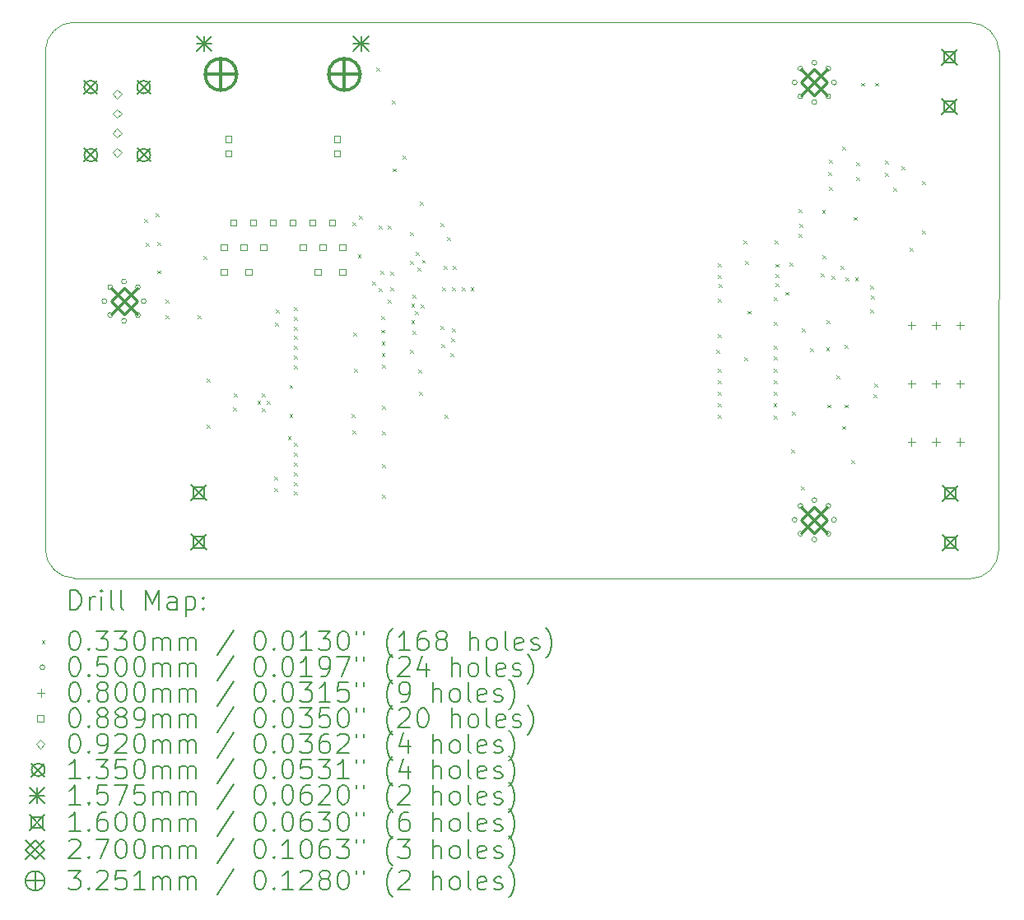
<source format=gbr>
%TF.GenerationSoftware,KiCad,Pcbnew,8.0.8*%
%TF.CreationDate,2025-07-30T13:34:18+02:00*%
%TF.ProjectId,overlord,6f766572-6c6f-4726-942e-6b696361645f,rev?*%
%TF.SameCoordinates,Original*%
%TF.FileFunction,Drillmap*%
%TF.FilePolarity,Positive*%
%FSLAX45Y45*%
G04 Gerber Fmt 4.5, Leading zero omitted, Abs format (unit mm)*
G04 Created by KiCad (PCBNEW 8.0.8) date 2025-07-30 13:34:18*
%MOMM*%
%LPD*%
G01*
G04 APERTURE LIST*
%ADD10C,0.100000*%
%ADD11C,0.200000*%
%ADD12C,0.135000*%
%ADD13C,0.157480*%
%ADD14C,0.160000*%
%ADD15C,0.270000*%
%ADD16C,0.325120*%
G04 APERTURE END LIST*
D10*
X16299736Y-5283984D02*
G75*
G02*
X16599689Y-5578722I4J-299996D01*
G01*
X6790000Y-5580000D02*
X6790000Y-10700000D01*
X6790000Y-5580000D02*
G75*
G02*
X7090000Y-5280000I300000J0D01*
G01*
X16597868Y-10707868D02*
X16600000Y-5590000D01*
X7090000Y-11000000D02*
G75*
G02*
X6790000Y-10700000I0J300000D01*
G01*
X7090000Y-5280000D02*
X16299737Y-5283984D01*
X7090000Y-11000000D02*
X16297868Y-11007868D01*
X16597868Y-10707868D02*
G75*
G02*
X16297868Y-11007868I-299998J-2D01*
G01*
X16600000Y-5590000D02*
X16599690Y-5578722D01*
D11*
D10*
X7803490Y-7303490D02*
X7836510Y-7336510D01*
X7836510Y-7303490D02*
X7803490Y-7336510D01*
X7823490Y-7553490D02*
X7856510Y-7586510D01*
X7856510Y-7553490D02*
X7823490Y-7586510D01*
X7923490Y-7243490D02*
X7956510Y-7276510D01*
X7956510Y-7243490D02*
X7923490Y-7276510D01*
X7943490Y-7543490D02*
X7976510Y-7576510D01*
X7976510Y-7543490D02*
X7943490Y-7576510D01*
X7943490Y-7833490D02*
X7976510Y-7866510D01*
X7976510Y-7833490D02*
X7943490Y-7866510D01*
X8023490Y-8133490D02*
X8056510Y-8166510D01*
X8056510Y-8133490D02*
X8023490Y-8166510D01*
X8023490Y-8293490D02*
X8056510Y-8326510D01*
X8056510Y-8293490D02*
X8023490Y-8326510D01*
X8353490Y-8293490D02*
X8386510Y-8326510D01*
X8386510Y-8293490D02*
X8353490Y-8326510D01*
X8413490Y-7683490D02*
X8446510Y-7716510D01*
X8446510Y-7683490D02*
X8413490Y-7716510D01*
X8453290Y-8948490D02*
X8486310Y-8981510D01*
X8486310Y-8948490D02*
X8453290Y-8981510D01*
X8453290Y-9418490D02*
X8486310Y-9451510D01*
X8486310Y-9418490D02*
X8453290Y-9451510D01*
X8720290Y-9242490D02*
X8753310Y-9275510D01*
X8753310Y-9242490D02*
X8720290Y-9275510D01*
X8729290Y-9101490D02*
X8762310Y-9134510D01*
X8762310Y-9101490D02*
X8729290Y-9134510D01*
X8970790Y-9174977D02*
X9003810Y-9207997D01*
X9003810Y-9174977D02*
X8970790Y-9207997D01*
X9018290Y-9099990D02*
X9051310Y-9133010D01*
X9051310Y-9099990D02*
X9018290Y-9133010D01*
X9020790Y-9249990D02*
X9053810Y-9283010D01*
X9053810Y-9249990D02*
X9020790Y-9283010D01*
X9065790Y-9174990D02*
X9098810Y-9208010D01*
X9098810Y-9174990D02*
X9065790Y-9208010D01*
X9140790Y-9954990D02*
X9173810Y-9988010D01*
X9173810Y-9954990D02*
X9140790Y-9988010D01*
X9145790Y-10074990D02*
X9178810Y-10108010D01*
X9178810Y-10074990D02*
X9145790Y-10108010D01*
X9155790Y-8372490D02*
X9188810Y-8405510D01*
X9188810Y-8372490D02*
X9155790Y-8405510D01*
X9158290Y-8237490D02*
X9191310Y-8270510D01*
X9191310Y-8237490D02*
X9158290Y-8270510D01*
X9283290Y-9537490D02*
X9316310Y-9570510D01*
X9316310Y-9537490D02*
X9283290Y-9570510D01*
X9300790Y-9009990D02*
X9333810Y-9043010D01*
X9333810Y-9009990D02*
X9300790Y-9043010D01*
X9300790Y-9309990D02*
X9333810Y-9343010D01*
X9333810Y-9309990D02*
X9300790Y-9343010D01*
X9350790Y-8209990D02*
X9383810Y-8243010D01*
X9383810Y-8209990D02*
X9350790Y-8243010D01*
X9350790Y-8309990D02*
X9383810Y-8343010D01*
X9383810Y-8309990D02*
X9350790Y-8343010D01*
X9350790Y-8409990D02*
X9383810Y-8443010D01*
X9383810Y-8409990D02*
X9350790Y-8443010D01*
X9350790Y-8509990D02*
X9383810Y-8543010D01*
X9383810Y-8509990D02*
X9350790Y-8543010D01*
X9350790Y-8609990D02*
X9383810Y-8643010D01*
X9383810Y-8609990D02*
X9350790Y-8643010D01*
X9350790Y-8709990D02*
X9383810Y-8743010D01*
X9383810Y-8709990D02*
X9350790Y-8743010D01*
X9350790Y-8809990D02*
X9383810Y-8843010D01*
X9383810Y-8809990D02*
X9350790Y-8843010D01*
X9350790Y-9609990D02*
X9383810Y-9643010D01*
X9383810Y-9609990D02*
X9350790Y-9643010D01*
X9350790Y-9709990D02*
X9383810Y-9743010D01*
X9383810Y-9709990D02*
X9350790Y-9743010D01*
X9350790Y-9809990D02*
X9383810Y-9843010D01*
X9383810Y-9809990D02*
X9350790Y-9843010D01*
X9350790Y-9909990D02*
X9383810Y-9943010D01*
X9383810Y-9909990D02*
X9350790Y-9943010D01*
X9350790Y-10009990D02*
X9383810Y-10043010D01*
X9383810Y-10009990D02*
X9350790Y-10043010D01*
X9350790Y-10109990D02*
X9383810Y-10143010D01*
X9383810Y-10109990D02*
X9350790Y-10143010D01*
X9943490Y-9313490D02*
X9976510Y-9346510D01*
X9976510Y-9313490D02*
X9943490Y-9346510D01*
X9945790Y-9479990D02*
X9978810Y-9513010D01*
X9978810Y-9479990D02*
X9945790Y-9513010D01*
X9949547Y-7336001D02*
X9982567Y-7369021D01*
X9982567Y-7336001D02*
X9949547Y-7369021D01*
X9953490Y-8473490D02*
X9986510Y-8506510D01*
X9986510Y-8473490D02*
X9953490Y-8506510D01*
X9963490Y-8843490D02*
X9996510Y-8876510D01*
X9996510Y-8843490D02*
X9963490Y-8876510D01*
X10003490Y-7671700D02*
X10036510Y-7704720D01*
X10036510Y-7671700D02*
X10003490Y-7704720D01*
X10016001Y-7269547D02*
X10049021Y-7302567D01*
X10049021Y-7269547D02*
X10016001Y-7302567D01*
X10150263Y-7950263D02*
X10183283Y-7983283D01*
X10183283Y-7950263D02*
X10150263Y-7983283D01*
X10193490Y-5743490D02*
X10226510Y-5776510D01*
X10226510Y-5743490D02*
X10193490Y-5776510D01*
X10216500Y-7373490D02*
X10249520Y-7406510D01*
X10249520Y-7373490D02*
X10216500Y-7406510D01*
X10216717Y-8016717D02*
X10249737Y-8049737D01*
X10249737Y-8016717D02*
X10216717Y-8049737D01*
X10235405Y-7835405D02*
X10268425Y-7868425D01*
X10268425Y-7835405D02*
X10235405Y-7868425D01*
X10244790Y-8303490D02*
X10277810Y-8336510D01*
X10277810Y-8303490D02*
X10244790Y-8336510D01*
X10246790Y-8442990D02*
X10279810Y-8476010D01*
X10279810Y-8442990D02*
X10246790Y-8476010D01*
X10248790Y-8563990D02*
X10281810Y-8597010D01*
X10281810Y-8563990D02*
X10248790Y-8597010D01*
X10248790Y-8682990D02*
X10281810Y-8716010D01*
X10281810Y-8682990D02*
X10248790Y-8716010D01*
X10250790Y-8802490D02*
X10283810Y-8835510D01*
X10283810Y-8802490D02*
X10250790Y-8835510D01*
X10250790Y-9227490D02*
X10283810Y-9260510D01*
X10283810Y-9227490D02*
X10250790Y-9260510D01*
X10250790Y-9492490D02*
X10283810Y-9525510D01*
X10283810Y-9492490D02*
X10250790Y-9525510D01*
X10250790Y-9827490D02*
X10283810Y-9860510D01*
X10283810Y-9827490D02*
X10250790Y-9860510D01*
X10250790Y-10139990D02*
X10283810Y-10173010D01*
X10283810Y-10139990D02*
X10250790Y-10173010D01*
X10310480Y-7373490D02*
X10343500Y-7406510D01*
X10343500Y-7373490D02*
X10310480Y-7406510D01*
X10313490Y-8133490D02*
X10346510Y-8166510D01*
X10346510Y-8133490D02*
X10313490Y-8166510D01*
X10338790Y-8008990D02*
X10371810Y-8042010D01*
X10371810Y-8008990D02*
X10338790Y-8042010D01*
X10339790Y-7842990D02*
X10372810Y-7876010D01*
X10372810Y-7842990D02*
X10339790Y-7876010D01*
X10353490Y-6083490D02*
X10386510Y-6116510D01*
X10386510Y-6083490D02*
X10353490Y-6116510D01*
X10363490Y-6783490D02*
X10396510Y-6816510D01*
X10396510Y-6783490D02*
X10363490Y-6816510D01*
X10463490Y-6653490D02*
X10496510Y-6686510D01*
X10496510Y-6653490D02*
X10463490Y-6686510D01*
X10543490Y-7443490D02*
X10576510Y-7476510D01*
X10576510Y-7443490D02*
X10543490Y-7476510D01*
X10543490Y-7733490D02*
X10576510Y-7766510D01*
X10576510Y-7733490D02*
X10543490Y-7766510D01*
X10543490Y-8653490D02*
X10576510Y-8686510D01*
X10576510Y-8653490D02*
X10543490Y-8686510D01*
X10553490Y-8173490D02*
X10586510Y-8206510D01*
X10586510Y-8173490D02*
X10553490Y-8206510D01*
X10553490Y-8343490D02*
X10586510Y-8376510D01*
X10586510Y-8343490D02*
X10553490Y-8376510D01*
X10563490Y-8083490D02*
X10596510Y-8116510D01*
X10596510Y-8083490D02*
X10563490Y-8116510D01*
X10563490Y-8453490D02*
X10596510Y-8486510D01*
X10596510Y-8453490D02*
X10563490Y-8486510D01*
X10593490Y-8253490D02*
X10626510Y-8286510D01*
X10626510Y-8253490D02*
X10593490Y-8286510D01*
X10603490Y-7643490D02*
X10636510Y-7676510D01*
X10636510Y-7643490D02*
X10603490Y-7676510D01*
X10619790Y-7805990D02*
X10652810Y-7839010D01*
X10652810Y-7805990D02*
X10619790Y-7839010D01*
X10623490Y-8853490D02*
X10656510Y-8886510D01*
X10656510Y-8853490D02*
X10623490Y-8886510D01*
X10633790Y-9083990D02*
X10666810Y-9117010D01*
X10666810Y-9083990D02*
X10633790Y-9117010D01*
X10643490Y-7123490D02*
X10676510Y-7156510D01*
X10676510Y-7123490D02*
X10643490Y-7156510D01*
X10653490Y-8183490D02*
X10686510Y-8216510D01*
X10686510Y-8183490D02*
X10653490Y-8216510D01*
X10663490Y-7723490D02*
X10696510Y-7756510D01*
X10696510Y-7723490D02*
X10663490Y-7756510D01*
X10853490Y-7343490D02*
X10886510Y-7376510D01*
X10886510Y-7343490D02*
X10853490Y-7376510D01*
X10853490Y-8403490D02*
X10886510Y-8436510D01*
X10886510Y-8403490D02*
X10853490Y-8436510D01*
X10863490Y-8593490D02*
X10896510Y-8626510D01*
X10896510Y-8593490D02*
X10863490Y-8626510D01*
X10873490Y-8003490D02*
X10906510Y-8036510D01*
X10906510Y-8003490D02*
X10873490Y-8036510D01*
X10886500Y-7783490D02*
X10919520Y-7816510D01*
X10919520Y-7783490D02*
X10886500Y-7816510D01*
X10896790Y-9322990D02*
X10929810Y-9356010D01*
X10929810Y-9322990D02*
X10896790Y-9356010D01*
X10923490Y-7493490D02*
X10956510Y-7526510D01*
X10956510Y-7493490D02*
X10923490Y-7526510D01*
X10953490Y-8683490D02*
X10986510Y-8716510D01*
X10986510Y-8683490D02*
X10953490Y-8716510D01*
X10963490Y-8533490D02*
X10996510Y-8566510D01*
X10996510Y-8533490D02*
X10963490Y-8566510D01*
X10973490Y-8003490D02*
X11006510Y-8036510D01*
X11006510Y-8003490D02*
X10973490Y-8036510D01*
X10973490Y-8433490D02*
X11006510Y-8466510D01*
X11006510Y-8433490D02*
X10973490Y-8466510D01*
X10980480Y-7783490D02*
X11013500Y-7816510D01*
X11013500Y-7783490D02*
X10980480Y-7816510D01*
X11073490Y-8003490D02*
X11106510Y-8036510D01*
X11106510Y-8003490D02*
X11073490Y-8036510D01*
X11163490Y-8003490D02*
X11196510Y-8036510D01*
X11196510Y-8003490D02*
X11163490Y-8036510D01*
X13693790Y-8650990D02*
X13726810Y-8684010D01*
X13726810Y-8650990D02*
X13693790Y-8684010D01*
X13703790Y-9084990D02*
X13736810Y-9118010D01*
X13736810Y-9084990D02*
X13703790Y-9118010D01*
X13703790Y-9202990D02*
X13736810Y-9236010D01*
X13736810Y-9202990D02*
X13703790Y-9236010D01*
X13704790Y-9319990D02*
X13737810Y-9353010D01*
X13737810Y-9319990D02*
X13704790Y-9353010D01*
X13705790Y-8488990D02*
X13738810Y-8522010D01*
X13738810Y-8488990D02*
X13705790Y-8522010D01*
X13705790Y-8844990D02*
X13738810Y-8878010D01*
X13738810Y-8844990D02*
X13705790Y-8878010D01*
X13705790Y-8964990D02*
X13738810Y-8998010D01*
X13738810Y-8964990D02*
X13705790Y-8998010D01*
X13706790Y-7760990D02*
X13739810Y-7794010D01*
X13739810Y-7760990D02*
X13706790Y-7794010D01*
X13707790Y-8123990D02*
X13740810Y-8157010D01*
X13740810Y-8123990D02*
X13707790Y-8157010D01*
X13708790Y-7881990D02*
X13741810Y-7915010D01*
X13741810Y-7881990D02*
X13708790Y-7915010D01*
X13712790Y-7975990D02*
X13745810Y-8009010D01*
X13745810Y-7975990D02*
X13712790Y-8009010D01*
X13973490Y-7523490D02*
X14006510Y-7556510D01*
X14006510Y-7523490D02*
X13973490Y-7556510D01*
X13975790Y-8723990D02*
X14008810Y-8757010D01*
X14008810Y-8723990D02*
X13975790Y-8757010D01*
X13988790Y-7735990D02*
X14021810Y-7769010D01*
X14021810Y-7735990D02*
X13988790Y-7769010D01*
X14010790Y-8247990D02*
X14043810Y-8281010D01*
X14043810Y-8247990D02*
X14010790Y-8281010D01*
X14278790Y-9200990D02*
X14311810Y-9234010D01*
X14311810Y-9200990D02*
X14278790Y-9234010D01*
X14279790Y-8963990D02*
X14312810Y-8997010D01*
X14312810Y-8963990D02*
X14279790Y-8997010D01*
X14280790Y-8721990D02*
X14313810Y-8755010D01*
X14313810Y-8721990D02*
X14280790Y-8755010D01*
X14280790Y-9080990D02*
X14313810Y-9114010D01*
X14313810Y-9080990D02*
X14280790Y-9114010D01*
X14281790Y-8606990D02*
X14314810Y-8640010D01*
X14314810Y-8606990D02*
X14281790Y-8640010D01*
X14282790Y-8363990D02*
X14315810Y-8397010D01*
X14315810Y-8363990D02*
X14282790Y-8397010D01*
X14283790Y-8845990D02*
X14316810Y-8879010D01*
X14316810Y-8845990D02*
X14283790Y-8879010D01*
X14283790Y-9325990D02*
X14316810Y-9359010D01*
X14316810Y-9325990D02*
X14283790Y-9359010D01*
X14286790Y-8111990D02*
X14319810Y-8145010D01*
X14319810Y-8111990D02*
X14286790Y-8145010D01*
X14289790Y-7526990D02*
X14322810Y-7560010D01*
X14322810Y-7526990D02*
X14289790Y-7560010D01*
X14296790Y-7765990D02*
X14329810Y-7799010D01*
X14329810Y-7765990D02*
X14296790Y-7799010D01*
X14297790Y-7874990D02*
X14330810Y-7908010D01*
X14330810Y-7874990D02*
X14297790Y-7908010D01*
X14298790Y-7967990D02*
X14331810Y-8001010D01*
X14331810Y-7967990D02*
X14298790Y-8001010D01*
X14403490Y-8053490D02*
X14436510Y-8086510D01*
X14436510Y-8053490D02*
X14403490Y-8086510D01*
X14443490Y-7753490D02*
X14476510Y-7786510D01*
X14476510Y-7753490D02*
X14443490Y-7786510D01*
X14463949Y-9672849D02*
X14496969Y-9705869D01*
X14496969Y-9672849D02*
X14463949Y-9705869D01*
X14469029Y-9289309D02*
X14502049Y-9322329D01*
X14502049Y-9289309D02*
X14469029Y-9322329D01*
X14533490Y-7203490D02*
X14566510Y-7236510D01*
X14566510Y-7203490D02*
X14533490Y-7236510D01*
X14533490Y-7453490D02*
X14566510Y-7486510D01*
X14566510Y-7453490D02*
X14533490Y-7486510D01*
X14543490Y-7353490D02*
X14576510Y-7386510D01*
X14576510Y-7353490D02*
X14543490Y-7386510D01*
X14563490Y-10053490D02*
X14596510Y-10086510D01*
X14596510Y-10053490D02*
X14563490Y-10086510D01*
X14573490Y-8433490D02*
X14606510Y-8466510D01*
X14606510Y-8433490D02*
X14573490Y-8466510D01*
X14655990Y-8633490D02*
X14689010Y-8666510D01*
X14689010Y-8633490D02*
X14655990Y-8666510D01*
X14767990Y-7863490D02*
X14801010Y-7896510D01*
X14801010Y-7863490D02*
X14767990Y-7896510D01*
X14778840Y-7210990D02*
X14811860Y-7244010D01*
X14811860Y-7210990D02*
X14778840Y-7244010D01*
X14783490Y-7673490D02*
X14816510Y-7706510D01*
X14816510Y-7673490D02*
X14783490Y-7706510D01*
X14820490Y-8628490D02*
X14853510Y-8661510D01*
X14853510Y-8628490D02*
X14820490Y-8661510D01*
X14823490Y-8343490D02*
X14856510Y-8376510D01*
X14856510Y-8343490D02*
X14823490Y-8376510D01*
X14833490Y-9213490D02*
X14866510Y-9246510D01*
X14866510Y-9213490D02*
X14833490Y-9246510D01*
X14838840Y-6820990D02*
X14871860Y-6854010D01*
X14871860Y-6820990D02*
X14838840Y-6854010D01*
X14848840Y-6690990D02*
X14881860Y-6724010D01*
X14881860Y-6690990D02*
X14848840Y-6724010D01*
X14853490Y-6973490D02*
X14886510Y-7006510D01*
X14886510Y-6973490D02*
X14853490Y-7006510D01*
X14876490Y-7890490D02*
X14909510Y-7923510D01*
X14909510Y-7890490D02*
X14876490Y-7923510D01*
X14923490Y-8913490D02*
X14956510Y-8946510D01*
X14956510Y-8913490D02*
X14923490Y-8946510D01*
X14965990Y-7788490D02*
X14999010Y-7821510D01*
X14999010Y-7788490D02*
X14965990Y-7821510D01*
X14983490Y-9433490D02*
X15016510Y-9466510D01*
X15016510Y-9433490D02*
X14983490Y-9466510D01*
X14988840Y-6560990D02*
X15021860Y-6594010D01*
X15021860Y-6560990D02*
X14988840Y-6594010D01*
X15013490Y-8603490D02*
X15046510Y-8636510D01*
X15046510Y-8603490D02*
X15013490Y-8636510D01*
X15013490Y-9213490D02*
X15046510Y-9246510D01*
X15046510Y-9213490D02*
X15013490Y-9246510D01*
X15021490Y-7906490D02*
X15054510Y-7939510D01*
X15054510Y-7906490D02*
X15021490Y-7939510D01*
X15078629Y-9787149D02*
X15111649Y-9820169D01*
X15111649Y-9787149D02*
X15078629Y-9820169D01*
X15103490Y-7283490D02*
X15136510Y-7316510D01*
X15136510Y-7283490D02*
X15103490Y-7316510D01*
X15117490Y-7905490D02*
X15150510Y-7938510D01*
X15150510Y-7905490D02*
X15117490Y-7938510D01*
X15133490Y-6723490D02*
X15166510Y-6756510D01*
X15166510Y-6723490D02*
X15133490Y-6756510D01*
X15133490Y-6873490D02*
X15166510Y-6906510D01*
X15166510Y-6873490D02*
X15133490Y-6906510D01*
X15183490Y-5903490D02*
X15216510Y-5936510D01*
X15216510Y-5903490D02*
X15183490Y-5936510D01*
X15272490Y-8234490D02*
X15305510Y-8267510D01*
X15305510Y-8234490D02*
X15272490Y-8267510D01*
X15273490Y-7988490D02*
X15306510Y-8021510D01*
X15306510Y-7988490D02*
X15273490Y-8021510D01*
X15283490Y-8093490D02*
X15316510Y-8126510D01*
X15316510Y-8093490D02*
X15283490Y-8126510D01*
X15309769Y-9106429D02*
X15342789Y-9139449D01*
X15342789Y-9106429D02*
X15309769Y-9139449D01*
X15314849Y-8999749D02*
X15347869Y-9032769D01*
X15347869Y-8999749D02*
X15314849Y-9032769D01*
X15323490Y-5903490D02*
X15356510Y-5936510D01*
X15356510Y-5903490D02*
X15323490Y-5936510D01*
X15428840Y-6700990D02*
X15461860Y-6734010D01*
X15461860Y-6700990D02*
X15428840Y-6734010D01*
X15428840Y-6830990D02*
X15461860Y-6864010D01*
X15461860Y-6830990D02*
X15428840Y-6864010D01*
X15508840Y-6980990D02*
X15541860Y-7014010D01*
X15541860Y-6980990D02*
X15508840Y-7014010D01*
X15593490Y-6763490D02*
X15626510Y-6796510D01*
X15626510Y-6763490D02*
X15593490Y-6796510D01*
X15678840Y-7600990D02*
X15711860Y-7634010D01*
X15711860Y-7600990D02*
X15678840Y-7634010D01*
X15803490Y-6913490D02*
X15836510Y-6946510D01*
X15836510Y-6913490D02*
X15803490Y-6946510D01*
X15803490Y-7423490D02*
X15836510Y-7456510D01*
X15836510Y-7423490D02*
X15803490Y-7456510D01*
X7422500Y-8150000D02*
G75*
G02*
X7372500Y-8150000I-25000J0D01*
G01*
X7372500Y-8150000D02*
G75*
G02*
X7422500Y-8150000I25000J0D01*
G01*
X7481811Y-8006811D02*
G75*
G02*
X7431811Y-8006811I-25000J0D01*
G01*
X7431811Y-8006811D02*
G75*
G02*
X7481811Y-8006811I25000J0D01*
G01*
X7481811Y-8293189D02*
G75*
G02*
X7431811Y-8293189I-25000J0D01*
G01*
X7431811Y-8293189D02*
G75*
G02*
X7481811Y-8293189I25000J0D01*
G01*
X7625000Y-7947500D02*
G75*
G02*
X7575000Y-7947500I-25000J0D01*
G01*
X7575000Y-7947500D02*
G75*
G02*
X7625000Y-7947500I25000J0D01*
G01*
X7625000Y-8352500D02*
G75*
G02*
X7575000Y-8352500I-25000J0D01*
G01*
X7575000Y-8352500D02*
G75*
G02*
X7625000Y-8352500I25000J0D01*
G01*
X7768189Y-8006811D02*
G75*
G02*
X7718189Y-8006811I-25000J0D01*
G01*
X7718189Y-8006811D02*
G75*
G02*
X7768189Y-8006811I25000J0D01*
G01*
X7768189Y-8293189D02*
G75*
G02*
X7718189Y-8293189I-25000J0D01*
G01*
X7718189Y-8293189D02*
G75*
G02*
X7768189Y-8293189I25000J0D01*
G01*
X7827500Y-8150000D02*
G75*
G02*
X7777500Y-8150000I-25000J0D01*
G01*
X7777500Y-8150000D02*
G75*
G02*
X7827500Y-8150000I25000J0D01*
G01*
X14522500Y-5900000D02*
G75*
G02*
X14472500Y-5900000I-25000J0D01*
G01*
X14472500Y-5900000D02*
G75*
G02*
X14522500Y-5900000I25000J0D01*
G01*
X14522500Y-10400000D02*
G75*
G02*
X14472500Y-10400000I-25000J0D01*
G01*
X14472500Y-10400000D02*
G75*
G02*
X14522500Y-10400000I25000J0D01*
G01*
X14581811Y-5756811D02*
G75*
G02*
X14531811Y-5756811I-25000J0D01*
G01*
X14531811Y-5756811D02*
G75*
G02*
X14581811Y-5756811I25000J0D01*
G01*
X14581811Y-6043189D02*
G75*
G02*
X14531811Y-6043189I-25000J0D01*
G01*
X14531811Y-6043189D02*
G75*
G02*
X14581811Y-6043189I25000J0D01*
G01*
X14581811Y-10256811D02*
G75*
G02*
X14531811Y-10256811I-25000J0D01*
G01*
X14531811Y-10256811D02*
G75*
G02*
X14581811Y-10256811I25000J0D01*
G01*
X14581811Y-10543189D02*
G75*
G02*
X14531811Y-10543189I-25000J0D01*
G01*
X14531811Y-10543189D02*
G75*
G02*
X14581811Y-10543189I25000J0D01*
G01*
X14725000Y-5697500D02*
G75*
G02*
X14675000Y-5697500I-25000J0D01*
G01*
X14675000Y-5697500D02*
G75*
G02*
X14725000Y-5697500I25000J0D01*
G01*
X14725000Y-6102500D02*
G75*
G02*
X14675000Y-6102500I-25000J0D01*
G01*
X14675000Y-6102500D02*
G75*
G02*
X14725000Y-6102500I25000J0D01*
G01*
X14725000Y-10197500D02*
G75*
G02*
X14675000Y-10197500I-25000J0D01*
G01*
X14675000Y-10197500D02*
G75*
G02*
X14725000Y-10197500I25000J0D01*
G01*
X14725000Y-10602500D02*
G75*
G02*
X14675000Y-10602500I-25000J0D01*
G01*
X14675000Y-10602500D02*
G75*
G02*
X14725000Y-10602500I25000J0D01*
G01*
X14868189Y-5756811D02*
G75*
G02*
X14818189Y-5756811I-25000J0D01*
G01*
X14818189Y-5756811D02*
G75*
G02*
X14868189Y-5756811I25000J0D01*
G01*
X14868189Y-6043189D02*
G75*
G02*
X14818189Y-6043189I-25000J0D01*
G01*
X14818189Y-6043189D02*
G75*
G02*
X14868189Y-6043189I25000J0D01*
G01*
X14868189Y-10256811D02*
G75*
G02*
X14818189Y-10256811I-25000J0D01*
G01*
X14818189Y-10256811D02*
G75*
G02*
X14868189Y-10256811I25000J0D01*
G01*
X14868189Y-10543189D02*
G75*
G02*
X14818189Y-10543189I-25000J0D01*
G01*
X14818189Y-10543189D02*
G75*
G02*
X14868189Y-10543189I25000J0D01*
G01*
X14927500Y-5900000D02*
G75*
G02*
X14877500Y-5900000I-25000J0D01*
G01*
X14877500Y-5900000D02*
G75*
G02*
X14927500Y-5900000I25000J0D01*
G01*
X14927500Y-10400000D02*
G75*
G02*
X14877500Y-10400000I-25000J0D01*
G01*
X14877500Y-10400000D02*
G75*
G02*
X14927500Y-10400000I25000J0D01*
G01*
X15700000Y-8360000D02*
X15700000Y-8440000D01*
X15660000Y-8400000D02*
X15740000Y-8400000D01*
X15700000Y-8960000D02*
X15700000Y-9040000D01*
X15660000Y-9000000D02*
X15740000Y-9000000D01*
X15700000Y-9560000D02*
X15700000Y-9640000D01*
X15660000Y-9600000D02*
X15740000Y-9600000D01*
X15950000Y-8360000D02*
X15950000Y-8440000D01*
X15910000Y-8400000D02*
X15990000Y-8400000D01*
X15950000Y-8960000D02*
X15950000Y-9040000D01*
X15910000Y-9000000D02*
X15990000Y-9000000D01*
X15950000Y-9560000D02*
X15950000Y-9640000D01*
X15910000Y-9600000D02*
X15990000Y-9600000D01*
X16200000Y-8360000D02*
X16200000Y-8440000D01*
X16160000Y-8400000D02*
X16240000Y-8400000D01*
X16200000Y-8960000D02*
X16200000Y-9040000D01*
X16160000Y-9000000D02*
X16240000Y-9000000D01*
X16200000Y-9560000D02*
X16200000Y-9640000D01*
X16160000Y-9600000D02*
X16240000Y-9600000D01*
X8659481Y-7626431D02*
X8659481Y-7563569D01*
X8596619Y-7563569D01*
X8596619Y-7626431D01*
X8659481Y-7626431D01*
X8659481Y-7880431D02*
X8659481Y-7817569D01*
X8596619Y-7817569D01*
X8596619Y-7880431D01*
X8659481Y-7880431D01*
X8703831Y-6514431D02*
X8703831Y-6451569D01*
X8640969Y-6451569D01*
X8640969Y-6514431D01*
X8703831Y-6514431D01*
X8703831Y-6661431D02*
X8703831Y-6598569D01*
X8640969Y-6598569D01*
X8640969Y-6661431D01*
X8703831Y-6661431D01*
X8755131Y-7372431D02*
X8755131Y-7309569D01*
X8692269Y-7309569D01*
X8692269Y-7372431D01*
X8755131Y-7372431D01*
X8862481Y-7626431D02*
X8862481Y-7563569D01*
X8799619Y-7563569D01*
X8799619Y-7626431D01*
X8862481Y-7626431D01*
X8913481Y-7880431D02*
X8913481Y-7817569D01*
X8850619Y-7817569D01*
X8850619Y-7880431D01*
X8913481Y-7880431D01*
X8958131Y-7372431D02*
X8958131Y-7309569D01*
X8895269Y-7309569D01*
X8895269Y-7372431D01*
X8958131Y-7372431D01*
X9065481Y-7626431D02*
X9065481Y-7563569D01*
X9002619Y-7563569D01*
X9002619Y-7626431D01*
X9065481Y-7626431D01*
X9161131Y-7372431D02*
X9161131Y-7309569D01*
X9098269Y-7309569D01*
X9098269Y-7372431D01*
X9161131Y-7372431D01*
X9364131Y-7372431D02*
X9364131Y-7309569D01*
X9301269Y-7309569D01*
X9301269Y-7372431D01*
X9364131Y-7372431D01*
X9472481Y-7626431D02*
X9472481Y-7563569D01*
X9409619Y-7563569D01*
X9409619Y-7626431D01*
X9472481Y-7626431D01*
X9567131Y-7372431D02*
X9567131Y-7309569D01*
X9504269Y-7309569D01*
X9504269Y-7372431D01*
X9567131Y-7372431D01*
X9624482Y-7880431D02*
X9624482Y-7817569D01*
X9561620Y-7817569D01*
X9561620Y-7880431D01*
X9624482Y-7880431D01*
X9675481Y-7626431D02*
X9675481Y-7563569D01*
X9612619Y-7563569D01*
X9612619Y-7626431D01*
X9675481Y-7626431D01*
X9770131Y-7372431D02*
X9770131Y-7309569D01*
X9707269Y-7309569D01*
X9707269Y-7372431D01*
X9770131Y-7372431D01*
X9821431Y-6514431D02*
X9821431Y-6451569D01*
X9758569Y-6451569D01*
X9758569Y-6514431D01*
X9821431Y-6514431D01*
X9821431Y-6661431D02*
X9821431Y-6598569D01*
X9758569Y-6598569D01*
X9758569Y-6661431D01*
X9821431Y-6661431D01*
X9878481Y-7626431D02*
X9878481Y-7563569D01*
X9815619Y-7563569D01*
X9815619Y-7626431D01*
X9878481Y-7626431D01*
X9878482Y-7880431D02*
X9878482Y-7817569D01*
X9815620Y-7817569D01*
X9815620Y-7880431D01*
X9878482Y-7880431D01*
X7530000Y-6066400D02*
X7576000Y-6020400D01*
X7530000Y-5974400D01*
X7484000Y-6020400D01*
X7530000Y-6066400D01*
X7530000Y-6266400D02*
X7576000Y-6220400D01*
X7530000Y-6174400D01*
X7484000Y-6220400D01*
X7530000Y-6266400D01*
X7530000Y-6466400D02*
X7576000Y-6420400D01*
X7530000Y-6374400D01*
X7484000Y-6420400D01*
X7530000Y-6466400D01*
X7530000Y-6666400D02*
X7576000Y-6620400D01*
X7530000Y-6574400D01*
X7484000Y-6620400D01*
X7530000Y-6666400D01*
D12*
X7190500Y-5879900D02*
X7325500Y-6014900D01*
X7325500Y-5879900D02*
X7190500Y-6014900D01*
X7325500Y-5947400D02*
G75*
G02*
X7190500Y-5947400I-67500J0D01*
G01*
X7190500Y-5947400D02*
G75*
G02*
X7325500Y-5947400I67500J0D01*
G01*
X7190500Y-6579900D02*
X7325500Y-6714900D01*
X7325500Y-6579900D02*
X7190500Y-6714900D01*
X7325500Y-6647400D02*
G75*
G02*
X7190500Y-6647400I-67500J0D01*
G01*
X7190500Y-6647400D02*
G75*
G02*
X7325500Y-6647400I67500J0D01*
G01*
X7734500Y-5879900D02*
X7869500Y-6014900D01*
X7869500Y-5879900D02*
X7734500Y-6014900D01*
X7869500Y-5947400D02*
G75*
G02*
X7734500Y-5947400I-67500J0D01*
G01*
X7734500Y-5947400D02*
G75*
G02*
X7869500Y-5947400I67500J0D01*
G01*
X7734500Y-6579900D02*
X7869500Y-6714900D01*
X7869500Y-6579900D02*
X7734500Y-6714900D01*
X7869500Y-6647400D02*
G75*
G02*
X7734500Y-6647400I-67500J0D01*
G01*
X7734500Y-6647400D02*
G75*
G02*
X7869500Y-6647400I67500J0D01*
G01*
D13*
X8345960Y-5420260D02*
X8503440Y-5577740D01*
X8503440Y-5420260D02*
X8345960Y-5577740D01*
X8424700Y-5420260D02*
X8424700Y-5577740D01*
X8345960Y-5499000D02*
X8503440Y-5499000D01*
X9958960Y-5420260D02*
X10116440Y-5577740D01*
X10116440Y-5420260D02*
X9958960Y-5577740D01*
X10037700Y-5420260D02*
X10037700Y-5577740D01*
X9958960Y-5499000D02*
X10116440Y-5499000D01*
D14*
X8287300Y-10042500D02*
X8447300Y-10202500D01*
X8447300Y-10042500D02*
X8287300Y-10202500D01*
X8423869Y-10179069D02*
X8423869Y-10065931D01*
X8310731Y-10065931D01*
X8310731Y-10179069D01*
X8423869Y-10179069D01*
X8287300Y-10550500D02*
X8447300Y-10710500D01*
X8447300Y-10550500D02*
X8287300Y-10710500D01*
X8423869Y-10687069D02*
X8423869Y-10573931D01*
X8310731Y-10573931D01*
X8310731Y-10687069D01*
X8423869Y-10687069D01*
X16010000Y-5562000D02*
X16170000Y-5722000D01*
X16170000Y-5562000D02*
X16010000Y-5722000D01*
X16146569Y-5698569D02*
X16146569Y-5585431D01*
X16033431Y-5585431D01*
X16033431Y-5698569D01*
X16146569Y-5698569D01*
X16010000Y-6070000D02*
X16170000Y-6230000D01*
X16170000Y-6070000D02*
X16010000Y-6230000D01*
X16146569Y-6206569D02*
X16146569Y-6093431D01*
X16033431Y-6093431D01*
X16033431Y-6206569D01*
X16146569Y-6206569D01*
X16020000Y-10046000D02*
X16180000Y-10206000D01*
X16180000Y-10046000D02*
X16020000Y-10206000D01*
X16156569Y-10182569D02*
X16156569Y-10069431D01*
X16043431Y-10069431D01*
X16043431Y-10182569D01*
X16156569Y-10182569D01*
X16020000Y-10554000D02*
X16180000Y-10714000D01*
X16180000Y-10554000D02*
X16020000Y-10714000D01*
X16156569Y-10690569D02*
X16156569Y-10577431D01*
X16043431Y-10577431D01*
X16043431Y-10690569D01*
X16156569Y-10690569D01*
D15*
X7465000Y-8015000D02*
X7735000Y-8285000D01*
X7735000Y-8015000D02*
X7465000Y-8285000D01*
X7600000Y-8285000D02*
X7735000Y-8150000D01*
X7600000Y-8015000D01*
X7465000Y-8150000D01*
X7600000Y-8285000D01*
X14565000Y-5765000D02*
X14835000Y-6035000D01*
X14835000Y-5765000D02*
X14565000Y-6035000D01*
X14700000Y-6035000D02*
X14835000Y-5900000D01*
X14700000Y-5765000D01*
X14565000Y-5900000D01*
X14700000Y-6035000D01*
X14565000Y-10265000D02*
X14835000Y-10535000D01*
X14835000Y-10265000D02*
X14565000Y-10535000D01*
X14700000Y-10535000D02*
X14835000Y-10400000D01*
X14700000Y-10265000D01*
X14565000Y-10400000D01*
X14700000Y-10535000D01*
D16*
X8596200Y-5654440D02*
X8596200Y-5979560D01*
X8433640Y-5817000D02*
X8758760Y-5817000D01*
X8758760Y-5817000D02*
G75*
G02*
X8433640Y-5817000I-162560J0D01*
G01*
X8433640Y-5817000D02*
G75*
G02*
X8758760Y-5817000I162560J0D01*
G01*
X9866200Y-5654440D02*
X9866200Y-5979560D01*
X9703640Y-5817000D02*
X10028760Y-5817000D01*
X10028760Y-5817000D02*
G75*
G02*
X9703640Y-5817000I-162560J0D01*
G01*
X9703640Y-5817000D02*
G75*
G02*
X10028760Y-5817000I162560J0D01*
G01*
D11*
X7045777Y-11324352D02*
X7045777Y-11124352D01*
X7045777Y-11124352D02*
X7093396Y-11124352D01*
X7093396Y-11124352D02*
X7121967Y-11133876D01*
X7121967Y-11133876D02*
X7141015Y-11152923D01*
X7141015Y-11152923D02*
X7150539Y-11171971D01*
X7150539Y-11171971D02*
X7160062Y-11210066D01*
X7160062Y-11210066D02*
X7160062Y-11238637D01*
X7160062Y-11238637D02*
X7150539Y-11276733D01*
X7150539Y-11276733D02*
X7141015Y-11295780D01*
X7141015Y-11295780D02*
X7121967Y-11314828D01*
X7121967Y-11314828D02*
X7093396Y-11324352D01*
X7093396Y-11324352D02*
X7045777Y-11324352D01*
X7245777Y-11324352D02*
X7245777Y-11191018D01*
X7245777Y-11229114D02*
X7255301Y-11210066D01*
X7255301Y-11210066D02*
X7264824Y-11200542D01*
X7264824Y-11200542D02*
X7283872Y-11191018D01*
X7283872Y-11191018D02*
X7302920Y-11191018D01*
X7369586Y-11324352D02*
X7369586Y-11191018D01*
X7369586Y-11124352D02*
X7360062Y-11133876D01*
X7360062Y-11133876D02*
X7369586Y-11143399D01*
X7369586Y-11143399D02*
X7379110Y-11133876D01*
X7379110Y-11133876D02*
X7369586Y-11124352D01*
X7369586Y-11124352D02*
X7369586Y-11143399D01*
X7493396Y-11324352D02*
X7474348Y-11314828D01*
X7474348Y-11314828D02*
X7464824Y-11295780D01*
X7464824Y-11295780D02*
X7464824Y-11124352D01*
X7598158Y-11324352D02*
X7579110Y-11314828D01*
X7579110Y-11314828D02*
X7569586Y-11295780D01*
X7569586Y-11295780D02*
X7569586Y-11124352D01*
X7826729Y-11324352D02*
X7826729Y-11124352D01*
X7826729Y-11124352D02*
X7893396Y-11267209D01*
X7893396Y-11267209D02*
X7960062Y-11124352D01*
X7960062Y-11124352D02*
X7960062Y-11324352D01*
X8141015Y-11324352D02*
X8141015Y-11219590D01*
X8141015Y-11219590D02*
X8131491Y-11200542D01*
X8131491Y-11200542D02*
X8112443Y-11191018D01*
X8112443Y-11191018D02*
X8074348Y-11191018D01*
X8074348Y-11191018D02*
X8055301Y-11200542D01*
X8141015Y-11314828D02*
X8121967Y-11324352D01*
X8121967Y-11324352D02*
X8074348Y-11324352D01*
X8074348Y-11324352D02*
X8055301Y-11314828D01*
X8055301Y-11314828D02*
X8045777Y-11295780D01*
X8045777Y-11295780D02*
X8045777Y-11276733D01*
X8045777Y-11276733D02*
X8055301Y-11257685D01*
X8055301Y-11257685D02*
X8074348Y-11248161D01*
X8074348Y-11248161D02*
X8121967Y-11248161D01*
X8121967Y-11248161D02*
X8141015Y-11238637D01*
X8236253Y-11191018D02*
X8236253Y-11391018D01*
X8236253Y-11200542D02*
X8255301Y-11191018D01*
X8255301Y-11191018D02*
X8293396Y-11191018D01*
X8293396Y-11191018D02*
X8312443Y-11200542D01*
X8312443Y-11200542D02*
X8321967Y-11210066D01*
X8321967Y-11210066D02*
X8331491Y-11229114D01*
X8331491Y-11229114D02*
X8331491Y-11286256D01*
X8331491Y-11286256D02*
X8321967Y-11305304D01*
X8321967Y-11305304D02*
X8312443Y-11314828D01*
X8312443Y-11314828D02*
X8293396Y-11324352D01*
X8293396Y-11324352D02*
X8255301Y-11324352D01*
X8255301Y-11324352D02*
X8236253Y-11314828D01*
X8417205Y-11305304D02*
X8426729Y-11314828D01*
X8426729Y-11314828D02*
X8417205Y-11324352D01*
X8417205Y-11324352D02*
X8407682Y-11314828D01*
X8407682Y-11314828D02*
X8417205Y-11305304D01*
X8417205Y-11305304D02*
X8417205Y-11324352D01*
X8417205Y-11200542D02*
X8426729Y-11210066D01*
X8426729Y-11210066D02*
X8417205Y-11219590D01*
X8417205Y-11219590D02*
X8407682Y-11210066D01*
X8407682Y-11210066D02*
X8417205Y-11200542D01*
X8417205Y-11200542D02*
X8417205Y-11219590D01*
D10*
X6751980Y-11636358D02*
X6785000Y-11669378D01*
X6785000Y-11636358D02*
X6751980Y-11669378D01*
D11*
X7083872Y-11544352D02*
X7102920Y-11544352D01*
X7102920Y-11544352D02*
X7121967Y-11553876D01*
X7121967Y-11553876D02*
X7131491Y-11563399D01*
X7131491Y-11563399D02*
X7141015Y-11582447D01*
X7141015Y-11582447D02*
X7150539Y-11620542D01*
X7150539Y-11620542D02*
X7150539Y-11668161D01*
X7150539Y-11668161D02*
X7141015Y-11706256D01*
X7141015Y-11706256D02*
X7131491Y-11725304D01*
X7131491Y-11725304D02*
X7121967Y-11734828D01*
X7121967Y-11734828D02*
X7102920Y-11744352D01*
X7102920Y-11744352D02*
X7083872Y-11744352D01*
X7083872Y-11744352D02*
X7064824Y-11734828D01*
X7064824Y-11734828D02*
X7055301Y-11725304D01*
X7055301Y-11725304D02*
X7045777Y-11706256D01*
X7045777Y-11706256D02*
X7036253Y-11668161D01*
X7036253Y-11668161D02*
X7036253Y-11620542D01*
X7036253Y-11620542D02*
X7045777Y-11582447D01*
X7045777Y-11582447D02*
X7055301Y-11563399D01*
X7055301Y-11563399D02*
X7064824Y-11553876D01*
X7064824Y-11553876D02*
X7083872Y-11544352D01*
X7236253Y-11725304D02*
X7245777Y-11734828D01*
X7245777Y-11734828D02*
X7236253Y-11744352D01*
X7236253Y-11744352D02*
X7226729Y-11734828D01*
X7226729Y-11734828D02*
X7236253Y-11725304D01*
X7236253Y-11725304D02*
X7236253Y-11744352D01*
X7312443Y-11544352D02*
X7436253Y-11544352D01*
X7436253Y-11544352D02*
X7369586Y-11620542D01*
X7369586Y-11620542D02*
X7398158Y-11620542D01*
X7398158Y-11620542D02*
X7417205Y-11630066D01*
X7417205Y-11630066D02*
X7426729Y-11639590D01*
X7426729Y-11639590D02*
X7436253Y-11658637D01*
X7436253Y-11658637D02*
X7436253Y-11706256D01*
X7436253Y-11706256D02*
X7426729Y-11725304D01*
X7426729Y-11725304D02*
X7417205Y-11734828D01*
X7417205Y-11734828D02*
X7398158Y-11744352D01*
X7398158Y-11744352D02*
X7341015Y-11744352D01*
X7341015Y-11744352D02*
X7321967Y-11734828D01*
X7321967Y-11734828D02*
X7312443Y-11725304D01*
X7502920Y-11544352D02*
X7626729Y-11544352D01*
X7626729Y-11544352D02*
X7560062Y-11620542D01*
X7560062Y-11620542D02*
X7588634Y-11620542D01*
X7588634Y-11620542D02*
X7607682Y-11630066D01*
X7607682Y-11630066D02*
X7617205Y-11639590D01*
X7617205Y-11639590D02*
X7626729Y-11658637D01*
X7626729Y-11658637D02*
X7626729Y-11706256D01*
X7626729Y-11706256D02*
X7617205Y-11725304D01*
X7617205Y-11725304D02*
X7607682Y-11734828D01*
X7607682Y-11734828D02*
X7588634Y-11744352D01*
X7588634Y-11744352D02*
X7531491Y-11744352D01*
X7531491Y-11744352D02*
X7512443Y-11734828D01*
X7512443Y-11734828D02*
X7502920Y-11725304D01*
X7750539Y-11544352D02*
X7769586Y-11544352D01*
X7769586Y-11544352D02*
X7788634Y-11553876D01*
X7788634Y-11553876D02*
X7798158Y-11563399D01*
X7798158Y-11563399D02*
X7807682Y-11582447D01*
X7807682Y-11582447D02*
X7817205Y-11620542D01*
X7817205Y-11620542D02*
X7817205Y-11668161D01*
X7817205Y-11668161D02*
X7807682Y-11706256D01*
X7807682Y-11706256D02*
X7798158Y-11725304D01*
X7798158Y-11725304D02*
X7788634Y-11734828D01*
X7788634Y-11734828D02*
X7769586Y-11744352D01*
X7769586Y-11744352D02*
X7750539Y-11744352D01*
X7750539Y-11744352D02*
X7731491Y-11734828D01*
X7731491Y-11734828D02*
X7721967Y-11725304D01*
X7721967Y-11725304D02*
X7712443Y-11706256D01*
X7712443Y-11706256D02*
X7702920Y-11668161D01*
X7702920Y-11668161D02*
X7702920Y-11620542D01*
X7702920Y-11620542D02*
X7712443Y-11582447D01*
X7712443Y-11582447D02*
X7721967Y-11563399D01*
X7721967Y-11563399D02*
X7731491Y-11553876D01*
X7731491Y-11553876D02*
X7750539Y-11544352D01*
X7902920Y-11744352D02*
X7902920Y-11611018D01*
X7902920Y-11630066D02*
X7912443Y-11620542D01*
X7912443Y-11620542D02*
X7931491Y-11611018D01*
X7931491Y-11611018D02*
X7960063Y-11611018D01*
X7960063Y-11611018D02*
X7979110Y-11620542D01*
X7979110Y-11620542D02*
X7988634Y-11639590D01*
X7988634Y-11639590D02*
X7988634Y-11744352D01*
X7988634Y-11639590D02*
X7998158Y-11620542D01*
X7998158Y-11620542D02*
X8017205Y-11611018D01*
X8017205Y-11611018D02*
X8045777Y-11611018D01*
X8045777Y-11611018D02*
X8064824Y-11620542D01*
X8064824Y-11620542D02*
X8074348Y-11639590D01*
X8074348Y-11639590D02*
X8074348Y-11744352D01*
X8169586Y-11744352D02*
X8169586Y-11611018D01*
X8169586Y-11630066D02*
X8179110Y-11620542D01*
X8179110Y-11620542D02*
X8198158Y-11611018D01*
X8198158Y-11611018D02*
X8226729Y-11611018D01*
X8226729Y-11611018D02*
X8245777Y-11620542D01*
X8245777Y-11620542D02*
X8255301Y-11639590D01*
X8255301Y-11639590D02*
X8255301Y-11744352D01*
X8255301Y-11639590D02*
X8264824Y-11620542D01*
X8264824Y-11620542D02*
X8283872Y-11611018D01*
X8283872Y-11611018D02*
X8312443Y-11611018D01*
X8312443Y-11611018D02*
X8331491Y-11620542D01*
X8331491Y-11620542D02*
X8341015Y-11639590D01*
X8341015Y-11639590D02*
X8341015Y-11744352D01*
X8731491Y-11534828D02*
X8560063Y-11791971D01*
X8988634Y-11544352D02*
X9007682Y-11544352D01*
X9007682Y-11544352D02*
X9026729Y-11553876D01*
X9026729Y-11553876D02*
X9036253Y-11563399D01*
X9036253Y-11563399D02*
X9045777Y-11582447D01*
X9045777Y-11582447D02*
X9055301Y-11620542D01*
X9055301Y-11620542D02*
X9055301Y-11668161D01*
X9055301Y-11668161D02*
X9045777Y-11706256D01*
X9045777Y-11706256D02*
X9036253Y-11725304D01*
X9036253Y-11725304D02*
X9026729Y-11734828D01*
X9026729Y-11734828D02*
X9007682Y-11744352D01*
X9007682Y-11744352D02*
X8988634Y-11744352D01*
X8988634Y-11744352D02*
X8969587Y-11734828D01*
X8969587Y-11734828D02*
X8960063Y-11725304D01*
X8960063Y-11725304D02*
X8950539Y-11706256D01*
X8950539Y-11706256D02*
X8941015Y-11668161D01*
X8941015Y-11668161D02*
X8941015Y-11620542D01*
X8941015Y-11620542D02*
X8950539Y-11582447D01*
X8950539Y-11582447D02*
X8960063Y-11563399D01*
X8960063Y-11563399D02*
X8969587Y-11553876D01*
X8969587Y-11553876D02*
X8988634Y-11544352D01*
X9141015Y-11725304D02*
X9150539Y-11734828D01*
X9150539Y-11734828D02*
X9141015Y-11744352D01*
X9141015Y-11744352D02*
X9131491Y-11734828D01*
X9131491Y-11734828D02*
X9141015Y-11725304D01*
X9141015Y-11725304D02*
X9141015Y-11744352D01*
X9274348Y-11544352D02*
X9293396Y-11544352D01*
X9293396Y-11544352D02*
X9312444Y-11553876D01*
X9312444Y-11553876D02*
X9321968Y-11563399D01*
X9321968Y-11563399D02*
X9331491Y-11582447D01*
X9331491Y-11582447D02*
X9341015Y-11620542D01*
X9341015Y-11620542D02*
X9341015Y-11668161D01*
X9341015Y-11668161D02*
X9331491Y-11706256D01*
X9331491Y-11706256D02*
X9321968Y-11725304D01*
X9321968Y-11725304D02*
X9312444Y-11734828D01*
X9312444Y-11734828D02*
X9293396Y-11744352D01*
X9293396Y-11744352D02*
X9274348Y-11744352D01*
X9274348Y-11744352D02*
X9255301Y-11734828D01*
X9255301Y-11734828D02*
X9245777Y-11725304D01*
X9245777Y-11725304D02*
X9236253Y-11706256D01*
X9236253Y-11706256D02*
X9226729Y-11668161D01*
X9226729Y-11668161D02*
X9226729Y-11620542D01*
X9226729Y-11620542D02*
X9236253Y-11582447D01*
X9236253Y-11582447D02*
X9245777Y-11563399D01*
X9245777Y-11563399D02*
X9255301Y-11553876D01*
X9255301Y-11553876D02*
X9274348Y-11544352D01*
X9531491Y-11744352D02*
X9417206Y-11744352D01*
X9474348Y-11744352D02*
X9474348Y-11544352D01*
X9474348Y-11544352D02*
X9455301Y-11572923D01*
X9455301Y-11572923D02*
X9436253Y-11591971D01*
X9436253Y-11591971D02*
X9417206Y-11601495D01*
X9598158Y-11544352D02*
X9721968Y-11544352D01*
X9721968Y-11544352D02*
X9655301Y-11620542D01*
X9655301Y-11620542D02*
X9683872Y-11620542D01*
X9683872Y-11620542D02*
X9702920Y-11630066D01*
X9702920Y-11630066D02*
X9712444Y-11639590D01*
X9712444Y-11639590D02*
X9721968Y-11658637D01*
X9721968Y-11658637D02*
X9721968Y-11706256D01*
X9721968Y-11706256D02*
X9712444Y-11725304D01*
X9712444Y-11725304D02*
X9702920Y-11734828D01*
X9702920Y-11734828D02*
X9683872Y-11744352D01*
X9683872Y-11744352D02*
X9626729Y-11744352D01*
X9626729Y-11744352D02*
X9607682Y-11734828D01*
X9607682Y-11734828D02*
X9598158Y-11725304D01*
X9845777Y-11544352D02*
X9864825Y-11544352D01*
X9864825Y-11544352D02*
X9883872Y-11553876D01*
X9883872Y-11553876D02*
X9893396Y-11563399D01*
X9893396Y-11563399D02*
X9902920Y-11582447D01*
X9902920Y-11582447D02*
X9912444Y-11620542D01*
X9912444Y-11620542D02*
X9912444Y-11668161D01*
X9912444Y-11668161D02*
X9902920Y-11706256D01*
X9902920Y-11706256D02*
X9893396Y-11725304D01*
X9893396Y-11725304D02*
X9883872Y-11734828D01*
X9883872Y-11734828D02*
X9864825Y-11744352D01*
X9864825Y-11744352D02*
X9845777Y-11744352D01*
X9845777Y-11744352D02*
X9826729Y-11734828D01*
X9826729Y-11734828D02*
X9817206Y-11725304D01*
X9817206Y-11725304D02*
X9807682Y-11706256D01*
X9807682Y-11706256D02*
X9798158Y-11668161D01*
X9798158Y-11668161D02*
X9798158Y-11620542D01*
X9798158Y-11620542D02*
X9807682Y-11582447D01*
X9807682Y-11582447D02*
X9817206Y-11563399D01*
X9817206Y-11563399D02*
X9826729Y-11553876D01*
X9826729Y-11553876D02*
X9845777Y-11544352D01*
X9988634Y-11544352D02*
X9988634Y-11582447D01*
X10064825Y-11544352D02*
X10064825Y-11582447D01*
X10360063Y-11820542D02*
X10350539Y-11811018D01*
X10350539Y-11811018D02*
X10331491Y-11782447D01*
X10331491Y-11782447D02*
X10321968Y-11763399D01*
X10321968Y-11763399D02*
X10312444Y-11734828D01*
X10312444Y-11734828D02*
X10302920Y-11687209D01*
X10302920Y-11687209D02*
X10302920Y-11649114D01*
X10302920Y-11649114D02*
X10312444Y-11601495D01*
X10312444Y-11601495D02*
X10321968Y-11572923D01*
X10321968Y-11572923D02*
X10331491Y-11553876D01*
X10331491Y-11553876D02*
X10350539Y-11525304D01*
X10350539Y-11525304D02*
X10360063Y-11515780D01*
X10541015Y-11744352D02*
X10426730Y-11744352D01*
X10483872Y-11744352D02*
X10483872Y-11544352D01*
X10483872Y-11544352D02*
X10464825Y-11572923D01*
X10464825Y-11572923D02*
X10445777Y-11591971D01*
X10445777Y-11591971D02*
X10426730Y-11601495D01*
X10712444Y-11544352D02*
X10674349Y-11544352D01*
X10674349Y-11544352D02*
X10655301Y-11553876D01*
X10655301Y-11553876D02*
X10645777Y-11563399D01*
X10645777Y-11563399D02*
X10626730Y-11591971D01*
X10626730Y-11591971D02*
X10617206Y-11630066D01*
X10617206Y-11630066D02*
X10617206Y-11706256D01*
X10617206Y-11706256D02*
X10626730Y-11725304D01*
X10626730Y-11725304D02*
X10636253Y-11734828D01*
X10636253Y-11734828D02*
X10655301Y-11744352D01*
X10655301Y-11744352D02*
X10693396Y-11744352D01*
X10693396Y-11744352D02*
X10712444Y-11734828D01*
X10712444Y-11734828D02*
X10721968Y-11725304D01*
X10721968Y-11725304D02*
X10731491Y-11706256D01*
X10731491Y-11706256D02*
X10731491Y-11658637D01*
X10731491Y-11658637D02*
X10721968Y-11639590D01*
X10721968Y-11639590D02*
X10712444Y-11630066D01*
X10712444Y-11630066D02*
X10693396Y-11620542D01*
X10693396Y-11620542D02*
X10655301Y-11620542D01*
X10655301Y-11620542D02*
X10636253Y-11630066D01*
X10636253Y-11630066D02*
X10626730Y-11639590D01*
X10626730Y-11639590D02*
X10617206Y-11658637D01*
X10845777Y-11630066D02*
X10826730Y-11620542D01*
X10826730Y-11620542D02*
X10817206Y-11611018D01*
X10817206Y-11611018D02*
X10807682Y-11591971D01*
X10807682Y-11591971D02*
X10807682Y-11582447D01*
X10807682Y-11582447D02*
X10817206Y-11563399D01*
X10817206Y-11563399D02*
X10826730Y-11553876D01*
X10826730Y-11553876D02*
X10845777Y-11544352D01*
X10845777Y-11544352D02*
X10883872Y-11544352D01*
X10883872Y-11544352D02*
X10902920Y-11553876D01*
X10902920Y-11553876D02*
X10912444Y-11563399D01*
X10912444Y-11563399D02*
X10921968Y-11582447D01*
X10921968Y-11582447D02*
X10921968Y-11591971D01*
X10921968Y-11591971D02*
X10912444Y-11611018D01*
X10912444Y-11611018D02*
X10902920Y-11620542D01*
X10902920Y-11620542D02*
X10883872Y-11630066D01*
X10883872Y-11630066D02*
X10845777Y-11630066D01*
X10845777Y-11630066D02*
X10826730Y-11639590D01*
X10826730Y-11639590D02*
X10817206Y-11649114D01*
X10817206Y-11649114D02*
X10807682Y-11668161D01*
X10807682Y-11668161D02*
X10807682Y-11706256D01*
X10807682Y-11706256D02*
X10817206Y-11725304D01*
X10817206Y-11725304D02*
X10826730Y-11734828D01*
X10826730Y-11734828D02*
X10845777Y-11744352D01*
X10845777Y-11744352D02*
X10883872Y-11744352D01*
X10883872Y-11744352D02*
X10902920Y-11734828D01*
X10902920Y-11734828D02*
X10912444Y-11725304D01*
X10912444Y-11725304D02*
X10921968Y-11706256D01*
X10921968Y-11706256D02*
X10921968Y-11668161D01*
X10921968Y-11668161D02*
X10912444Y-11649114D01*
X10912444Y-11649114D02*
X10902920Y-11639590D01*
X10902920Y-11639590D02*
X10883872Y-11630066D01*
X11160063Y-11744352D02*
X11160063Y-11544352D01*
X11245777Y-11744352D02*
X11245777Y-11639590D01*
X11245777Y-11639590D02*
X11236253Y-11620542D01*
X11236253Y-11620542D02*
X11217206Y-11611018D01*
X11217206Y-11611018D02*
X11188634Y-11611018D01*
X11188634Y-11611018D02*
X11169587Y-11620542D01*
X11169587Y-11620542D02*
X11160063Y-11630066D01*
X11369587Y-11744352D02*
X11350539Y-11734828D01*
X11350539Y-11734828D02*
X11341015Y-11725304D01*
X11341015Y-11725304D02*
X11331491Y-11706256D01*
X11331491Y-11706256D02*
X11331491Y-11649114D01*
X11331491Y-11649114D02*
X11341015Y-11630066D01*
X11341015Y-11630066D02*
X11350539Y-11620542D01*
X11350539Y-11620542D02*
X11369587Y-11611018D01*
X11369587Y-11611018D02*
X11398158Y-11611018D01*
X11398158Y-11611018D02*
X11417206Y-11620542D01*
X11417206Y-11620542D02*
X11426730Y-11630066D01*
X11426730Y-11630066D02*
X11436253Y-11649114D01*
X11436253Y-11649114D02*
X11436253Y-11706256D01*
X11436253Y-11706256D02*
X11426730Y-11725304D01*
X11426730Y-11725304D02*
X11417206Y-11734828D01*
X11417206Y-11734828D02*
X11398158Y-11744352D01*
X11398158Y-11744352D02*
X11369587Y-11744352D01*
X11550539Y-11744352D02*
X11531491Y-11734828D01*
X11531491Y-11734828D02*
X11521968Y-11715780D01*
X11521968Y-11715780D02*
X11521968Y-11544352D01*
X11702920Y-11734828D02*
X11683872Y-11744352D01*
X11683872Y-11744352D02*
X11645777Y-11744352D01*
X11645777Y-11744352D02*
X11626730Y-11734828D01*
X11626730Y-11734828D02*
X11617206Y-11715780D01*
X11617206Y-11715780D02*
X11617206Y-11639590D01*
X11617206Y-11639590D02*
X11626730Y-11620542D01*
X11626730Y-11620542D02*
X11645777Y-11611018D01*
X11645777Y-11611018D02*
X11683872Y-11611018D01*
X11683872Y-11611018D02*
X11702920Y-11620542D01*
X11702920Y-11620542D02*
X11712444Y-11639590D01*
X11712444Y-11639590D02*
X11712444Y-11658637D01*
X11712444Y-11658637D02*
X11617206Y-11677685D01*
X11788634Y-11734828D02*
X11807682Y-11744352D01*
X11807682Y-11744352D02*
X11845777Y-11744352D01*
X11845777Y-11744352D02*
X11864825Y-11734828D01*
X11864825Y-11734828D02*
X11874349Y-11715780D01*
X11874349Y-11715780D02*
X11874349Y-11706256D01*
X11874349Y-11706256D02*
X11864825Y-11687209D01*
X11864825Y-11687209D02*
X11845777Y-11677685D01*
X11845777Y-11677685D02*
X11817206Y-11677685D01*
X11817206Y-11677685D02*
X11798158Y-11668161D01*
X11798158Y-11668161D02*
X11788634Y-11649114D01*
X11788634Y-11649114D02*
X11788634Y-11639590D01*
X11788634Y-11639590D02*
X11798158Y-11620542D01*
X11798158Y-11620542D02*
X11817206Y-11611018D01*
X11817206Y-11611018D02*
X11845777Y-11611018D01*
X11845777Y-11611018D02*
X11864825Y-11620542D01*
X11941015Y-11820542D02*
X11950539Y-11811018D01*
X11950539Y-11811018D02*
X11969587Y-11782447D01*
X11969587Y-11782447D02*
X11979111Y-11763399D01*
X11979111Y-11763399D02*
X11988634Y-11734828D01*
X11988634Y-11734828D02*
X11998158Y-11687209D01*
X11998158Y-11687209D02*
X11998158Y-11649114D01*
X11998158Y-11649114D02*
X11988634Y-11601495D01*
X11988634Y-11601495D02*
X11979111Y-11572923D01*
X11979111Y-11572923D02*
X11969587Y-11553876D01*
X11969587Y-11553876D02*
X11950539Y-11525304D01*
X11950539Y-11525304D02*
X11941015Y-11515780D01*
D10*
X6785000Y-11916868D02*
G75*
G02*
X6735000Y-11916868I-25000J0D01*
G01*
X6735000Y-11916868D02*
G75*
G02*
X6785000Y-11916868I25000J0D01*
G01*
D11*
X7083872Y-11808352D02*
X7102920Y-11808352D01*
X7102920Y-11808352D02*
X7121967Y-11817876D01*
X7121967Y-11817876D02*
X7131491Y-11827399D01*
X7131491Y-11827399D02*
X7141015Y-11846447D01*
X7141015Y-11846447D02*
X7150539Y-11884542D01*
X7150539Y-11884542D02*
X7150539Y-11932161D01*
X7150539Y-11932161D02*
X7141015Y-11970256D01*
X7141015Y-11970256D02*
X7131491Y-11989304D01*
X7131491Y-11989304D02*
X7121967Y-11998828D01*
X7121967Y-11998828D02*
X7102920Y-12008352D01*
X7102920Y-12008352D02*
X7083872Y-12008352D01*
X7083872Y-12008352D02*
X7064824Y-11998828D01*
X7064824Y-11998828D02*
X7055301Y-11989304D01*
X7055301Y-11989304D02*
X7045777Y-11970256D01*
X7045777Y-11970256D02*
X7036253Y-11932161D01*
X7036253Y-11932161D02*
X7036253Y-11884542D01*
X7036253Y-11884542D02*
X7045777Y-11846447D01*
X7045777Y-11846447D02*
X7055301Y-11827399D01*
X7055301Y-11827399D02*
X7064824Y-11817876D01*
X7064824Y-11817876D02*
X7083872Y-11808352D01*
X7236253Y-11989304D02*
X7245777Y-11998828D01*
X7245777Y-11998828D02*
X7236253Y-12008352D01*
X7236253Y-12008352D02*
X7226729Y-11998828D01*
X7226729Y-11998828D02*
X7236253Y-11989304D01*
X7236253Y-11989304D02*
X7236253Y-12008352D01*
X7426729Y-11808352D02*
X7331491Y-11808352D01*
X7331491Y-11808352D02*
X7321967Y-11903590D01*
X7321967Y-11903590D02*
X7331491Y-11894066D01*
X7331491Y-11894066D02*
X7350539Y-11884542D01*
X7350539Y-11884542D02*
X7398158Y-11884542D01*
X7398158Y-11884542D02*
X7417205Y-11894066D01*
X7417205Y-11894066D02*
X7426729Y-11903590D01*
X7426729Y-11903590D02*
X7436253Y-11922637D01*
X7436253Y-11922637D02*
X7436253Y-11970256D01*
X7436253Y-11970256D02*
X7426729Y-11989304D01*
X7426729Y-11989304D02*
X7417205Y-11998828D01*
X7417205Y-11998828D02*
X7398158Y-12008352D01*
X7398158Y-12008352D02*
X7350539Y-12008352D01*
X7350539Y-12008352D02*
X7331491Y-11998828D01*
X7331491Y-11998828D02*
X7321967Y-11989304D01*
X7560062Y-11808352D02*
X7579110Y-11808352D01*
X7579110Y-11808352D02*
X7598158Y-11817876D01*
X7598158Y-11817876D02*
X7607682Y-11827399D01*
X7607682Y-11827399D02*
X7617205Y-11846447D01*
X7617205Y-11846447D02*
X7626729Y-11884542D01*
X7626729Y-11884542D02*
X7626729Y-11932161D01*
X7626729Y-11932161D02*
X7617205Y-11970256D01*
X7617205Y-11970256D02*
X7607682Y-11989304D01*
X7607682Y-11989304D02*
X7598158Y-11998828D01*
X7598158Y-11998828D02*
X7579110Y-12008352D01*
X7579110Y-12008352D02*
X7560062Y-12008352D01*
X7560062Y-12008352D02*
X7541015Y-11998828D01*
X7541015Y-11998828D02*
X7531491Y-11989304D01*
X7531491Y-11989304D02*
X7521967Y-11970256D01*
X7521967Y-11970256D02*
X7512443Y-11932161D01*
X7512443Y-11932161D02*
X7512443Y-11884542D01*
X7512443Y-11884542D02*
X7521967Y-11846447D01*
X7521967Y-11846447D02*
X7531491Y-11827399D01*
X7531491Y-11827399D02*
X7541015Y-11817876D01*
X7541015Y-11817876D02*
X7560062Y-11808352D01*
X7750539Y-11808352D02*
X7769586Y-11808352D01*
X7769586Y-11808352D02*
X7788634Y-11817876D01*
X7788634Y-11817876D02*
X7798158Y-11827399D01*
X7798158Y-11827399D02*
X7807682Y-11846447D01*
X7807682Y-11846447D02*
X7817205Y-11884542D01*
X7817205Y-11884542D02*
X7817205Y-11932161D01*
X7817205Y-11932161D02*
X7807682Y-11970256D01*
X7807682Y-11970256D02*
X7798158Y-11989304D01*
X7798158Y-11989304D02*
X7788634Y-11998828D01*
X7788634Y-11998828D02*
X7769586Y-12008352D01*
X7769586Y-12008352D02*
X7750539Y-12008352D01*
X7750539Y-12008352D02*
X7731491Y-11998828D01*
X7731491Y-11998828D02*
X7721967Y-11989304D01*
X7721967Y-11989304D02*
X7712443Y-11970256D01*
X7712443Y-11970256D02*
X7702920Y-11932161D01*
X7702920Y-11932161D02*
X7702920Y-11884542D01*
X7702920Y-11884542D02*
X7712443Y-11846447D01*
X7712443Y-11846447D02*
X7721967Y-11827399D01*
X7721967Y-11827399D02*
X7731491Y-11817876D01*
X7731491Y-11817876D02*
X7750539Y-11808352D01*
X7902920Y-12008352D02*
X7902920Y-11875018D01*
X7902920Y-11894066D02*
X7912443Y-11884542D01*
X7912443Y-11884542D02*
X7931491Y-11875018D01*
X7931491Y-11875018D02*
X7960063Y-11875018D01*
X7960063Y-11875018D02*
X7979110Y-11884542D01*
X7979110Y-11884542D02*
X7988634Y-11903590D01*
X7988634Y-11903590D02*
X7988634Y-12008352D01*
X7988634Y-11903590D02*
X7998158Y-11884542D01*
X7998158Y-11884542D02*
X8017205Y-11875018D01*
X8017205Y-11875018D02*
X8045777Y-11875018D01*
X8045777Y-11875018D02*
X8064824Y-11884542D01*
X8064824Y-11884542D02*
X8074348Y-11903590D01*
X8074348Y-11903590D02*
X8074348Y-12008352D01*
X8169586Y-12008352D02*
X8169586Y-11875018D01*
X8169586Y-11894066D02*
X8179110Y-11884542D01*
X8179110Y-11884542D02*
X8198158Y-11875018D01*
X8198158Y-11875018D02*
X8226729Y-11875018D01*
X8226729Y-11875018D02*
X8245777Y-11884542D01*
X8245777Y-11884542D02*
X8255301Y-11903590D01*
X8255301Y-11903590D02*
X8255301Y-12008352D01*
X8255301Y-11903590D02*
X8264824Y-11884542D01*
X8264824Y-11884542D02*
X8283872Y-11875018D01*
X8283872Y-11875018D02*
X8312443Y-11875018D01*
X8312443Y-11875018D02*
X8331491Y-11884542D01*
X8331491Y-11884542D02*
X8341015Y-11903590D01*
X8341015Y-11903590D02*
X8341015Y-12008352D01*
X8731491Y-11798828D02*
X8560063Y-12055971D01*
X8988634Y-11808352D02*
X9007682Y-11808352D01*
X9007682Y-11808352D02*
X9026729Y-11817876D01*
X9026729Y-11817876D02*
X9036253Y-11827399D01*
X9036253Y-11827399D02*
X9045777Y-11846447D01*
X9045777Y-11846447D02*
X9055301Y-11884542D01*
X9055301Y-11884542D02*
X9055301Y-11932161D01*
X9055301Y-11932161D02*
X9045777Y-11970256D01*
X9045777Y-11970256D02*
X9036253Y-11989304D01*
X9036253Y-11989304D02*
X9026729Y-11998828D01*
X9026729Y-11998828D02*
X9007682Y-12008352D01*
X9007682Y-12008352D02*
X8988634Y-12008352D01*
X8988634Y-12008352D02*
X8969587Y-11998828D01*
X8969587Y-11998828D02*
X8960063Y-11989304D01*
X8960063Y-11989304D02*
X8950539Y-11970256D01*
X8950539Y-11970256D02*
X8941015Y-11932161D01*
X8941015Y-11932161D02*
X8941015Y-11884542D01*
X8941015Y-11884542D02*
X8950539Y-11846447D01*
X8950539Y-11846447D02*
X8960063Y-11827399D01*
X8960063Y-11827399D02*
X8969587Y-11817876D01*
X8969587Y-11817876D02*
X8988634Y-11808352D01*
X9141015Y-11989304D02*
X9150539Y-11998828D01*
X9150539Y-11998828D02*
X9141015Y-12008352D01*
X9141015Y-12008352D02*
X9131491Y-11998828D01*
X9131491Y-11998828D02*
X9141015Y-11989304D01*
X9141015Y-11989304D02*
X9141015Y-12008352D01*
X9274348Y-11808352D02*
X9293396Y-11808352D01*
X9293396Y-11808352D02*
X9312444Y-11817876D01*
X9312444Y-11817876D02*
X9321968Y-11827399D01*
X9321968Y-11827399D02*
X9331491Y-11846447D01*
X9331491Y-11846447D02*
X9341015Y-11884542D01*
X9341015Y-11884542D02*
X9341015Y-11932161D01*
X9341015Y-11932161D02*
X9331491Y-11970256D01*
X9331491Y-11970256D02*
X9321968Y-11989304D01*
X9321968Y-11989304D02*
X9312444Y-11998828D01*
X9312444Y-11998828D02*
X9293396Y-12008352D01*
X9293396Y-12008352D02*
X9274348Y-12008352D01*
X9274348Y-12008352D02*
X9255301Y-11998828D01*
X9255301Y-11998828D02*
X9245777Y-11989304D01*
X9245777Y-11989304D02*
X9236253Y-11970256D01*
X9236253Y-11970256D02*
X9226729Y-11932161D01*
X9226729Y-11932161D02*
X9226729Y-11884542D01*
X9226729Y-11884542D02*
X9236253Y-11846447D01*
X9236253Y-11846447D02*
X9245777Y-11827399D01*
X9245777Y-11827399D02*
X9255301Y-11817876D01*
X9255301Y-11817876D02*
X9274348Y-11808352D01*
X9531491Y-12008352D02*
X9417206Y-12008352D01*
X9474348Y-12008352D02*
X9474348Y-11808352D01*
X9474348Y-11808352D02*
X9455301Y-11836923D01*
X9455301Y-11836923D02*
X9436253Y-11855971D01*
X9436253Y-11855971D02*
X9417206Y-11865495D01*
X9626729Y-12008352D02*
X9664825Y-12008352D01*
X9664825Y-12008352D02*
X9683872Y-11998828D01*
X9683872Y-11998828D02*
X9693396Y-11989304D01*
X9693396Y-11989304D02*
X9712444Y-11960733D01*
X9712444Y-11960733D02*
X9721968Y-11922637D01*
X9721968Y-11922637D02*
X9721968Y-11846447D01*
X9721968Y-11846447D02*
X9712444Y-11827399D01*
X9712444Y-11827399D02*
X9702920Y-11817876D01*
X9702920Y-11817876D02*
X9683872Y-11808352D01*
X9683872Y-11808352D02*
X9645777Y-11808352D01*
X9645777Y-11808352D02*
X9626729Y-11817876D01*
X9626729Y-11817876D02*
X9617206Y-11827399D01*
X9617206Y-11827399D02*
X9607682Y-11846447D01*
X9607682Y-11846447D02*
X9607682Y-11894066D01*
X9607682Y-11894066D02*
X9617206Y-11913114D01*
X9617206Y-11913114D02*
X9626729Y-11922637D01*
X9626729Y-11922637D02*
X9645777Y-11932161D01*
X9645777Y-11932161D02*
X9683872Y-11932161D01*
X9683872Y-11932161D02*
X9702920Y-11922637D01*
X9702920Y-11922637D02*
X9712444Y-11913114D01*
X9712444Y-11913114D02*
X9721968Y-11894066D01*
X9788634Y-11808352D02*
X9921968Y-11808352D01*
X9921968Y-11808352D02*
X9836253Y-12008352D01*
X9988634Y-11808352D02*
X9988634Y-11846447D01*
X10064825Y-11808352D02*
X10064825Y-11846447D01*
X10360063Y-12084542D02*
X10350539Y-12075018D01*
X10350539Y-12075018D02*
X10331491Y-12046447D01*
X10331491Y-12046447D02*
X10321968Y-12027399D01*
X10321968Y-12027399D02*
X10312444Y-11998828D01*
X10312444Y-11998828D02*
X10302920Y-11951209D01*
X10302920Y-11951209D02*
X10302920Y-11913114D01*
X10302920Y-11913114D02*
X10312444Y-11865495D01*
X10312444Y-11865495D02*
X10321968Y-11836923D01*
X10321968Y-11836923D02*
X10331491Y-11817876D01*
X10331491Y-11817876D02*
X10350539Y-11789304D01*
X10350539Y-11789304D02*
X10360063Y-11779780D01*
X10426730Y-11827399D02*
X10436253Y-11817876D01*
X10436253Y-11817876D02*
X10455301Y-11808352D01*
X10455301Y-11808352D02*
X10502920Y-11808352D01*
X10502920Y-11808352D02*
X10521968Y-11817876D01*
X10521968Y-11817876D02*
X10531491Y-11827399D01*
X10531491Y-11827399D02*
X10541015Y-11846447D01*
X10541015Y-11846447D02*
X10541015Y-11865495D01*
X10541015Y-11865495D02*
X10531491Y-11894066D01*
X10531491Y-11894066D02*
X10417206Y-12008352D01*
X10417206Y-12008352D02*
X10541015Y-12008352D01*
X10712444Y-11875018D02*
X10712444Y-12008352D01*
X10664825Y-11798828D02*
X10617206Y-11941685D01*
X10617206Y-11941685D02*
X10741015Y-11941685D01*
X10969587Y-12008352D02*
X10969587Y-11808352D01*
X11055301Y-12008352D02*
X11055301Y-11903590D01*
X11055301Y-11903590D02*
X11045777Y-11884542D01*
X11045777Y-11884542D02*
X11026730Y-11875018D01*
X11026730Y-11875018D02*
X10998158Y-11875018D01*
X10998158Y-11875018D02*
X10979111Y-11884542D01*
X10979111Y-11884542D02*
X10969587Y-11894066D01*
X11179111Y-12008352D02*
X11160063Y-11998828D01*
X11160063Y-11998828D02*
X11150539Y-11989304D01*
X11150539Y-11989304D02*
X11141015Y-11970256D01*
X11141015Y-11970256D02*
X11141015Y-11913114D01*
X11141015Y-11913114D02*
X11150539Y-11894066D01*
X11150539Y-11894066D02*
X11160063Y-11884542D01*
X11160063Y-11884542D02*
X11179111Y-11875018D01*
X11179111Y-11875018D02*
X11207682Y-11875018D01*
X11207682Y-11875018D02*
X11226730Y-11884542D01*
X11226730Y-11884542D02*
X11236253Y-11894066D01*
X11236253Y-11894066D02*
X11245777Y-11913114D01*
X11245777Y-11913114D02*
X11245777Y-11970256D01*
X11245777Y-11970256D02*
X11236253Y-11989304D01*
X11236253Y-11989304D02*
X11226730Y-11998828D01*
X11226730Y-11998828D02*
X11207682Y-12008352D01*
X11207682Y-12008352D02*
X11179111Y-12008352D01*
X11360063Y-12008352D02*
X11341015Y-11998828D01*
X11341015Y-11998828D02*
X11331491Y-11979780D01*
X11331491Y-11979780D02*
X11331491Y-11808352D01*
X11512444Y-11998828D02*
X11493396Y-12008352D01*
X11493396Y-12008352D02*
X11455301Y-12008352D01*
X11455301Y-12008352D02*
X11436253Y-11998828D01*
X11436253Y-11998828D02*
X11426730Y-11979780D01*
X11426730Y-11979780D02*
X11426730Y-11903590D01*
X11426730Y-11903590D02*
X11436253Y-11884542D01*
X11436253Y-11884542D02*
X11455301Y-11875018D01*
X11455301Y-11875018D02*
X11493396Y-11875018D01*
X11493396Y-11875018D02*
X11512444Y-11884542D01*
X11512444Y-11884542D02*
X11521968Y-11903590D01*
X11521968Y-11903590D02*
X11521968Y-11922637D01*
X11521968Y-11922637D02*
X11426730Y-11941685D01*
X11598158Y-11998828D02*
X11617206Y-12008352D01*
X11617206Y-12008352D02*
X11655301Y-12008352D01*
X11655301Y-12008352D02*
X11674349Y-11998828D01*
X11674349Y-11998828D02*
X11683872Y-11979780D01*
X11683872Y-11979780D02*
X11683872Y-11970256D01*
X11683872Y-11970256D02*
X11674349Y-11951209D01*
X11674349Y-11951209D02*
X11655301Y-11941685D01*
X11655301Y-11941685D02*
X11626730Y-11941685D01*
X11626730Y-11941685D02*
X11607682Y-11932161D01*
X11607682Y-11932161D02*
X11598158Y-11913114D01*
X11598158Y-11913114D02*
X11598158Y-11903590D01*
X11598158Y-11903590D02*
X11607682Y-11884542D01*
X11607682Y-11884542D02*
X11626730Y-11875018D01*
X11626730Y-11875018D02*
X11655301Y-11875018D01*
X11655301Y-11875018D02*
X11674349Y-11884542D01*
X11750539Y-12084542D02*
X11760063Y-12075018D01*
X11760063Y-12075018D02*
X11779111Y-12046447D01*
X11779111Y-12046447D02*
X11788634Y-12027399D01*
X11788634Y-12027399D02*
X11798158Y-11998828D01*
X11798158Y-11998828D02*
X11807682Y-11951209D01*
X11807682Y-11951209D02*
X11807682Y-11913114D01*
X11807682Y-11913114D02*
X11798158Y-11865495D01*
X11798158Y-11865495D02*
X11788634Y-11836923D01*
X11788634Y-11836923D02*
X11779111Y-11817876D01*
X11779111Y-11817876D02*
X11760063Y-11789304D01*
X11760063Y-11789304D02*
X11750539Y-11779780D01*
D10*
X6745000Y-12140868D02*
X6745000Y-12220868D01*
X6705000Y-12180868D02*
X6785000Y-12180868D01*
D11*
X7083872Y-12072352D02*
X7102920Y-12072352D01*
X7102920Y-12072352D02*
X7121967Y-12081876D01*
X7121967Y-12081876D02*
X7131491Y-12091399D01*
X7131491Y-12091399D02*
X7141015Y-12110447D01*
X7141015Y-12110447D02*
X7150539Y-12148542D01*
X7150539Y-12148542D02*
X7150539Y-12196161D01*
X7150539Y-12196161D02*
X7141015Y-12234256D01*
X7141015Y-12234256D02*
X7131491Y-12253304D01*
X7131491Y-12253304D02*
X7121967Y-12262828D01*
X7121967Y-12262828D02*
X7102920Y-12272352D01*
X7102920Y-12272352D02*
X7083872Y-12272352D01*
X7083872Y-12272352D02*
X7064824Y-12262828D01*
X7064824Y-12262828D02*
X7055301Y-12253304D01*
X7055301Y-12253304D02*
X7045777Y-12234256D01*
X7045777Y-12234256D02*
X7036253Y-12196161D01*
X7036253Y-12196161D02*
X7036253Y-12148542D01*
X7036253Y-12148542D02*
X7045777Y-12110447D01*
X7045777Y-12110447D02*
X7055301Y-12091399D01*
X7055301Y-12091399D02*
X7064824Y-12081876D01*
X7064824Y-12081876D02*
X7083872Y-12072352D01*
X7236253Y-12253304D02*
X7245777Y-12262828D01*
X7245777Y-12262828D02*
X7236253Y-12272352D01*
X7236253Y-12272352D02*
X7226729Y-12262828D01*
X7226729Y-12262828D02*
X7236253Y-12253304D01*
X7236253Y-12253304D02*
X7236253Y-12272352D01*
X7360062Y-12158066D02*
X7341015Y-12148542D01*
X7341015Y-12148542D02*
X7331491Y-12139018D01*
X7331491Y-12139018D02*
X7321967Y-12119971D01*
X7321967Y-12119971D02*
X7321967Y-12110447D01*
X7321967Y-12110447D02*
X7331491Y-12091399D01*
X7331491Y-12091399D02*
X7341015Y-12081876D01*
X7341015Y-12081876D02*
X7360062Y-12072352D01*
X7360062Y-12072352D02*
X7398158Y-12072352D01*
X7398158Y-12072352D02*
X7417205Y-12081876D01*
X7417205Y-12081876D02*
X7426729Y-12091399D01*
X7426729Y-12091399D02*
X7436253Y-12110447D01*
X7436253Y-12110447D02*
X7436253Y-12119971D01*
X7436253Y-12119971D02*
X7426729Y-12139018D01*
X7426729Y-12139018D02*
X7417205Y-12148542D01*
X7417205Y-12148542D02*
X7398158Y-12158066D01*
X7398158Y-12158066D02*
X7360062Y-12158066D01*
X7360062Y-12158066D02*
X7341015Y-12167590D01*
X7341015Y-12167590D02*
X7331491Y-12177114D01*
X7331491Y-12177114D02*
X7321967Y-12196161D01*
X7321967Y-12196161D02*
X7321967Y-12234256D01*
X7321967Y-12234256D02*
X7331491Y-12253304D01*
X7331491Y-12253304D02*
X7341015Y-12262828D01*
X7341015Y-12262828D02*
X7360062Y-12272352D01*
X7360062Y-12272352D02*
X7398158Y-12272352D01*
X7398158Y-12272352D02*
X7417205Y-12262828D01*
X7417205Y-12262828D02*
X7426729Y-12253304D01*
X7426729Y-12253304D02*
X7436253Y-12234256D01*
X7436253Y-12234256D02*
X7436253Y-12196161D01*
X7436253Y-12196161D02*
X7426729Y-12177114D01*
X7426729Y-12177114D02*
X7417205Y-12167590D01*
X7417205Y-12167590D02*
X7398158Y-12158066D01*
X7560062Y-12072352D02*
X7579110Y-12072352D01*
X7579110Y-12072352D02*
X7598158Y-12081876D01*
X7598158Y-12081876D02*
X7607682Y-12091399D01*
X7607682Y-12091399D02*
X7617205Y-12110447D01*
X7617205Y-12110447D02*
X7626729Y-12148542D01*
X7626729Y-12148542D02*
X7626729Y-12196161D01*
X7626729Y-12196161D02*
X7617205Y-12234256D01*
X7617205Y-12234256D02*
X7607682Y-12253304D01*
X7607682Y-12253304D02*
X7598158Y-12262828D01*
X7598158Y-12262828D02*
X7579110Y-12272352D01*
X7579110Y-12272352D02*
X7560062Y-12272352D01*
X7560062Y-12272352D02*
X7541015Y-12262828D01*
X7541015Y-12262828D02*
X7531491Y-12253304D01*
X7531491Y-12253304D02*
X7521967Y-12234256D01*
X7521967Y-12234256D02*
X7512443Y-12196161D01*
X7512443Y-12196161D02*
X7512443Y-12148542D01*
X7512443Y-12148542D02*
X7521967Y-12110447D01*
X7521967Y-12110447D02*
X7531491Y-12091399D01*
X7531491Y-12091399D02*
X7541015Y-12081876D01*
X7541015Y-12081876D02*
X7560062Y-12072352D01*
X7750539Y-12072352D02*
X7769586Y-12072352D01*
X7769586Y-12072352D02*
X7788634Y-12081876D01*
X7788634Y-12081876D02*
X7798158Y-12091399D01*
X7798158Y-12091399D02*
X7807682Y-12110447D01*
X7807682Y-12110447D02*
X7817205Y-12148542D01*
X7817205Y-12148542D02*
X7817205Y-12196161D01*
X7817205Y-12196161D02*
X7807682Y-12234256D01*
X7807682Y-12234256D02*
X7798158Y-12253304D01*
X7798158Y-12253304D02*
X7788634Y-12262828D01*
X7788634Y-12262828D02*
X7769586Y-12272352D01*
X7769586Y-12272352D02*
X7750539Y-12272352D01*
X7750539Y-12272352D02*
X7731491Y-12262828D01*
X7731491Y-12262828D02*
X7721967Y-12253304D01*
X7721967Y-12253304D02*
X7712443Y-12234256D01*
X7712443Y-12234256D02*
X7702920Y-12196161D01*
X7702920Y-12196161D02*
X7702920Y-12148542D01*
X7702920Y-12148542D02*
X7712443Y-12110447D01*
X7712443Y-12110447D02*
X7721967Y-12091399D01*
X7721967Y-12091399D02*
X7731491Y-12081876D01*
X7731491Y-12081876D02*
X7750539Y-12072352D01*
X7902920Y-12272352D02*
X7902920Y-12139018D01*
X7902920Y-12158066D02*
X7912443Y-12148542D01*
X7912443Y-12148542D02*
X7931491Y-12139018D01*
X7931491Y-12139018D02*
X7960063Y-12139018D01*
X7960063Y-12139018D02*
X7979110Y-12148542D01*
X7979110Y-12148542D02*
X7988634Y-12167590D01*
X7988634Y-12167590D02*
X7988634Y-12272352D01*
X7988634Y-12167590D02*
X7998158Y-12148542D01*
X7998158Y-12148542D02*
X8017205Y-12139018D01*
X8017205Y-12139018D02*
X8045777Y-12139018D01*
X8045777Y-12139018D02*
X8064824Y-12148542D01*
X8064824Y-12148542D02*
X8074348Y-12167590D01*
X8074348Y-12167590D02*
X8074348Y-12272352D01*
X8169586Y-12272352D02*
X8169586Y-12139018D01*
X8169586Y-12158066D02*
X8179110Y-12148542D01*
X8179110Y-12148542D02*
X8198158Y-12139018D01*
X8198158Y-12139018D02*
X8226729Y-12139018D01*
X8226729Y-12139018D02*
X8245777Y-12148542D01*
X8245777Y-12148542D02*
X8255301Y-12167590D01*
X8255301Y-12167590D02*
X8255301Y-12272352D01*
X8255301Y-12167590D02*
X8264824Y-12148542D01*
X8264824Y-12148542D02*
X8283872Y-12139018D01*
X8283872Y-12139018D02*
X8312443Y-12139018D01*
X8312443Y-12139018D02*
X8331491Y-12148542D01*
X8331491Y-12148542D02*
X8341015Y-12167590D01*
X8341015Y-12167590D02*
X8341015Y-12272352D01*
X8731491Y-12062828D02*
X8560063Y-12319971D01*
X8988634Y-12072352D02*
X9007682Y-12072352D01*
X9007682Y-12072352D02*
X9026729Y-12081876D01*
X9026729Y-12081876D02*
X9036253Y-12091399D01*
X9036253Y-12091399D02*
X9045777Y-12110447D01*
X9045777Y-12110447D02*
X9055301Y-12148542D01*
X9055301Y-12148542D02*
X9055301Y-12196161D01*
X9055301Y-12196161D02*
X9045777Y-12234256D01*
X9045777Y-12234256D02*
X9036253Y-12253304D01*
X9036253Y-12253304D02*
X9026729Y-12262828D01*
X9026729Y-12262828D02*
X9007682Y-12272352D01*
X9007682Y-12272352D02*
X8988634Y-12272352D01*
X8988634Y-12272352D02*
X8969587Y-12262828D01*
X8969587Y-12262828D02*
X8960063Y-12253304D01*
X8960063Y-12253304D02*
X8950539Y-12234256D01*
X8950539Y-12234256D02*
X8941015Y-12196161D01*
X8941015Y-12196161D02*
X8941015Y-12148542D01*
X8941015Y-12148542D02*
X8950539Y-12110447D01*
X8950539Y-12110447D02*
X8960063Y-12091399D01*
X8960063Y-12091399D02*
X8969587Y-12081876D01*
X8969587Y-12081876D02*
X8988634Y-12072352D01*
X9141015Y-12253304D02*
X9150539Y-12262828D01*
X9150539Y-12262828D02*
X9141015Y-12272352D01*
X9141015Y-12272352D02*
X9131491Y-12262828D01*
X9131491Y-12262828D02*
X9141015Y-12253304D01*
X9141015Y-12253304D02*
X9141015Y-12272352D01*
X9274348Y-12072352D02*
X9293396Y-12072352D01*
X9293396Y-12072352D02*
X9312444Y-12081876D01*
X9312444Y-12081876D02*
X9321968Y-12091399D01*
X9321968Y-12091399D02*
X9331491Y-12110447D01*
X9331491Y-12110447D02*
X9341015Y-12148542D01*
X9341015Y-12148542D02*
X9341015Y-12196161D01*
X9341015Y-12196161D02*
X9331491Y-12234256D01*
X9331491Y-12234256D02*
X9321968Y-12253304D01*
X9321968Y-12253304D02*
X9312444Y-12262828D01*
X9312444Y-12262828D02*
X9293396Y-12272352D01*
X9293396Y-12272352D02*
X9274348Y-12272352D01*
X9274348Y-12272352D02*
X9255301Y-12262828D01*
X9255301Y-12262828D02*
X9245777Y-12253304D01*
X9245777Y-12253304D02*
X9236253Y-12234256D01*
X9236253Y-12234256D02*
X9226729Y-12196161D01*
X9226729Y-12196161D02*
X9226729Y-12148542D01*
X9226729Y-12148542D02*
X9236253Y-12110447D01*
X9236253Y-12110447D02*
X9245777Y-12091399D01*
X9245777Y-12091399D02*
X9255301Y-12081876D01*
X9255301Y-12081876D02*
X9274348Y-12072352D01*
X9407682Y-12072352D02*
X9531491Y-12072352D01*
X9531491Y-12072352D02*
X9464825Y-12148542D01*
X9464825Y-12148542D02*
X9493396Y-12148542D01*
X9493396Y-12148542D02*
X9512444Y-12158066D01*
X9512444Y-12158066D02*
X9521968Y-12167590D01*
X9521968Y-12167590D02*
X9531491Y-12186637D01*
X9531491Y-12186637D02*
X9531491Y-12234256D01*
X9531491Y-12234256D02*
X9521968Y-12253304D01*
X9521968Y-12253304D02*
X9512444Y-12262828D01*
X9512444Y-12262828D02*
X9493396Y-12272352D01*
X9493396Y-12272352D02*
X9436253Y-12272352D01*
X9436253Y-12272352D02*
X9417206Y-12262828D01*
X9417206Y-12262828D02*
X9407682Y-12253304D01*
X9721968Y-12272352D02*
X9607682Y-12272352D01*
X9664825Y-12272352D02*
X9664825Y-12072352D01*
X9664825Y-12072352D02*
X9645777Y-12100923D01*
X9645777Y-12100923D02*
X9626729Y-12119971D01*
X9626729Y-12119971D02*
X9607682Y-12129495D01*
X9902920Y-12072352D02*
X9807682Y-12072352D01*
X9807682Y-12072352D02*
X9798158Y-12167590D01*
X9798158Y-12167590D02*
X9807682Y-12158066D01*
X9807682Y-12158066D02*
X9826729Y-12148542D01*
X9826729Y-12148542D02*
X9874349Y-12148542D01*
X9874349Y-12148542D02*
X9893396Y-12158066D01*
X9893396Y-12158066D02*
X9902920Y-12167590D01*
X9902920Y-12167590D02*
X9912444Y-12186637D01*
X9912444Y-12186637D02*
X9912444Y-12234256D01*
X9912444Y-12234256D02*
X9902920Y-12253304D01*
X9902920Y-12253304D02*
X9893396Y-12262828D01*
X9893396Y-12262828D02*
X9874349Y-12272352D01*
X9874349Y-12272352D02*
X9826729Y-12272352D01*
X9826729Y-12272352D02*
X9807682Y-12262828D01*
X9807682Y-12262828D02*
X9798158Y-12253304D01*
X9988634Y-12072352D02*
X9988634Y-12110447D01*
X10064825Y-12072352D02*
X10064825Y-12110447D01*
X10360063Y-12348542D02*
X10350539Y-12339018D01*
X10350539Y-12339018D02*
X10331491Y-12310447D01*
X10331491Y-12310447D02*
X10321968Y-12291399D01*
X10321968Y-12291399D02*
X10312444Y-12262828D01*
X10312444Y-12262828D02*
X10302920Y-12215209D01*
X10302920Y-12215209D02*
X10302920Y-12177114D01*
X10302920Y-12177114D02*
X10312444Y-12129495D01*
X10312444Y-12129495D02*
X10321968Y-12100923D01*
X10321968Y-12100923D02*
X10331491Y-12081876D01*
X10331491Y-12081876D02*
X10350539Y-12053304D01*
X10350539Y-12053304D02*
X10360063Y-12043780D01*
X10445777Y-12272352D02*
X10483872Y-12272352D01*
X10483872Y-12272352D02*
X10502920Y-12262828D01*
X10502920Y-12262828D02*
X10512444Y-12253304D01*
X10512444Y-12253304D02*
X10531491Y-12224733D01*
X10531491Y-12224733D02*
X10541015Y-12186637D01*
X10541015Y-12186637D02*
X10541015Y-12110447D01*
X10541015Y-12110447D02*
X10531491Y-12091399D01*
X10531491Y-12091399D02*
X10521968Y-12081876D01*
X10521968Y-12081876D02*
X10502920Y-12072352D01*
X10502920Y-12072352D02*
X10464825Y-12072352D01*
X10464825Y-12072352D02*
X10445777Y-12081876D01*
X10445777Y-12081876D02*
X10436253Y-12091399D01*
X10436253Y-12091399D02*
X10426730Y-12110447D01*
X10426730Y-12110447D02*
X10426730Y-12158066D01*
X10426730Y-12158066D02*
X10436253Y-12177114D01*
X10436253Y-12177114D02*
X10445777Y-12186637D01*
X10445777Y-12186637D02*
X10464825Y-12196161D01*
X10464825Y-12196161D02*
X10502920Y-12196161D01*
X10502920Y-12196161D02*
X10521968Y-12186637D01*
X10521968Y-12186637D02*
X10531491Y-12177114D01*
X10531491Y-12177114D02*
X10541015Y-12158066D01*
X10779111Y-12272352D02*
X10779111Y-12072352D01*
X10864825Y-12272352D02*
X10864825Y-12167590D01*
X10864825Y-12167590D02*
X10855301Y-12148542D01*
X10855301Y-12148542D02*
X10836253Y-12139018D01*
X10836253Y-12139018D02*
X10807682Y-12139018D01*
X10807682Y-12139018D02*
X10788634Y-12148542D01*
X10788634Y-12148542D02*
X10779111Y-12158066D01*
X10988634Y-12272352D02*
X10969587Y-12262828D01*
X10969587Y-12262828D02*
X10960063Y-12253304D01*
X10960063Y-12253304D02*
X10950539Y-12234256D01*
X10950539Y-12234256D02*
X10950539Y-12177114D01*
X10950539Y-12177114D02*
X10960063Y-12158066D01*
X10960063Y-12158066D02*
X10969587Y-12148542D01*
X10969587Y-12148542D02*
X10988634Y-12139018D01*
X10988634Y-12139018D02*
X11017206Y-12139018D01*
X11017206Y-12139018D02*
X11036253Y-12148542D01*
X11036253Y-12148542D02*
X11045777Y-12158066D01*
X11045777Y-12158066D02*
X11055301Y-12177114D01*
X11055301Y-12177114D02*
X11055301Y-12234256D01*
X11055301Y-12234256D02*
X11045777Y-12253304D01*
X11045777Y-12253304D02*
X11036253Y-12262828D01*
X11036253Y-12262828D02*
X11017206Y-12272352D01*
X11017206Y-12272352D02*
X10988634Y-12272352D01*
X11169587Y-12272352D02*
X11150539Y-12262828D01*
X11150539Y-12262828D02*
X11141015Y-12243780D01*
X11141015Y-12243780D02*
X11141015Y-12072352D01*
X11321968Y-12262828D02*
X11302920Y-12272352D01*
X11302920Y-12272352D02*
X11264825Y-12272352D01*
X11264825Y-12272352D02*
X11245777Y-12262828D01*
X11245777Y-12262828D02*
X11236253Y-12243780D01*
X11236253Y-12243780D02*
X11236253Y-12167590D01*
X11236253Y-12167590D02*
X11245777Y-12148542D01*
X11245777Y-12148542D02*
X11264825Y-12139018D01*
X11264825Y-12139018D02*
X11302920Y-12139018D01*
X11302920Y-12139018D02*
X11321968Y-12148542D01*
X11321968Y-12148542D02*
X11331491Y-12167590D01*
X11331491Y-12167590D02*
X11331491Y-12186637D01*
X11331491Y-12186637D02*
X11236253Y-12205685D01*
X11407682Y-12262828D02*
X11426730Y-12272352D01*
X11426730Y-12272352D02*
X11464825Y-12272352D01*
X11464825Y-12272352D02*
X11483872Y-12262828D01*
X11483872Y-12262828D02*
X11493396Y-12243780D01*
X11493396Y-12243780D02*
X11493396Y-12234256D01*
X11493396Y-12234256D02*
X11483872Y-12215209D01*
X11483872Y-12215209D02*
X11464825Y-12205685D01*
X11464825Y-12205685D02*
X11436253Y-12205685D01*
X11436253Y-12205685D02*
X11417206Y-12196161D01*
X11417206Y-12196161D02*
X11407682Y-12177114D01*
X11407682Y-12177114D02*
X11407682Y-12167590D01*
X11407682Y-12167590D02*
X11417206Y-12148542D01*
X11417206Y-12148542D02*
X11436253Y-12139018D01*
X11436253Y-12139018D02*
X11464825Y-12139018D01*
X11464825Y-12139018D02*
X11483872Y-12148542D01*
X11560063Y-12348542D02*
X11569587Y-12339018D01*
X11569587Y-12339018D02*
X11588634Y-12310447D01*
X11588634Y-12310447D02*
X11598158Y-12291399D01*
X11598158Y-12291399D02*
X11607682Y-12262828D01*
X11607682Y-12262828D02*
X11617206Y-12215209D01*
X11617206Y-12215209D02*
X11617206Y-12177114D01*
X11617206Y-12177114D02*
X11607682Y-12129495D01*
X11607682Y-12129495D02*
X11598158Y-12100923D01*
X11598158Y-12100923D02*
X11588634Y-12081876D01*
X11588634Y-12081876D02*
X11569587Y-12053304D01*
X11569587Y-12053304D02*
X11560063Y-12043780D01*
D10*
X6771981Y-12476299D02*
X6771981Y-12413437D01*
X6709119Y-12413437D01*
X6709119Y-12476299D01*
X6771981Y-12476299D01*
D11*
X7083872Y-12336352D02*
X7102920Y-12336352D01*
X7102920Y-12336352D02*
X7121967Y-12345876D01*
X7121967Y-12345876D02*
X7131491Y-12355399D01*
X7131491Y-12355399D02*
X7141015Y-12374447D01*
X7141015Y-12374447D02*
X7150539Y-12412542D01*
X7150539Y-12412542D02*
X7150539Y-12460161D01*
X7150539Y-12460161D02*
X7141015Y-12498256D01*
X7141015Y-12498256D02*
X7131491Y-12517304D01*
X7131491Y-12517304D02*
X7121967Y-12526828D01*
X7121967Y-12526828D02*
X7102920Y-12536352D01*
X7102920Y-12536352D02*
X7083872Y-12536352D01*
X7083872Y-12536352D02*
X7064824Y-12526828D01*
X7064824Y-12526828D02*
X7055301Y-12517304D01*
X7055301Y-12517304D02*
X7045777Y-12498256D01*
X7045777Y-12498256D02*
X7036253Y-12460161D01*
X7036253Y-12460161D02*
X7036253Y-12412542D01*
X7036253Y-12412542D02*
X7045777Y-12374447D01*
X7045777Y-12374447D02*
X7055301Y-12355399D01*
X7055301Y-12355399D02*
X7064824Y-12345876D01*
X7064824Y-12345876D02*
X7083872Y-12336352D01*
X7236253Y-12517304D02*
X7245777Y-12526828D01*
X7245777Y-12526828D02*
X7236253Y-12536352D01*
X7236253Y-12536352D02*
X7226729Y-12526828D01*
X7226729Y-12526828D02*
X7236253Y-12517304D01*
X7236253Y-12517304D02*
X7236253Y-12536352D01*
X7360062Y-12422066D02*
X7341015Y-12412542D01*
X7341015Y-12412542D02*
X7331491Y-12403018D01*
X7331491Y-12403018D02*
X7321967Y-12383971D01*
X7321967Y-12383971D02*
X7321967Y-12374447D01*
X7321967Y-12374447D02*
X7331491Y-12355399D01*
X7331491Y-12355399D02*
X7341015Y-12345876D01*
X7341015Y-12345876D02*
X7360062Y-12336352D01*
X7360062Y-12336352D02*
X7398158Y-12336352D01*
X7398158Y-12336352D02*
X7417205Y-12345876D01*
X7417205Y-12345876D02*
X7426729Y-12355399D01*
X7426729Y-12355399D02*
X7436253Y-12374447D01*
X7436253Y-12374447D02*
X7436253Y-12383971D01*
X7436253Y-12383971D02*
X7426729Y-12403018D01*
X7426729Y-12403018D02*
X7417205Y-12412542D01*
X7417205Y-12412542D02*
X7398158Y-12422066D01*
X7398158Y-12422066D02*
X7360062Y-12422066D01*
X7360062Y-12422066D02*
X7341015Y-12431590D01*
X7341015Y-12431590D02*
X7331491Y-12441114D01*
X7331491Y-12441114D02*
X7321967Y-12460161D01*
X7321967Y-12460161D02*
X7321967Y-12498256D01*
X7321967Y-12498256D02*
X7331491Y-12517304D01*
X7331491Y-12517304D02*
X7341015Y-12526828D01*
X7341015Y-12526828D02*
X7360062Y-12536352D01*
X7360062Y-12536352D02*
X7398158Y-12536352D01*
X7398158Y-12536352D02*
X7417205Y-12526828D01*
X7417205Y-12526828D02*
X7426729Y-12517304D01*
X7426729Y-12517304D02*
X7436253Y-12498256D01*
X7436253Y-12498256D02*
X7436253Y-12460161D01*
X7436253Y-12460161D02*
X7426729Y-12441114D01*
X7426729Y-12441114D02*
X7417205Y-12431590D01*
X7417205Y-12431590D02*
X7398158Y-12422066D01*
X7550539Y-12422066D02*
X7531491Y-12412542D01*
X7531491Y-12412542D02*
X7521967Y-12403018D01*
X7521967Y-12403018D02*
X7512443Y-12383971D01*
X7512443Y-12383971D02*
X7512443Y-12374447D01*
X7512443Y-12374447D02*
X7521967Y-12355399D01*
X7521967Y-12355399D02*
X7531491Y-12345876D01*
X7531491Y-12345876D02*
X7550539Y-12336352D01*
X7550539Y-12336352D02*
X7588634Y-12336352D01*
X7588634Y-12336352D02*
X7607682Y-12345876D01*
X7607682Y-12345876D02*
X7617205Y-12355399D01*
X7617205Y-12355399D02*
X7626729Y-12374447D01*
X7626729Y-12374447D02*
X7626729Y-12383971D01*
X7626729Y-12383971D02*
X7617205Y-12403018D01*
X7617205Y-12403018D02*
X7607682Y-12412542D01*
X7607682Y-12412542D02*
X7588634Y-12422066D01*
X7588634Y-12422066D02*
X7550539Y-12422066D01*
X7550539Y-12422066D02*
X7531491Y-12431590D01*
X7531491Y-12431590D02*
X7521967Y-12441114D01*
X7521967Y-12441114D02*
X7512443Y-12460161D01*
X7512443Y-12460161D02*
X7512443Y-12498256D01*
X7512443Y-12498256D02*
X7521967Y-12517304D01*
X7521967Y-12517304D02*
X7531491Y-12526828D01*
X7531491Y-12526828D02*
X7550539Y-12536352D01*
X7550539Y-12536352D02*
X7588634Y-12536352D01*
X7588634Y-12536352D02*
X7607682Y-12526828D01*
X7607682Y-12526828D02*
X7617205Y-12517304D01*
X7617205Y-12517304D02*
X7626729Y-12498256D01*
X7626729Y-12498256D02*
X7626729Y-12460161D01*
X7626729Y-12460161D02*
X7617205Y-12441114D01*
X7617205Y-12441114D02*
X7607682Y-12431590D01*
X7607682Y-12431590D02*
X7588634Y-12422066D01*
X7721967Y-12536352D02*
X7760062Y-12536352D01*
X7760062Y-12536352D02*
X7779110Y-12526828D01*
X7779110Y-12526828D02*
X7788634Y-12517304D01*
X7788634Y-12517304D02*
X7807682Y-12488733D01*
X7807682Y-12488733D02*
X7817205Y-12450637D01*
X7817205Y-12450637D02*
X7817205Y-12374447D01*
X7817205Y-12374447D02*
X7807682Y-12355399D01*
X7807682Y-12355399D02*
X7798158Y-12345876D01*
X7798158Y-12345876D02*
X7779110Y-12336352D01*
X7779110Y-12336352D02*
X7741015Y-12336352D01*
X7741015Y-12336352D02*
X7721967Y-12345876D01*
X7721967Y-12345876D02*
X7712443Y-12355399D01*
X7712443Y-12355399D02*
X7702920Y-12374447D01*
X7702920Y-12374447D02*
X7702920Y-12422066D01*
X7702920Y-12422066D02*
X7712443Y-12441114D01*
X7712443Y-12441114D02*
X7721967Y-12450637D01*
X7721967Y-12450637D02*
X7741015Y-12460161D01*
X7741015Y-12460161D02*
X7779110Y-12460161D01*
X7779110Y-12460161D02*
X7798158Y-12450637D01*
X7798158Y-12450637D02*
X7807682Y-12441114D01*
X7807682Y-12441114D02*
X7817205Y-12422066D01*
X7902920Y-12536352D02*
X7902920Y-12403018D01*
X7902920Y-12422066D02*
X7912443Y-12412542D01*
X7912443Y-12412542D02*
X7931491Y-12403018D01*
X7931491Y-12403018D02*
X7960063Y-12403018D01*
X7960063Y-12403018D02*
X7979110Y-12412542D01*
X7979110Y-12412542D02*
X7988634Y-12431590D01*
X7988634Y-12431590D02*
X7988634Y-12536352D01*
X7988634Y-12431590D02*
X7998158Y-12412542D01*
X7998158Y-12412542D02*
X8017205Y-12403018D01*
X8017205Y-12403018D02*
X8045777Y-12403018D01*
X8045777Y-12403018D02*
X8064824Y-12412542D01*
X8064824Y-12412542D02*
X8074348Y-12431590D01*
X8074348Y-12431590D02*
X8074348Y-12536352D01*
X8169586Y-12536352D02*
X8169586Y-12403018D01*
X8169586Y-12422066D02*
X8179110Y-12412542D01*
X8179110Y-12412542D02*
X8198158Y-12403018D01*
X8198158Y-12403018D02*
X8226729Y-12403018D01*
X8226729Y-12403018D02*
X8245777Y-12412542D01*
X8245777Y-12412542D02*
X8255301Y-12431590D01*
X8255301Y-12431590D02*
X8255301Y-12536352D01*
X8255301Y-12431590D02*
X8264824Y-12412542D01*
X8264824Y-12412542D02*
X8283872Y-12403018D01*
X8283872Y-12403018D02*
X8312443Y-12403018D01*
X8312443Y-12403018D02*
X8331491Y-12412542D01*
X8331491Y-12412542D02*
X8341015Y-12431590D01*
X8341015Y-12431590D02*
X8341015Y-12536352D01*
X8731491Y-12326828D02*
X8560063Y-12583971D01*
X8988634Y-12336352D02*
X9007682Y-12336352D01*
X9007682Y-12336352D02*
X9026729Y-12345876D01*
X9026729Y-12345876D02*
X9036253Y-12355399D01*
X9036253Y-12355399D02*
X9045777Y-12374447D01*
X9045777Y-12374447D02*
X9055301Y-12412542D01*
X9055301Y-12412542D02*
X9055301Y-12460161D01*
X9055301Y-12460161D02*
X9045777Y-12498256D01*
X9045777Y-12498256D02*
X9036253Y-12517304D01*
X9036253Y-12517304D02*
X9026729Y-12526828D01*
X9026729Y-12526828D02*
X9007682Y-12536352D01*
X9007682Y-12536352D02*
X8988634Y-12536352D01*
X8988634Y-12536352D02*
X8969587Y-12526828D01*
X8969587Y-12526828D02*
X8960063Y-12517304D01*
X8960063Y-12517304D02*
X8950539Y-12498256D01*
X8950539Y-12498256D02*
X8941015Y-12460161D01*
X8941015Y-12460161D02*
X8941015Y-12412542D01*
X8941015Y-12412542D02*
X8950539Y-12374447D01*
X8950539Y-12374447D02*
X8960063Y-12355399D01*
X8960063Y-12355399D02*
X8969587Y-12345876D01*
X8969587Y-12345876D02*
X8988634Y-12336352D01*
X9141015Y-12517304D02*
X9150539Y-12526828D01*
X9150539Y-12526828D02*
X9141015Y-12536352D01*
X9141015Y-12536352D02*
X9131491Y-12526828D01*
X9131491Y-12526828D02*
X9141015Y-12517304D01*
X9141015Y-12517304D02*
X9141015Y-12536352D01*
X9274348Y-12336352D02*
X9293396Y-12336352D01*
X9293396Y-12336352D02*
X9312444Y-12345876D01*
X9312444Y-12345876D02*
X9321968Y-12355399D01*
X9321968Y-12355399D02*
X9331491Y-12374447D01*
X9331491Y-12374447D02*
X9341015Y-12412542D01*
X9341015Y-12412542D02*
X9341015Y-12460161D01*
X9341015Y-12460161D02*
X9331491Y-12498256D01*
X9331491Y-12498256D02*
X9321968Y-12517304D01*
X9321968Y-12517304D02*
X9312444Y-12526828D01*
X9312444Y-12526828D02*
X9293396Y-12536352D01*
X9293396Y-12536352D02*
X9274348Y-12536352D01*
X9274348Y-12536352D02*
X9255301Y-12526828D01*
X9255301Y-12526828D02*
X9245777Y-12517304D01*
X9245777Y-12517304D02*
X9236253Y-12498256D01*
X9236253Y-12498256D02*
X9226729Y-12460161D01*
X9226729Y-12460161D02*
X9226729Y-12412542D01*
X9226729Y-12412542D02*
X9236253Y-12374447D01*
X9236253Y-12374447D02*
X9245777Y-12355399D01*
X9245777Y-12355399D02*
X9255301Y-12345876D01*
X9255301Y-12345876D02*
X9274348Y-12336352D01*
X9407682Y-12336352D02*
X9531491Y-12336352D01*
X9531491Y-12336352D02*
X9464825Y-12412542D01*
X9464825Y-12412542D02*
X9493396Y-12412542D01*
X9493396Y-12412542D02*
X9512444Y-12422066D01*
X9512444Y-12422066D02*
X9521968Y-12431590D01*
X9521968Y-12431590D02*
X9531491Y-12450637D01*
X9531491Y-12450637D02*
X9531491Y-12498256D01*
X9531491Y-12498256D02*
X9521968Y-12517304D01*
X9521968Y-12517304D02*
X9512444Y-12526828D01*
X9512444Y-12526828D02*
X9493396Y-12536352D01*
X9493396Y-12536352D02*
X9436253Y-12536352D01*
X9436253Y-12536352D02*
X9417206Y-12526828D01*
X9417206Y-12526828D02*
X9407682Y-12517304D01*
X9712444Y-12336352D02*
X9617206Y-12336352D01*
X9617206Y-12336352D02*
X9607682Y-12431590D01*
X9607682Y-12431590D02*
X9617206Y-12422066D01*
X9617206Y-12422066D02*
X9636253Y-12412542D01*
X9636253Y-12412542D02*
X9683872Y-12412542D01*
X9683872Y-12412542D02*
X9702920Y-12422066D01*
X9702920Y-12422066D02*
X9712444Y-12431590D01*
X9712444Y-12431590D02*
X9721968Y-12450637D01*
X9721968Y-12450637D02*
X9721968Y-12498256D01*
X9721968Y-12498256D02*
X9712444Y-12517304D01*
X9712444Y-12517304D02*
X9702920Y-12526828D01*
X9702920Y-12526828D02*
X9683872Y-12536352D01*
X9683872Y-12536352D02*
X9636253Y-12536352D01*
X9636253Y-12536352D02*
X9617206Y-12526828D01*
X9617206Y-12526828D02*
X9607682Y-12517304D01*
X9845777Y-12336352D02*
X9864825Y-12336352D01*
X9864825Y-12336352D02*
X9883872Y-12345876D01*
X9883872Y-12345876D02*
X9893396Y-12355399D01*
X9893396Y-12355399D02*
X9902920Y-12374447D01*
X9902920Y-12374447D02*
X9912444Y-12412542D01*
X9912444Y-12412542D02*
X9912444Y-12460161D01*
X9912444Y-12460161D02*
X9902920Y-12498256D01*
X9902920Y-12498256D02*
X9893396Y-12517304D01*
X9893396Y-12517304D02*
X9883872Y-12526828D01*
X9883872Y-12526828D02*
X9864825Y-12536352D01*
X9864825Y-12536352D02*
X9845777Y-12536352D01*
X9845777Y-12536352D02*
X9826729Y-12526828D01*
X9826729Y-12526828D02*
X9817206Y-12517304D01*
X9817206Y-12517304D02*
X9807682Y-12498256D01*
X9807682Y-12498256D02*
X9798158Y-12460161D01*
X9798158Y-12460161D02*
X9798158Y-12412542D01*
X9798158Y-12412542D02*
X9807682Y-12374447D01*
X9807682Y-12374447D02*
X9817206Y-12355399D01*
X9817206Y-12355399D02*
X9826729Y-12345876D01*
X9826729Y-12345876D02*
X9845777Y-12336352D01*
X9988634Y-12336352D02*
X9988634Y-12374447D01*
X10064825Y-12336352D02*
X10064825Y-12374447D01*
X10360063Y-12612542D02*
X10350539Y-12603018D01*
X10350539Y-12603018D02*
X10331491Y-12574447D01*
X10331491Y-12574447D02*
X10321968Y-12555399D01*
X10321968Y-12555399D02*
X10312444Y-12526828D01*
X10312444Y-12526828D02*
X10302920Y-12479209D01*
X10302920Y-12479209D02*
X10302920Y-12441114D01*
X10302920Y-12441114D02*
X10312444Y-12393495D01*
X10312444Y-12393495D02*
X10321968Y-12364923D01*
X10321968Y-12364923D02*
X10331491Y-12345876D01*
X10331491Y-12345876D02*
X10350539Y-12317304D01*
X10350539Y-12317304D02*
X10360063Y-12307780D01*
X10426730Y-12355399D02*
X10436253Y-12345876D01*
X10436253Y-12345876D02*
X10455301Y-12336352D01*
X10455301Y-12336352D02*
X10502920Y-12336352D01*
X10502920Y-12336352D02*
X10521968Y-12345876D01*
X10521968Y-12345876D02*
X10531491Y-12355399D01*
X10531491Y-12355399D02*
X10541015Y-12374447D01*
X10541015Y-12374447D02*
X10541015Y-12393495D01*
X10541015Y-12393495D02*
X10531491Y-12422066D01*
X10531491Y-12422066D02*
X10417206Y-12536352D01*
X10417206Y-12536352D02*
X10541015Y-12536352D01*
X10664825Y-12336352D02*
X10683872Y-12336352D01*
X10683872Y-12336352D02*
X10702920Y-12345876D01*
X10702920Y-12345876D02*
X10712444Y-12355399D01*
X10712444Y-12355399D02*
X10721968Y-12374447D01*
X10721968Y-12374447D02*
X10731491Y-12412542D01*
X10731491Y-12412542D02*
X10731491Y-12460161D01*
X10731491Y-12460161D02*
X10721968Y-12498256D01*
X10721968Y-12498256D02*
X10712444Y-12517304D01*
X10712444Y-12517304D02*
X10702920Y-12526828D01*
X10702920Y-12526828D02*
X10683872Y-12536352D01*
X10683872Y-12536352D02*
X10664825Y-12536352D01*
X10664825Y-12536352D02*
X10645777Y-12526828D01*
X10645777Y-12526828D02*
X10636253Y-12517304D01*
X10636253Y-12517304D02*
X10626730Y-12498256D01*
X10626730Y-12498256D02*
X10617206Y-12460161D01*
X10617206Y-12460161D02*
X10617206Y-12412542D01*
X10617206Y-12412542D02*
X10626730Y-12374447D01*
X10626730Y-12374447D02*
X10636253Y-12355399D01*
X10636253Y-12355399D02*
X10645777Y-12345876D01*
X10645777Y-12345876D02*
X10664825Y-12336352D01*
X10969587Y-12536352D02*
X10969587Y-12336352D01*
X11055301Y-12536352D02*
X11055301Y-12431590D01*
X11055301Y-12431590D02*
X11045777Y-12412542D01*
X11045777Y-12412542D02*
X11026730Y-12403018D01*
X11026730Y-12403018D02*
X10998158Y-12403018D01*
X10998158Y-12403018D02*
X10979111Y-12412542D01*
X10979111Y-12412542D02*
X10969587Y-12422066D01*
X11179111Y-12536352D02*
X11160063Y-12526828D01*
X11160063Y-12526828D02*
X11150539Y-12517304D01*
X11150539Y-12517304D02*
X11141015Y-12498256D01*
X11141015Y-12498256D02*
X11141015Y-12441114D01*
X11141015Y-12441114D02*
X11150539Y-12422066D01*
X11150539Y-12422066D02*
X11160063Y-12412542D01*
X11160063Y-12412542D02*
X11179111Y-12403018D01*
X11179111Y-12403018D02*
X11207682Y-12403018D01*
X11207682Y-12403018D02*
X11226730Y-12412542D01*
X11226730Y-12412542D02*
X11236253Y-12422066D01*
X11236253Y-12422066D02*
X11245777Y-12441114D01*
X11245777Y-12441114D02*
X11245777Y-12498256D01*
X11245777Y-12498256D02*
X11236253Y-12517304D01*
X11236253Y-12517304D02*
X11226730Y-12526828D01*
X11226730Y-12526828D02*
X11207682Y-12536352D01*
X11207682Y-12536352D02*
X11179111Y-12536352D01*
X11360063Y-12536352D02*
X11341015Y-12526828D01*
X11341015Y-12526828D02*
X11331491Y-12507780D01*
X11331491Y-12507780D02*
X11331491Y-12336352D01*
X11512444Y-12526828D02*
X11493396Y-12536352D01*
X11493396Y-12536352D02*
X11455301Y-12536352D01*
X11455301Y-12536352D02*
X11436253Y-12526828D01*
X11436253Y-12526828D02*
X11426730Y-12507780D01*
X11426730Y-12507780D02*
X11426730Y-12431590D01*
X11426730Y-12431590D02*
X11436253Y-12412542D01*
X11436253Y-12412542D02*
X11455301Y-12403018D01*
X11455301Y-12403018D02*
X11493396Y-12403018D01*
X11493396Y-12403018D02*
X11512444Y-12412542D01*
X11512444Y-12412542D02*
X11521968Y-12431590D01*
X11521968Y-12431590D02*
X11521968Y-12450637D01*
X11521968Y-12450637D02*
X11426730Y-12469685D01*
X11598158Y-12526828D02*
X11617206Y-12536352D01*
X11617206Y-12536352D02*
X11655301Y-12536352D01*
X11655301Y-12536352D02*
X11674349Y-12526828D01*
X11674349Y-12526828D02*
X11683872Y-12507780D01*
X11683872Y-12507780D02*
X11683872Y-12498256D01*
X11683872Y-12498256D02*
X11674349Y-12479209D01*
X11674349Y-12479209D02*
X11655301Y-12469685D01*
X11655301Y-12469685D02*
X11626730Y-12469685D01*
X11626730Y-12469685D02*
X11607682Y-12460161D01*
X11607682Y-12460161D02*
X11598158Y-12441114D01*
X11598158Y-12441114D02*
X11598158Y-12431590D01*
X11598158Y-12431590D02*
X11607682Y-12412542D01*
X11607682Y-12412542D02*
X11626730Y-12403018D01*
X11626730Y-12403018D02*
X11655301Y-12403018D01*
X11655301Y-12403018D02*
X11674349Y-12412542D01*
X11750539Y-12612542D02*
X11760063Y-12603018D01*
X11760063Y-12603018D02*
X11779111Y-12574447D01*
X11779111Y-12574447D02*
X11788634Y-12555399D01*
X11788634Y-12555399D02*
X11798158Y-12526828D01*
X11798158Y-12526828D02*
X11807682Y-12479209D01*
X11807682Y-12479209D02*
X11807682Y-12441114D01*
X11807682Y-12441114D02*
X11798158Y-12393495D01*
X11798158Y-12393495D02*
X11788634Y-12364923D01*
X11788634Y-12364923D02*
X11779111Y-12345876D01*
X11779111Y-12345876D02*
X11760063Y-12317304D01*
X11760063Y-12317304D02*
X11750539Y-12307780D01*
D10*
X6739000Y-12754868D02*
X6785000Y-12708868D01*
X6739000Y-12662868D01*
X6693000Y-12708868D01*
X6739000Y-12754868D01*
D11*
X7083872Y-12600352D02*
X7102920Y-12600352D01*
X7102920Y-12600352D02*
X7121967Y-12609876D01*
X7121967Y-12609876D02*
X7131491Y-12619399D01*
X7131491Y-12619399D02*
X7141015Y-12638447D01*
X7141015Y-12638447D02*
X7150539Y-12676542D01*
X7150539Y-12676542D02*
X7150539Y-12724161D01*
X7150539Y-12724161D02*
X7141015Y-12762256D01*
X7141015Y-12762256D02*
X7131491Y-12781304D01*
X7131491Y-12781304D02*
X7121967Y-12790828D01*
X7121967Y-12790828D02*
X7102920Y-12800352D01*
X7102920Y-12800352D02*
X7083872Y-12800352D01*
X7083872Y-12800352D02*
X7064824Y-12790828D01*
X7064824Y-12790828D02*
X7055301Y-12781304D01*
X7055301Y-12781304D02*
X7045777Y-12762256D01*
X7045777Y-12762256D02*
X7036253Y-12724161D01*
X7036253Y-12724161D02*
X7036253Y-12676542D01*
X7036253Y-12676542D02*
X7045777Y-12638447D01*
X7045777Y-12638447D02*
X7055301Y-12619399D01*
X7055301Y-12619399D02*
X7064824Y-12609876D01*
X7064824Y-12609876D02*
X7083872Y-12600352D01*
X7236253Y-12781304D02*
X7245777Y-12790828D01*
X7245777Y-12790828D02*
X7236253Y-12800352D01*
X7236253Y-12800352D02*
X7226729Y-12790828D01*
X7226729Y-12790828D02*
X7236253Y-12781304D01*
X7236253Y-12781304D02*
X7236253Y-12800352D01*
X7341015Y-12800352D02*
X7379110Y-12800352D01*
X7379110Y-12800352D02*
X7398158Y-12790828D01*
X7398158Y-12790828D02*
X7407682Y-12781304D01*
X7407682Y-12781304D02*
X7426729Y-12752733D01*
X7426729Y-12752733D02*
X7436253Y-12714637D01*
X7436253Y-12714637D02*
X7436253Y-12638447D01*
X7436253Y-12638447D02*
X7426729Y-12619399D01*
X7426729Y-12619399D02*
X7417205Y-12609876D01*
X7417205Y-12609876D02*
X7398158Y-12600352D01*
X7398158Y-12600352D02*
X7360062Y-12600352D01*
X7360062Y-12600352D02*
X7341015Y-12609876D01*
X7341015Y-12609876D02*
X7331491Y-12619399D01*
X7331491Y-12619399D02*
X7321967Y-12638447D01*
X7321967Y-12638447D02*
X7321967Y-12686066D01*
X7321967Y-12686066D02*
X7331491Y-12705114D01*
X7331491Y-12705114D02*
X7341015Y-12714637D01*
X7341015Y-12714637D02*
X7360062Y-12724161D01*
X7360062Y-12724161D02*
X7398158Y-12724161D01*
X7398158Y-12724161D02*
X7417205Y-12714637D01*
X7417205Y-12714637D02*
X7426729Y-12705114D01*
X7426729Y-12705114D02*
X7436253Y-12686066D01*
X7512443Y-12619399D02*
X7521967Y-12609876D01*
X7521967Y-12609876D02*
X7541015Y-12600352D01*
X7541015Y-12600352D02*
X7588634Y-12600352D01*
X7588634Y-12600352D02*
X7607682Y-12609876D01*
X7607682Y-12609876D02*
X7617205Y-12619399D01*
X7617205Y-12619399D02*
X7626729Y-12638447D01*
X7626729Y-12638447D02*
X7626729Y-12657495D01*
X7626729Y-12657495D02*
X7617205Y-12686066D01*
X7617205Y-12686066D02*
X7502920Y-12800352D01*
X7502920Y-12800352D02*
X7626729Y-12800352D01*
X7750539Y-12600352D02*
X7769586Y-12600352D01*
X7769586Y-12600352D02*
X7788634Y-12609876D01*
X7788634Y-12609876D02*
X7798158Y-12619399D01*
X7798158Y-12619399D02*
X7807682Y-12638447D01*
X7807682Y-12638447D02*
X7817205Y-12676542D01*
X7817205Y-12676542D02*
X7817205Y-12724161D01*
X7817205Y-12724161D02*
X7807682Y-12762256D01*
X7807682Y-12762256D02*
X7798158Y-12781304D01*
X7798158Y-12781304D02*
X7788634Y-12790828D01*
X7788634Y-12790828D02*
X7769586Y-12800352D01*
X7769586Y-12800352D02*
X7750539Y-12800352D01*
X7750539Y-12800352D02*
X7731491Y-12790828D01*
X7731491Y-12790828D02*
X7721967Y-12781304D01*
X7721967Y-12781304D02*
X7712443Y-12762256D01*
X7712443Y-12762256D02*
X7702920Y-12724161D01*
X7702920Y-12724161D02*
X7702920Y-12676542D01*
X7702920Y-12676542D02*
X7712443Y-12638447D01*
X7712443Y-12638447D02*
X7721967Y-12619399D01*
X7721967Y-12619399D02*
X7731491Y-12609876D01*
X7731491Y-12609876D02*
X7750539Y-12600352D01*
X7902920Y-12800352D02*
X7902920Y-12667018D01*
X7902920Y-12686066D02*
X7912443Y-12676542D01*
X7912443Y-12676542D02*
X7931491Y-12667018D01*
X7931491Y-12667018D02*
X7960063Y-12667018D01*
X7960063Y-12667018D02*
X7979110Y-12676542D01*
X7979110Y-12676542D02*
X7988634Y-12695590D01*
X7988634Y-12695590D02*
X7988634Y-12800352D01*
X7988634Y-12695590D02*
X7998158Y-12676542D01*
X7998158Y-12676542D02*
X8017205Y-12667018D01*
X8017205Y-12667018D02*
X8045777Y-12667018D01*
X8045777Y-12667018D02*
X8064824Y-12676542D01*
X8064824Y-12676542D02*
X8074348Y-12695590D01*
X8074348Y-12695590D02*
X8074348Y-12800352D01*
X8169586Y-12800352D02*
X8169586Y-12667018D01*
X8169586Y-12686066D02*
X8179110Y-12676542D01*
X8179110Y-12676542D02*
X8198158Y-12667018D01*
X8198158Y-12667018D02*
X8226729Y-12667018D01*
X8226729Y-12667018D02*
X8245777Y-12676542D01*
X8245777Y-12676542D02*
X8255301Y-12695590D01*
X8255301Y-12695590D02*
X8255301Y-12800352D01*
X8255301Y-12695590D02*
X8264824Y-12676542D01*
X8264824Y-12676542D02*
X8283872Y-12667018D01*
X8283872Y-12667018D02*
X8312443Y-12667018D01*
X8312443Y-12667018D02*
X8331491Y-12676542D01*
X8331491Y-12676542D02*
X8341015Y-12695590D01*
X8341015Y-12695590D02*
X8341015Y-12800352D01*
X8731491Y-12590828D02*
X8560063Y-12847971D01*
X8988634Y-12600352D02*
X9007682Y-12600352D01*
X9007682Y-12600352D02*
X9026729Y-12609876D01*
X9026729Y-12609876D02*
X9036253Y-12619399D01*
X9036253Y-12619399D02*
X9045777Y-12638447D01*
X9045777Y-12638447D02*
X9055301Y-12676542D01*
X9055301Y-12676542D02*
X9055301Y-12724161D01*
X9055301Y-12724161D02*
X9045777Y-12762256D01*
X9045777Y-12762256D02*
X9036253Y-12781304D01*
X9036253Y-12781304D02*
X9026729Y-12790828D01*
X9026729Y-12790828D02*
X9007682Y-12800352D01*
X9007682Y-12800352D02*
X8988634Y-12800352D01*
X8988634Y-12800352D02*
X8969587Y-12790828D01*
X8969587Y-12790828D02*
X8960063Y-12781304D01*
X8960063Y-12781304D02*
X8950539Y-12762256D01*
X8950539Y-12762256D02*
X8941015Y-12724161D01*
X8941015Y-12724161D02*
X8941015Y-12676542D01*
X8941015Y-12676542D02*
X8950539Y-12638447D01*
X8950539Y-12638447D02*
X8960063Y-12619399D01*
X8960063Y-12619399D02*
X8969587Y-12609876D01*
X8969587Y-12609876D02*
X8988634Y-12600352D01*
X9141015Y-12781304D02*
X9150539Y-12790828D01*
X9150539Y-12790828D02*
X9141015Y-12800352D01*
X9141015Y-12800352D02*
X9131491Y-12790828D01*
X9131491Y-12790828D02*
X9141015Y-12781304D01*
X9141015Y-12781304D02*
X9141015Y-12800352D01*
X9274348Y-12600352D02*
X9293396Y-12600352D01*
X9293396Y-12600352D02*
X9312444Y-12609876D01*
X9312444Y-12609876D02*
X9321968Y-12619399D01*
X9321968Y-12619399D02*
X9331491Y-12638447D01*
X9331491Y-12638447D02*
X9341015Y-12676542D01*
X9341015Y-12676542D02*
X9341015Y-12724161D01*
X9341015Y-12724161D02*
X9331491Y-12762256D01*
X9331491Y-12762256D02*
X9321968Y-12781304D01*
X9321968Y-12781304D02*
X9312444Y-12790828D01*
X9312444Y-12790828D02*
X9293396Y-12800352D01*
X9293396Y-12800352D02*
X9274348Y-12800352D01*
X9274348Y-12800352D02*
X9255301Y-12790828D01*
X9255301Y-12790828D02*
X9245777Y-12781304D01*
X9245777Y-12781304D02*
X9236253Y-12762256D01*
X9236253Y-12762256D02*
X9226729Y-12724161D01*
X9226729Y-12724161D02*
X9226729Y-12676542D01*
X9226729Y-12676542D02*
X9236253Y-12638447D01*
X9236253Y-12638447D02*
X9245777Y-12619399D01*
X9245777Y-12619399D02*
X9255301Y-12609876D01*
X9255301Y-12609876D02*
X9274348Y-12600352D01*
X9407682Y-12600352D02*
X9531491Y-12600352D01*
X9531491Y-12600352D02*
X9464825Y-12676542D01*
X9464825Y-12676542D02*
X9493396Y-12676542D01*
X9493396Y-12676542D02*
X9512444Y-12686066D01*
X9512444Y-12686066D02*
X9521968Y-12695590D01*
X9521968Y-12695590D02*
X9531491Y-12714637D01*
X9531491Y-12714637D02*
X9531491Y-12762256D01*
X9531491Y-12762256D02*
X9521968Y-12781304D01*
X9521968Y-12781304D02*
X9512444Y-12790828D01*
X9512444Y-12790828D02*
X9493396Y-12800352D01*
X9493396Y-12800352D02*
X9436253Y-12800352D01*
X9436253Y-12800352D02*
X9417206Y-12790828D01*
X9417206Y-12790828D02*
X9407682Y-12781304D01*
X9702920Y-12600352D02*
X9664825Y-12600352D01*
X9664825Y-12600352D02*
X9645777Y-12609876D01*
X9645777Y-12609876D02*
X9636253Y-12619399D01*
X9636253Y-12619399D02*
X9617206Y-12647971D01*
X9617206Y-12647971D02*
X9607682Y-12686066D01*
X9607682Y-12686066D02*
X9607682Y-12762256D01*
X9607682Y-12762256D02*
X9617206Y-12781304D01*
X9617206Y-12781304D02*
X9626729Y-12790828D01*
X9626729Y-12790828D02*
X9645777Y-12800352D01*
X9645777Y-12800352D02*
X9683872Y-12800352D01*
X9683872Y-12800352D02*
X9702920Y-12790828D01*
X9702920Y-12790828D02*
X9712444Y-12781304D01*
X9712444Y-12781304D02*
X9721968Y-12762256D01*
X9721968Y-12762256D02*
X9721968Y-12714637D01*
X9721968Y-12714637D02*
X9712444Y-12695590D01*
X9712444Y-12695590D02*
X9702920Y-12686066D01*
X9702920Y-12686066D02*
X9683872Y-12676542D01*
X9683872Y-12676542D02*
X9645777Y-12676542D01*
X9645777Y-12676542D02*
X9626729Y-12686066D01*
X9626729Y-12686066D02*
X9617206Y-12695590D01*
X9617206Y-12695590D02*
X9607682Y-12714637D01*
X9798158Y-12619399D02*
X9807682Y-12609876D01*
X9807682Y-12609876D02*
X9826729Y-12600352D01*
X9826729Y-12600352D02*
X9874349Y-12600352D01*
X9874349Y-12600352D02*
X9893396Y-12609876D01*
X9893396Y-12609876D02*
X9902920Y-12619399D01*
X9902920Y-12619399D02*
X9912444Y-12638447D01*
X9912444Y-12638447D02*
X9912444Y-12657495D01*
X9912444Y-12657495D02*
X9902920Y-12686066D01*
X9902920Y-12686066D02*
X9788634Y-12800352D01*
X9788634Y-12800352D02*
X9912444Y-12800352D01*
X9988634Y-12600352D02*
X9988634Y-12638447D01*
X10064825Y-12600352D02*
X10064825Y-12638447D01*
X10360063Y-12876542D02*
X10350539Y-12867018D01*
X10350539Y-12867018D02*
X10331491Y-12838447D01*
X10331491Y-12838447D02*
X10321968Y-12819399D01*
X10321968Y-12819399D02*
X10312444Y-12790828D01*
X10312444Y-12790828D02*
X10302920Y-12743209D01*
X10302920Y-12743209D02*
X10302920Y-12705114D01*
X10302920Y-12705114D02*
X10312444Y-12657495D01*
X10312444Y-12657495D02*
X10321968Y-12628923D01*
X10321968Y-12628923D02*
X10331491Y-12609876D01*
X10331491Y-12609876D02*
X10350539Y-12581304D01*
X10350539Y-12581304D02*
X10360063Y-12571780D01*
X10521968Y-12667018D02*
X10521968Y-12800352D01*
X10474349Y-12590828D02*
X10426730Y-12733685D01*
X10426730Y-12733685D02*
X10550539Y-12733685D01*
X10779111Y-12800352D02*
X10779111Y-12600352D01*
X10864825Y-12800352D02*
X10864825Y-12695590D01*
X10864825Y-12695590D02*
X10855301Y-12676542D01*
X10855301Y-12676542D02*
X10836253Y-12667018D01*
X10836253Y-12667018D02*
X10807682Y-12667018D01*
X10807682Y-12667018D02*
X10788634Y-12676542D01*
X10788634Y-12676542D02*
X10779111Y-12686066D01*
X10988634Y-12800352D02*
X10969587Y-12790828D01*
X10969587Y-12790828D02*
X10960063Y-12781304D01*
X10960063Y-12781304D02*
X10950539Y-12762256D01*
X10950539Y-12762256D02*
X10950539Y-12705114D01*
X10950539Y-12705114D02*
X10960063Y-12686066D01*
X10960063Y-12686066D02*
X10969587Y-12676542D01*
X10969587Y-12676542D02*
X10988634Y-12667018D01*
X10988634Y-12667018D02*
X11017206Y-12667018D01*
X11017206Y-12667018D02*
X11036253Y-12676542D01*
X11036253Y-12676542D02*
X11045777Y-12686066D01*
X11045777Y-12686066D02*
X11055301Y-12705114D01*
X11055301Y-12705114D02*
X11055301Y-12762256D01*
X11055301Y-12762256D02*
X11045777Y-12781304D01*
X11045777Y-12781304D02*
X11036253Y-12790828D01*
X11036253Y-12790828D02*
X11017206Y-12800352D01*
X11017206Y-12800352D02*
X10988634Y-12800352D01*
X11169587Y-12800352D02*
X11150539Y-12790828D01*
X11150539Y-12790828D02*
X11141015Y-12771780D01*
X11141015Y-12771780D02*
X11141015Y-12600352D01*
X11321968Y-12790828D02*
X11302920Y-12800352D01*
X11302920Y-12800352D02*
X11264825Y-12800352D01*
X11264825Y-12800352D02*
X11245777Y-12790828D01*
X11245777Y-12790828D02*
X11236253Y-12771780D01*
X11236253Y-12771780D02*
X11236253Y-12695590D01*
X11236253Y-12695590D02*
X11245777Y-12676542D01*
X11245777Y-12676542D02*
X11264825Y-12667018D01*
X11264825Y-12667018D02*
X11302920Y-12667018D01*
X11302920Y-12667018D02*
X11321968Y-12676542D01*
X11321968Y-12676542D02*
X11331491Y-12695590D01*
X11331491Y-12695590D02*
X11331491Y-12714637D01*
X11331491Y-12714637D02*
X11236253Y-12733685D01*
X11407682Y-12790828D02*
X11426730Y-12800352D01*
X11426730Y-12800352D02*
X11464825Y-12800352D01*
X11464825Y-12800352D02*
X11483872Y-12790828D01*
X11483872Y-12790828D02*
X11493396Y-12771780D01*
X11493396Y-12771780D02*
X11493396Y-12762256D01*
X11493396Y-12762256D02*
X11483872Y-12743209D01*
X11483872Y-12743209D02*
X11464825Y-12733685D01*
X11464825Y-12733685D02*
X11436253Y-12733685D01*
X11436253Y-12733685D02*
X11417206Y-12724161D01*
X11417206Y-12724161D02*
X11407682Y-12705114D01*
X11407682Y-12705114D02*
X11407682Y-12695590D01*
X11407682Y-12695590D02*
X11417206Y-12676542D01*
X11417206Y-12676542D02*
X11436253Y-12667018D01*
X11436253Y-12667018D02*
X11464825Y-12667018D01*
X11464825Y-12667018D02*
X11483872Y-12676542D01*
X11560063Y-12876542D02*
X11569587Y-12867018D01*
X11569587Y-12867018D02*
X11588634Y-12838447D01*
X11588634Y-12838447D02*
X11598158Y-12819399D01*
X11598158Y-12819399D02*
X11607682Y-12790828D01*
X11607682Y-12790828D02*
X11617206Y-12743209D01*
X11617206Y-12743209D02*
X11617206Y-12705114D01*
X11617206Y-12705114D02*
X11607682Y-12657495D01*
X11607682Y-12657495D02*
X11598158Y-12628923D01*
X11598158Y-12628923D02*
X11588634Y-12609876D01*
X11588634Y-12609876D02*
X11569587Y-12581304D01*
X11569587Y-12581304D02*
X11560063Y-12571780D01*
D12*
X6650000Y-12905368D02*
X6785000Y-13040368D01*
X6785000Y-12905368D02*
X6650000Y-13040368D01*
X6785000Y-12972868D02*
G75*
G02*
X6650000Y-12972868I-67500J0D01*
G01*
X6650000Y-12972868D02*
G75*
G02*
X6785000Y-12972868I67500J0D01*
G01*
D11*
X7150539Y-13064352D02*
X7036253Y-13064352D01*
X7093396Y-13064352D02*
X7093396Y-12864352D01*
X7093396Y-12864352D02*
X7074348Y-12892923D01*
X7074348Y-12892923D02*
X7055301Y-12911971D01*
X7055301Y-12911971D02*
X7036253Y-12921495D01*
X7236253Y-13045304D02*
X7245777Y-13054828D01*
X7245777Y-13054828D02*
X7236253Y-13064352D01*
X7236253Y-13064352D02*
X7226729Y-13054828D01*
X7226729Y-13054828D02*
X7236253Y-13045304D01*
X7236253Y-13045304D02*
X7236253Y-13064352D01*
X7312443Y-12864352D02*
X7436253Y-12864352D01*
X7436253Y-12864352D02*
X7369586Y-12940542D01*
X7369586Y-12940542D02*
X7398158Y-12940542D01*
X7398158Y-12940542D02*
X7417205Y-12950066D01*
X7417205Y-12950066D02*
X7426729Y-12959590D01*
X7426729Y-12959590D02*
X7436253Y-12978637D01*
X7436253Y-12978637D02*
X7436253Y-13026256D01*
X7436253Y-13026256D02*
X7426729Y-13045304D01*
X7426729Y-13045304D02*
X7417205Y-13054828D01*
X7417205Y-13054828D02*
X7398158Y-13064352D01*
X7398158Y-13064352D02*
X7341015Y-13064352D01*
X7341015Y-13064352D02*
X7321967Y-13054828D01*
X7321967Y-13054828D02*
X7312443Y-13045304D01*
X7617205Y-12864352D02*
X7521967Y-12864352D01*
X7521967Y-12864352D02*
X7512443Y-12959590D01*
X7512443Y-12959590D02*
X7521967Y-12950066D01*
X7521967Y-12950066D02*
X7541015Y-12940542D01*
X7541015Y-12940542D02*
X7588634Y-12940542D01*
X7588634Y-12940542D02*
X7607682Y-12950066D01*
X7607682Y-12950066D02*
X7617205Y-12959590D01*
X7617205Y-12959590D02*
X7626729Y-12978637D01*
X7626729Y-12978637D02*
X7626729Y-13026256D01*
X7626729Y-13026256D02*
X7617205Y-13045304D01*
X7617205Y-13045304D02*
X7607682Y-13054828D01*
X7607682Y-13054828D02*
X7588634Y-13064352D01*
X7588634Y-13064352D02*
X7541015Y-13064352D01*
X7541015Y-13064352D02*
X7521967Y-13054828D01*
X7521967Y-13054828D02*
X7512443Y-13045304D01*
X7750539Y-12864352D02*
X7769586Y-12864352D01*
X7769586Y-12864352D02*
X7788634Y-12873876D01*
X7788634Y-12873876D02*
X7798158Y-12883399D01*
X7798158Y-12883399D02*
X7807682Y-12902447D01*
X7807682Y-12902447D02*
X7817205Y-12940542D01*
X7817205Y-12940542D02*
X7817205Y-12988161D01*
X7817205Y-12988161D02*
X7807682Y-13026256D01*
X7807682Y-13026256D02*
X7798158Y-13045304D01*
X7798158Y-13045304D02*
X7788634Y-13054828D01*
X7788634Y-13054828D02*
X7769586Y-13064352D01*
X7769586Y-13064352D02*
X7750539Y-13064352D01*
X7750539Y-13064352D02*
X7731491Y-13054828D01*
X7731491Y-13054828D02*
X7721967Y-13045304D01*
X7721967Y-13045304D02*
X7712443Y-13026256D01*
X7712443Y-13026256D02*
X7702920Y-12988161D01*
X7702920Y-12988161D02*
X7702920Y-12940542D01*
X7702920Y-12940542D02*
X7712443Y-12902447D01*
X7712443Y-12902447D02*
X7721967Y-12883399D01*
X7721967Y-12883399D02*
X7731491Y-12873876D01*
X7731491Y-12873876D02*
X7750539Y-12864352D01*
X7902920Y-13064352D02*
X7902920Y-12931018D01*
X7902920Y-12950066D02*
X7912443Y-12940542D01*
X7912443Y-12940542D02*
X7931491Y-12931018D01*
X7931491Y-12931018D02*
X7960063Y-12931018D01*
X7960063Y-12931018D02*
X7979110Y-12940542D01*
X7979110Y-12940542D02*
X7988634Y-12959590D01*
X7988634Y-12959590D02*
X7988634Y-13064352D01*
X7988634Y-12959590D02*
X7998158Y-12940542D01*
X7998158Y-12940542D02*
X8017205Y-12931018D01*
X8017205Y-12931018D02*
X8045777Y-12931018D01*
X8045777Y-12931018D02*
X8064824Y-12940542D01*
X8064824Y-12940542D02*
X8074348Y-12959590D01*
X8074348Y-12959590D02*
X8074348Y-13064352D01*
X8169586Y-13064352D02*
X8169586Y-12931018D01*
X8169586Y-12950066D02*
X8179110Y-12940542D01*
X8179110Y-12940542D02*
X8198158Y-12931018D01*
X8198158Y-12931018D02*
X8226729Y-12931018D01*
X8226729Y-12931018D02*
X8245777Y-12940542D01*
X8245777Y-12940542D02*
X8255301Y-12959590D01*
X8255301Y-12959590D02*
X8255301Y-13064352D01*
X8255301Y-12959590D02*
X8264824Y-12940542D01*
X8264824Y-12940542D02*
X8283872Y-12931018D01*
X8283872Y-12931018D02*
X8312443Y-12931018D01*
X8312443Y-12931018D02*
X8331491Y-12940542D01*
X8331491Y-12940542D02*
X8341015Y-12959590D01*
X8341015Y-12959590D02*
X8341015Y-13064352D01*
X8731491Y-12854828D02*
X8560063Y-13111971D01*
X8988634Y-12864352D02*
X9007682Y-12864352D01*
X9007682Y-12864352D02*
X9026729Y-12873876D01*
X9026729Y-12873876D02*
X9036253Y-12883399D01*
X9036253Y-12883399D02*
X9045777Y-12902447D01*
X9045777Y-12902447D02*
X9055301Y-12940542D01*
X9055301Y-12940542D02*
X9055301Y-12988161D01*
X9055301Y-12988161D02*
X9045777Y-13026256D01*
X9045777Y-13026256D02*
X9036253Y-13045304D01*
X9036253Y-13045304D02*
X9026729Y-13054828D01*
X9026729Y-13054828D02*
X9007682Y-13064352D01*
X9007682Y-13064352D02*
X8988634Y-13064352D01*
X8988634Y-13064352D02*
X8969587Y-13054828D01*
X8969587Y-13054828D02*
X8960063Y-13045304D01*
X8960063Y-13045304D02*
X8950539Y-13026256D01*
X8950539Y-13026256D02*
X8941015Y-12988161D01*
X8941015Y-12988161D02*
X8941015Y-12940542D01*
X8941015Y-12940542D02*
X8950539Y-12902447D01*
X8950539Y-12902447D02*
X8960063Y-12883399D01*
X8960063Y-12883399D02*
X8969587Y-12873876D01*
X8969587Y-12873876D02*
X8988634Y-12864352D01*
X9141015Y-13045304D02*
X9150539Y-13054828D01*
X9150539Y-13054828D02*
X9141015Y-13064352D01*
X9141015Y-13064352D02*
X9131491Y-13054828D01*
X9131491Y-13054828D02*
X9141015Y-13045304D01*
X9141015Y-13045304D02*
X9141015Y-13064352D01*
X9274348Y-12864352D02*
X9293396Y-12864352D01*
X9293396Y-12864352D02*
X9312444Y-12873876D01*
X9312444Y-12873876D02*
X9321968Y-12883399D01*
X9321968Y-12883399D02*
X9331491Y-12902447D01*
X9331491Y-12902447D02*
X9341015Y-12940542D01*
X9341015Y-12940542D02*
X9341015Y-12988161D01*
X9341015Y-12988161D02*
X9331491Y-13026256D01*
X9331491Y-13026256D02*
X9321968Y-13045304D01*
X9321968Y-13045304D02*
X9312444Y-13054828D01*
X9312444Y-13054828D02*
X9293396Y-13064352D01*
X9293396Y-13064352D02*
X9274348Y-13064352D01*
X9274348Y-13064352D02*
X9255301Y-13054828D01*
X9255301Y-13054828D02*
X9245777Y-13045304D01*
X9245777Y-13045304D02*
X9236253Y-13026256D01*
X9236253Y-13026256D02*
X9226729Y-12988161D01*
X9226729Y-12988161D02*
X9226729Y-12940542D01*
X9226729Y-12940542D02*
X9236253Y-12902447D01*
X9236253Y-12902447D02*
X9245777Y-12883399D01*
X9245777Y-12883399D02*
X9255301Y-12873876D01*
X9255301Y-12873876D02*
X9274348Y-12864352D01*
X9521968Y-12864352D02*
X9426729Y-12864352D01*
X9426729Y-12864352D02*
X9417206Y-12959590D01*
X9417206Y-12959590D02*
X9426729Y-12950066D01*
X9426729Y-12950066D02*
X9445777Y-12940542D01*
X9445777Y-12940542D02*
X9493396Y-12940542D01*
X9493396Y-12940542D02*
X9512444Y-12950066D01*
X9512444Y-12950066D02*
X9521968Y-12959590D01*
X9521968Y-12959590D02*
X9531491Y-12978637D01*
X9531491Y-12978637D02*
X9531491Y-13026256D01*
X9531491Y-13026256D02*
X9521968Y-13045304D01*
X9521968Y-13045304D02*
X9512444Y-13054828D01*
X9512444Y-13054828D02*
X9493396Y-13064352D01*
X9493396Y-13064352D02*
X9445777Y-13064352D01*
X9445777Y-13064352D02*
X9426729Y-13054828D01*
X9426729Y-13054828D02*
X9417206Y-13045304D01*
X9598158Y-12864352D02*
X9721968Y-12864352D01*
X9721968Y-12864352D02*
X9655301Y-12940542D01*
X9655301Y-12940542D02*
X9683872Y-12940542D01*
X9683872Y-12940542D02*
X9702920Y-12950066D01*
X9702920Y-12950066D02*
X9712444Y-12959590D01*
X9712444Y-12959590D02*
X9721968Y-12978637D01*
X9721968Y-12978637D02*
X9721968Y-13026256D01*
X9721968Y-13026256D02*
X9712444Y-13045304D01*
X9712444Y-13045304D02*
X9702920Y-13054828D01*
X9702920Y-13054828D02*
X9683872Y-13064352D01*
X9683872Y-13064352D02*
X9626729Y-13064352D01*
X9626729Y-13064352D02*
X9607682Y-13054828D01*
X9607682Y-13054828D02*
X9598158Y-13045304D01*
X9912444Y-13064352D02*
X9798158Y-13064352D01*
X9855301Y-13064352D02*
X9855301Y-12864352D01*
X9855301Y-12864352D02*
X9836253Y-12892923D01*
X9836253Y-12892923D02*
X9817206Y-12911971D01*
X9817206Y-12911971D02*
X9798158Y-12921495D01*
X9988634Y-12864352D02*
X9988634Y-12902447D01*
X10064825Y-12864352D02*
X10064825Y-12902447D01*
X10360063Y-13140542D02*
X10350539Y-13131018D01*
X10350539Y-13131018D02*
X10331491Y-13102447D01*
X10331491Y-13102447D02*
X10321968Y-13083399D01*
X10321968Y-13083399D02*
X10312444Y-13054828D01*
X10312444Y-13054828D02*
X10302920Y-13007209D01*
X10302920Y-13007209D02*
X10302920Y-12969114D01*
X10302920Y-12969114D02*
X10312444Y-12921495D01*
X10312444Y-12921495D02*
X10321968Y-12892923D01*
X10321968Y-12892923D02*
X10331491Y-12873876D01*
X10331491Y-12873876D02*
X10350539Y-12845304D01*
X10350539Y-12845304D02*
X10360063Y-12835780D01*
X10521968Y-12931018D02*
X10521968Y-13064352D01*
X10474349Y-12854828D02*
X10426730Y-12997685D01*
X10426730Y-12997685D02*
X10550539Y-12997685D01*
X10779111Y-13064352D02*
X10779111Y-12864352D01*
X10864825Y-13064352D02*
X10864825Y-12959590D01*
X10864825Y-12959590D02*
X10855301Y-12940542D01*
X10855301Y-12940542D02*
X10836253Y-12931018D01*
X10836253Y-12931018D02*
X10807682Y-12931018D01*
X10807682Y-12931018D02*
X10788634Y-12940542D01*
X10788634Y-12940542D02*
X10779111Y-12950066D01*
X10988634Y-13064352D02*
X10969587Y-13054828D01*
X10969587Y-13054828D02*
X10960063Y-13045304D01*
X10960063Y-13045304D02*
X10950539Y-13026256D01*
X10950539Y-13026256D02*
X10950539Y-12969114D01*
X10950539Y-12969114D02*
X10960063Y-12950066D01*
X10960063Y-12950066D02*
X10969587Y-12940542D01*
X10969587Y-12940542D02*
X10988634Y-12931018D01*
X10988634Y-12931018D02*
X11017206Y-12931018D01*
X11017206Y-12931018D02*
X11036253Y-12940542D01*
X11036253Y-12940542D02*
X11045777Y-12950066D01*
X11045777Y-12950066D02*
X11055301Y-12969114D01*
X11055301Y-12969114D02*
X11055301Y-13026256D01*
X11055301Y-13026256D02*
X11045777Y-13045304D01*
X11045777Y-13045304D02*
X11036253Y-13054828D01*
X11036253Y-13054828D02*
X11017206Y-13064352D01*
X11017206Y-13064352D02*
X10988634Y-13064352D01*
X11169587Y-13064352D02*
X11150539Y-13054828D01*
X11150539Y-13054828D02*
X11141015Y-13035780D01*
X11141015Y-13035780D02*
X11141015Y-12864352D01*
X11321968Y-13054828D02*
X11302920Y-13064352D01*
X11302920Y-13064352D02*
X11264825Y-13064352D01*
X11264825Y-13064352D02*
X11245777Y-13054828D01*
X11245777Y-13054828D02*
X11236253Y-13035780D01*
X11236253Y-13035780D02*
X11236253Y-12959590D01*
X11236253Y-12959590D02*
X11245777Y-12940542D01*
X11245777Y-12940542D02*
X11264825Y-12931018D01*
X11264825Y-12931018D02*
X11302920Y-12931018D01*
X11302920Y-12931018D02*
X11321968Y-12940542D01*
X11321968Y-12940542D02*
X11331491Y-12959590D01*
X11331491Y-12959590D02*
X11331491Y-12978637D01*
X11331491Y-12978637D02*
X11236253Y-12997685D01*
X11407682Y-13054828D02*
X11426730Y-13064352D01*
X11426730Y-13064352D02*
X11464825Y-13064352D01*
X11464825Y-13064352D02*
X11483872Y-13054828D01*
X11483872Y-13054828D02*
X11493396Y-13035780D01*
X11493396Y-13035780D02*
X11493396Y-13026256D01*
X11493396Y-13026256D02*
X11483872Y-13007209D01*
X11483872Y-13007209D02*
X11464825Y-12997685D01*
X11464825Y-12997685D02*
X11436253Y-12997685D01*
X11436253Y-12997685D02*
X11417206Y-12988161D01*
X11417206Y-12988161D02*
X11407682Y-12969114D01*
X11407682Y-12969114D02*
X11407682Y-12959590D01*
X11407682Y-12959590D02*
X11417206Y-12940542D01*
X11417206Y-12940542D02*
X11436253Y-12931018D01*
X11436253Y-12931018D02*
X11464825Y-12931018D01*
X11464825Y-12931018D02*
X11483872Y-12940542D01*
X11560063Y-13140542D02*
X11569587Y-13131018D01*
X11569587Y-13131018D02*
X11588634Y-13102447D01*
X11588634Y-13102447D02*
X11598158Y-13083399D01*
X11598158Y-13083399D02*
X11607682Y-13054828D01*
X11607682Y-13054828D02*
X11617206Y-13007209D01*
X11617206Y-13007209D02*
X11617206Y-12969114D01*
X11617206Y-12969114D02*
X11607682Y-12921495D01*
X11607682Y-12921495D02*
X11598158Y-12892923D01*
X11598158Y-12892923D02*
X11588634Y-12873876D01*
X11588634Y-12873876D02*
X11569587Y-12845304D01*
X11569587Y-12845304D02*
X11560063Y-12835780D01*
D13*
X6627520Y-13158128D02*
X6785000Y-13315608D01*
X6785000Y-13158128D02*
X6627520Y-13315608D01*
X6706260Y-13158128D02*
X6706260Y-13315608D01*
X6627520Y-13236868D02*
X6785000Y-13236868D01*
D11*
X7150539Y-13328352D02*
X7036253Y-13328352D01*
X7093396Y-13328352D02*
X7093396Y-13128352D01*
X7093396Y-13128352D02*
X7074348Y-13156923D01*
X7074348Y-13156923D02*
X7055301Y-13175971D01*
X7055301Y-13175971D02*
X7036253Y-13185495D01*
X7236253Y-13309304D02*
X7245777Y-13318828D01*
X7245777Y-13318828D02*
X7236253Y-13328352D01*
X7236253Y-13328352D02*
X7226729Y-13318828D01*
X7226729Y-13318828D02*
X7236253Y-13309304D01*
X7236253Y-13309304D02*
X7236253Y-13328352D01*
X7426729Y-13128352D02*
X7331491Y-13128352D01*
X7331491Y-13128352D02*
X7321967Y-13223590D01*
X7321967Y-13223590D02*
X7331491Y-13214066D01*
X7331491Y-13214066D02*
X7350539Y-13204542D01*
X7350539Y-13204542D02*
X7398158Y-13204542D01*
X7398158Y-13204542D02*
X7417205Y-13214066D01*
X7417205Y-13214066D02*
X7426729Y-13223590D01*
X7426729Y-13223590D02*
X7436253Y-13242637D01*
X7436253Y-13242637D02*
X7436253Y-13290256D01*
X7436253Y-13290256D02*
X7426729Y-13309304D01*
X7426729Y-13309304D02*
X7417205Y-13318828D01*
X7417205Y-13318828D02*
X7398158Y-13328352D01*
X7398158Y-13328352D02*
X7350539Y-13328352D01*
X7350539Y-13328352D02*
X7331491Y-13318828D01*
X7331491Y-13318828D02*
X7321967Y-13309304D01*
X7502920Y-13128352D02*
X7636253Y-13128352D01*
X7636253Y-13128352D02*
X7550539Y-13328352D01*
X7807682Y-13128352D02*
X7712443Y-13128352D01*
X7712443Y-13128352D02*
X7702920Y-13223590D01*
X7702920Y-13223590D02*
X7712443Y-13214066D01*
X7712443Y-13214066D02*
X7731491Y-13204542D01*
X7731491Y-13204542D02*
X7779110Y-13204542D01*
X7779110Y-13204542D02*
X7798158Y-13214066D01*
X7798158Y-13214066D02*
X7807682Y-13223590D01*
X7807682Y-13223590D02*
X7817205Y-13242637D01*
X7817205Y-13242637D02*
X7817205Y-13290256D01*
X7817205Y-13290256D02*
X7807682Y-13309304D01*
X7807682Y-13309304D02*
X7798158Y-13318828D01*
X7798158Y-13318828D02*
X7779110Y-13328352D01*
X7779110Y-13328352D02*
X7731491Y-13328352D01*
X7731491Y-13328352D02*
X7712443Y-13318828D01*
X7712443Y-13318828D02*
X7702920Y-13309304D01*
X7902920Y-13328352D02*
X7902920Y-13195018D01*
X7902920Y-13214066D02*
X7912443Y-13204542D01*
X7912443Y-13204542D02*
X7931491Y-13195018D01*
X7931491Y-13195018D02*
X7960063Y-13195018D01*
X7960063Y-13195018D02*
X7979110Y-13204542D01*
X7979110Y-13204542D02*
X7988634Y-13223590D01*
X7988634Y-13223590D02*
X7988634Y-13328352D01*
X7988634Y-13223590D02*
X7998158Y-13204542D01*
X7998158Y-13204542D02*
X8017205Y-13195018D01*
X8017205Y-13195018D02*
X8045777Y-13195018D01*
X8045777Y-13195018D02*
X8064824Y-13204542D01*
X8064824Y-13204542D02*
X8074348Y-13223590D01*
X8074348Y-13223590D02*
X8074348Y-13328352D01*
X8169586Y-13328352D02*
X8169586Y-13195018D01*
X8169586Y-13214066D02*
X8179110Y-13204542D01*
X8179110Y-13204542D02*
X8198158Y-13195018D01*
X8198158Y-13195018D02*
X8226729Y-13195018D01*
X8226729Y-13195018D02*
X8245777Y-13204542D01*
X8245777Y-13204542D02*
X8255301Y-13223590D01*
X8255301Y-13223590D02*
X8255301Y-13328352D01*
X8255301Y-13223590D02*
X8264824Y-13204542D01*
X8264824Y-13204542D02*
X8283872Y-13195018D01*
X8283872Y-13195018D02*
X8312443Y-13195018D01*
X8312443Y-13195018D02*
X8331491Y-13204542D01*
X8331491Y-13204542D02*
X8341015Y-13223590D01*
X8341015Y-13223590D02*
X8341015Y-13328352D01*
X8731491Y-13118828D02*
X8560063Y-13375971D01*
X8988634Y-13128352D02*
X9007682Y-13128352D01*
X9007682Y-13128352D02*
X9026729Y-13137876D01*
X9026729Y-13137876D02*
X9036253Y-13147399D01*
X9036253Y-13147399D02*
X9045777Y-13166447D01*
X9045777Y-13166447D02*
X9055301Y-13204542D01*
X9055301Y-13204542D02*
X9055301Y-13252161D01*
X9055301Y-13252161D02*
X9045777Y-13290256D01*
X9045777Y-13290256D02*
X9036253Y-13309304D01*
X9036253Y-13309304D02*
X9026729Y-13318828D01*
X9026729Y-13318828D02*
X9007682Y-13328352D01*
X9007682Y-13328352D02*
X8988634Y-13328352D01*
X8988634Y-13328352D02*
X8969587Y-13318828D01*
X8969587Y-13318828D02*
X8960063Y-13309304D01*
X8960063Y-13309304D02*
X8950539Y-13290256D01*
X8950539Y-13290256D02*
X8941015Y-13252161D01*
X8941015Y-13252161D02*
X8941015Y-13204542D01*
X8941015Y-13204542D02*
X8950539Y-13166447D01*
X8950539Y-13166447D02*
X8960063Y-13147399D01*
X8960063Y-13147399D02*
X8969587Y-13137876D01*
X8969587Y-13137876D02*
X8988634Y-13128352D01*
X9141015Y-13309304D02*
X9150539Y-13318828D01*
X9150539Y-13318828D02*
X9141015Y-13328352D01*
X9141015Y-13328352D02*
X9131491Y-13318828D01*
X9131491Y-13318828D02*
X9141015Y-13309304D01*
X9141015Y-13309304D02*
X9141015Y-13328352D01*
X9274348Y-13128352D02*
X9293396Y-13128352D01*
X9293396Y-13128352D02*
X9312444Y-13137876D01*
X9312444Y-13137876D02*
X9321968Y-13147399D01*
X9321968Y-13147399D02*
X9331491Y-13166447D01*
X9331491Y-13166447D02*
X9341015Y-13204542D01*
X9341015Y-13204542D02*
X9341015Y-13252161D01*
X9341015Y-13252161D02*
X9331491Y-13290256D01*
X9331491Y-13290256D02*
X9321968Y-13309304D01*
X9321968Y-13309304D02*
X9312444Y-13318828D01*
X9312444Y-13318828D02*
X9293396Y-13328352D01*
X9293396Y-13328352D02*
X9274348Y-13328352D01*
X9274348Y-13328352D02*
X9255301Y-13318828D01*
X9255301Y-13318828D02*
X9245777Y-13309304D01*
X9245777Y-13309304D02*
X9236253Y-13290256D01*
X9236253Y-13290256D02*
X9226729Y-13252161D01*
X9226729Y-13252161D02*
X9226729Y-13204542D01*
X9226729Y-13204542D02*
X9236253Y-13166447D01*
X9236253Y-13166447D02*
X9245777Y-13147399D01*
X9245777Y-13147399D02*
X9255301Y-13137876D01*
X9255301Y-13137876D02*
X9274348Y-13128352D01*
X9512444Y-13128352D02*
X9474348Y-13128352D01*
X9474348Y-13128352D02*
X9455301Y-13137876D01*
X9455301Y-13137876D02*
X9445777Y-13147399D01*
X9445777Y-13147399D02*
X9426729Y-13175971D01*
X9426729Y-13175971D02*
X9417206Y-13214066D01*
X9417206Y-13214066D02*
X9417206Y-13290256D01*
X9417206Y-13290256D02*
X9426729Y-13309304D01*
X9426729Y-13309304D02*
X9436253Y-13318828D01*
X9436253Y-13318828D02*
X9455301Y-13328352D01*
X9455301Y-13328352D02*
X9493396Y-13328352D01*
X9493396Y-13328352D02*
X9512444Y-13318828D01*
X9512444Y-13318828D02*
X9521968Y-13309304D01*
X9521968Y-13309304D02*
X9531491Y-13290256D01*
X9531491Y-13290256D02*
X9531491Y-13242637D01*
X9531491Y-13242637D02*
X9521968Y-13223590D01*
X9521968Y-13223590D02*
X9512444Y-13214066D01*
X9512444Y-13214066D02*
X9493396Y-13204542D01*
X9493396Y-13204542D02*
X9455301Y-13204542D01*
X9455301Y-13204542D02*
X9436253Y-13214066D01*
X9436253Y-13214066D02*
X9426729Y-13223590D01*
X9426729Y-13223590D02*
X9417206Y-13242637D01*
X9607682Y-13147399D02*
X9617206Y-13137876D01*
X9617206Y-13137876D02*
X9636253Y-13128352D01*
X9636253Y-13128352D02*
X9683872Y-13128352D01*
X9683872Y-13128352D02*
X9702920Y-13137876D01*
X9702920Y-13137876D02*
X9712444Y-13147399D01*
X9712444Y-13147399D02*
X9721968Y-13166447D01*
X9721968Y-13166447D02*
X9721968Y-13185495D01*
X9721968Y-13185495D02*
X9712444Y-13214066D01*
X9712444Y-13214066D02*
X9598158Y-13328352D01*
X9598158Y-13328352D02*
X9721968Y-13328352D01*
X9845777Y-13128352D02*
X9864825Y-13128352D01*
X9864825Y-13128352D02*
X9883872Y-13137876D01*
X9883872Y-13137876D02*
X9893396Y-13147399D01*
X9893396Y-13147399D02*
X9902920Y-13166447D01*
X9902920Y-13166447D02*
X9912444Y-13204542D01*
X9912444Y-13204542D02*
X9912444Y-13252161D01*
X9912444Y-13252161D02*
X9902920Y-13290256D01*
X9902920Y-13290256D02*
X9893396Y-13309304D01*
X9893396Y-13309304D02*
X9883872Y-13318828D01*
X9883872Y-13318828D02*
X9864825Y-13328352D01*
X9864825Y-13328352D02*
X9845777Y-13328352D01*
X9845777Y-13328352D02*
X9826729Y-13318828D01*
X9826729Y-13318828D02*
X9817206Y-13309304D01*
X9817206Y-13309304D02*
X9807682Y-13290256D01*
X9807682Y-13290256D02*
X9798158Y-13252161D01*
X9798158Y-13252161D02*
X9798158Y-13204542D01*
X9798158Y-13204542D02*
X9807682Y-13166447D01*
X9807682Y-13166447D02*
X9817206Y-13147399D01*
X9817206Y-13147399D02*
X9826729Y-13137876D01*
X9826729Y-13137876D02*
X9845777Y-13128352D01*
X9988634Y-13128352D02*
X9988634Y-13166447D01*
X10064825Y-13128352D02*
X10064825Y-13166447D01*
X10360063Y-13404542D02*
X10350539Y-13395018D01*
X10350539Y-13395018D02*
X10331491Y-13366447D01*
X10331491Y-13366447D02*
X10321968Y-13347399D01*
X10321968Y-13347399D02*
X10312444Y-13318828D01*
X10312444Y-13318828D02*
X10302920Y-13271209D01*
X10302920Y-13271209D02*
X10302920Y-13233114D01*
X10302920Y-13233114D02*
X10312444Y-13185495D01*
X10312444Y-13185495D02*
X10321968Y-13156923D01*
X10321968Y-13156923D02*
X10331491Y-13137876D01*
X10331491Y-13137876D02*
X10350539Y-13109304D01*
X10350539Y-13109304D02*
X10360063Y-13099780D01*
X10426730Y-13147399D02*
X10436253Y-13137876D01*
X10436253Y-13137876D02*
X10455301Y-13128352D01*
X10455301Y-13128352D02*
X10502920Y-13128352D01*
X10502920Y-13128352D02*
X10521968Y-13137876D01*
X10521968Y-13137876D02*
X10531491Y-13147399D01*
X10531491Y-13147399D02*
X10541015Y-13166447D01*
X10541015Y-13166447D02*
X10541015Y-13185495D01*
X10541015Y-13185495D02*
X10531491Y-13214066D01*
X10531491Y-13214066D02*
X10417206Y-13328352D01*
X10417206Y-13328352D02*
X10541015Y-13328352D01*
X10779111Y-13328352D02*
X10779111Y-13128352D01*
X10864825Y-13328352D02*
X10864825Y-13223590D01*
X10864825Y-13223590D02*
X10855301Y-13204542D01*
X10855301Y-13204542D02*
X10836253Y-13195018D01*
X10836253Y-13195018D02*
X10807682Y-13195018D01*
X10807682Y-13195018D02*
X10788634Y-13204542D01*
X10788634Y-13204542D02*
X10779111Y-13214066D01*
X10988634Y-13328352D02*
X10969587Y-13318828D01*
X10969587Y-13318828D02*
X10960063Y-13309304D01*
X10960063Y-13309304D02*
X10950539Y-13290256D01*
X10950539Y-13290256D02*
X10950539Y-13233114D01*
X10950539Y-13233114D02*
X10960063Y-13214066D01*
X10960063Y-13214066D02*
X10969587Y-13204542D01*
X10969587Y-13204542D02*
X10988634Y-13195018D01*
X10988634Y-13195018D02*
X11017206Y-13195018D01*
X11017206Y-13195018D02*
X11036253Y-13204542D01*
X11036253Y-13204542D02*
X11045777Y-13214066D01*
X11045777Y-13214066D02*
X11055301Y-13233114D01*
X11055301Y-13233114D02*
X11055301Y-13290256D01*
X11055301Y-13290256D02*
X11045777Y-13309304D01*
X11045777Y-13309304D02*
X11036253Y-13318828D01*
X11036253Y-13318828D02*
X11017206Y-13328352D01*
X11017206Y-13328352D02*
X10988634Y-13328352D01*
X11169587Y-13328352D02*
X11150539Y-13318828D01*
X11150539Y-13318828D02*
X11141015Y-13299780D01*
X11141015Y-13299780D02*
X11141015Y-13128352D01*
X11321968Y-13318828D02*
X11302920Y-13328352D01*
X11302920Y-13328352D02*
X11264825Y-13328352D01*
X11264825Y-13328352D02*
X11245777Y-13318828D01*
X11245777Y-13318828D02*
X11236253Y-13299780D01*
X11236253Y-13299780D02*
X11236253Y-13223590D01*
X11236253Y-13223590D02*
X11245777Y-13204542D01*
X11245777Y-13204542D02*
X11264825Y-13195018D01*
X11264825Y-13195018D02*
X11302920Y-13195018D01*
X11302920Y-13195018D02*
X11321968Y-13204542D01*
X11321968Y-13204542D02*
X11331491Y-13223590D01*
X11331491Y-13223590D02*
X11331491Y-13242637D01*
X11331491Y-13242637D02*
X11236253Y-13261685D01*
X11407682Y-13318828D02*
X11426730Y-13328352D01*
X11426730Y-13328352D02*
X11464825Y-13328352D01*
X11464825Y-13328352D02*
X11483872Y-13318828D01*
X11483872Y-13318828D02*
X11493396Y-13299780D01*
X11493396Y-13299780D02*
X11493396Y-13290256D01*
X11493396Y-13290256D02*
X11483872Y-13271209D01*
X11483872Y-13271209D02*
X11464825Y-13261685D01*
X11464825Y-13261685D02*
X11436253Y-13261685D01*
X11436253Y-13261685D02*
X11417206Y-13252161D01*
X11417206Y-13252161D02*
X11407682Y-13233114D01*
X11407682Y-13233114D02*
X11407682Y-13223590D01*
X11407682Y-13223590D02*
X11417206Y-13204542D01*
X11417206Y-13204542D02*
X11436253Y-13195018D01*
X11436253Y-13195018D02*
X11464825Y-13195018D01*
X11464825Y-13195018D02*
X11483872Y-13204542D01*
X11560063Y-13404542D02*
X11569587Y-13395018D01*
X11569587Y-13395018D02*
X11588634Y-13366447D01*
X11588634Y-13366447D02*
X11598158Y-13347399D01*
X11598158Y-13347399D02*
X11607682Y-13318828D01*
X11607682Y-13318828D02*
X11617206Y-13271209D01*
X11617206Y-13271209D02*
X11617206Y-13233114D01*
X11617206Y-13233114D02*
X11607682Y-13185495D01*
X11607682Y-13185495D02*
X11598158Y-13156923D01*
X11598158Y-13156923D02*
X11588634Y-13137876D01*
X11588634Y-13137876D02*
X11569587Y-13109304D01*
X11569587Y-13109304D02*
X11560063Y-13099780D01*
D14*
X6625000Y-13434348D02*
X6785000Y-13594348D01*
X6785000Y-13434348D02*
X6625000Y-13594348D01*
X6761569Y-13570917D02*
X6761569Y-13457779D01*
X6648431Y-13457779D01*
X6648431Y-13570917D01*
X6761569Y-13570917D01*
D11*
X7150539Y-13605832D02*
X7036253Y-13605832D01*
X7093396Y-13605832D02*
X7093396Y-13405832D01*
X7093396Y-13405832D02*
X7074348Y-13434403D01*
X7074348Y-13434403D02*
X7055301Y-13453451D01*
X7055301Y-13453451D02*
X7036253Y-13462975D01*
X7236253Y-13586784D02*
X7245777Y-13596308D01*
X7245777Y-13596308D02*
X7236253Y-13605832D01*
X7236253Y-13605832D02*
X7226729Y-13596308D01*
X7226729Y-13596308D02*
X7236253Y-13586784D01*
X7236253Y-13586784D02*
X7236253Y-13605832D01*
X7417205Y-13405832D02*
X7379110Y-13405832D01*
X7379110Y-13405832D02*
X7360062Y-13415356D01*
X7360062Y-13415356D02*
X7350539Y-13424879D01*
X7350539Y-13424879D02*
X7331491Y-13453451D01*
X7331491Y-13453451D02*
X7321967Y-13491546D01*
X7321967Y-13491546D02*
X7321967Y-13567736D01*
X7321967Y-13567736D02*
X7331491Y-13586784D01*
X7331491Y-13586784D02*
X7341015Y-13596308D01*
X7341015Y-13596308D02*
X7360062Y-13605832D01*
X7360062Y-13605832D02*
X7398158Y-13605832D01*
X7398158Y-13605832D02*
X7417205Y-13596308D01*
X7417205Y-13596308D02*
X7426729Y-13586784D01*
X7426729Y-13586784D02*
X7436253Y-13567736D01*
X7436253Y-13567736D02*
X7436253Y-13520117D01*
X7436253Y-13520117D02*
X7426729Y-13501070D01*
X7426729Y-13501070D02*
X7417205Y-13491546D01*
X7417205Y-13491546D02*
X7398158Y-13482022D01*
X7398158Y-13482022D02*
X7360062Y-13482022D01*
X7360062Y-13482022D02*
X7341015Y-13491546D01*
X7341015Y-13491546D02*
X7331491Y-13501070D01*
X7331491Y-13501070D02*
X7321967Y-13520117D01*
X7560062Y-13405832D02*
X7579110Y-13405832D01*
X7579110Y-13405832D02*
X7598158Y-13415356D01*
X7598158Y-13415356D02*
X7607682Y-13424879D01*
X7607682Y-13424879D02*
X7617205Y-13443927D01*
X7617205Y-13443927D02*
X7626729Y-13482022D01*
X7626729Y-13482022D02*
X7626729Y-13529641D01*
X7626729Y-13529641D02*
X7617205Y-13567736D01*
X7617205Y-13567736D02*
X7607682Y-13586784D01*
X7607682Y-13586784D02*
X7598158Y-13596308D01*
X7598158Y-13596308D02*
X7579110Y-13605832D01*
X7579110Y-13605832D02*
X7560062Y-13605832D01*
X7560062Y-13605832D02*
X7541015Y-13596308D01*
X7541015Y-13596308D02*
X7531491Y-13586784D01*
X7531491Y-13586784D02*
X7521967Y-13567736D01*
X7521967Y-13567736D02*
X7512443Y-13529641D01*
X7512443Y-13529641D02*
X7512443Y-13482022D01*
X7512443Y-13482022D02*
X7521967Y-13443927D01*
X7521967Y-13443927D02*
X7531491Y-13424879D01*
X7531491Y-13424879D02*
X7541015Y-13415356D01*
X7541015Y-13415356D02*
X7560062Y-13405832D01*
X7750539Y-13405832D02*
X7769586Y-13405832D01*
X7769586Y-13405832D02*
X7788634Y-13415356D01*
X7788634Y-13415356D02*
X7798158Y-13424879D01*
X7798158Y-13424879D02*
X7807682Y-13443927D01*
X7807682Y-13443927D02*
X7817205Y-13482022D01*
X7817205Y-13482022D02*
X7817205Y-13529641D01*
X7817205Y-13529641D02*
X7807682Y-13567736D01*
X7807682Y-13567736D02*
X7798158Y-13586784D01*
X7798158Y-13586784D02*
X7788634Y-13596308D01*
X7788634Y-13596308D02*
X7769586Y-13605832D01*
X7769586Y-13605832D02*
X7750539Y-13605832D01*
X7750539Y-13605832D02*
X7731491Y-13596308D01*
X7731491Y-13596308D02*
X7721967Y-13586784D01*
X7721967Y-13586784D02*
X7712443Y-13567736D01*
X7712443Y-13567736D02*
X7702920Y-13529641D01*
X7702920Y-13529641D02*
X7702920Y-13482022D01*
X7702920Y-13482022D02*
X7712443Y-13443927D01*
X7712443Y-13443927D02*
X7721967Y-13424879D01*
X7721967Y-13424879D02*
X7731491Y-13415356D01*
X7731491Y-13415356D02*
X7750539Y-13405832D01*
X7902920Y-13605832D02*
X7902920Y-13472498D01*
X7902920Y-13491546D02*
X7912443Y-13482022D01*
X7912443Y-13482022D02*
X7931491Y-13472498D01*
X7931491Y-13472498D02*
X7960063Y-13472498D01*
X7960063Y-13472498D02*
X7979110Y-13482022D01*
X7979110Y-13482022D02*
X7988634Y-13501070D01*
X7988634Y-13501070D02*
X7988634Y-13605832D01*
X7988634Y-13501070D02*
X7998158Y-13482022D01*
X7998158Y-13482022D02*
X8017205Y-13472498D01*
X8017205Y-13472498D02*
X8045777Y-13472498D01*
X8045777Y-13472498D02*
X8064824Y-13482022D01*
X8064824Y-13482022D02*
X8074348Y-13501070D01*
X8074348Y-13501070D02*
X8074348Y-13605832D01*
X8169586Y-13605832D02*
X8169586Y-13472498D01*
X8169586Y-13491546D02*
X8179110Y-13482022D01*
X8179110Y-13482022D02*
X8198158Y-13472498D01*
X8198158Y-13472498D02*
X8226729Y-13472498D01*
X8226729Y-13472498D02*
X8245777Y-13482022D01*
X8245777Y-13482022D02*
X8255301Y-13501070D01*
X8255301Y-13501070D02*
X8255301Y-13605832D01*
X8255301Y-13501070D02*
X8264824Y-13482022D01*
X8264824Y-13482022D02*
X8283872Y-13472498D01*
X8283872Y-13472498D02*
X8312443Y-13472498D01*
X8312443Y-13472498D02*
X8331491Y-13482022D01*
X8331491Y-13482022D02*
X8341015Y-13501070D01*
X8341015Y-13501070D02*
X8341015Y-13605832D01*
X8731491Y-13396308D02*
X8560063Y-13653451D01*
X8988634Y-13405832D02*
X9007682Y-13405832D01*
X9007682Y-13405832D02*
X9026729Y-13415356D01*
X9026729Y-13415356D02*
X9036253Y-13424879D01*
X9036253Y-13424879D02*
X9045777Y-13443927D01*
X9045777Y-13443927D02*
X9055301Y-13482022D01*
X9055301Y-13482022D02*
X9055301Y-13529641D01*
X9055301Y-13529641D02*
X9045777Y-13567736D01*
X9045777Y-13567736D02*
X9036253Y-13586784D01*
X9036253Y-13586784D02*
X9026729Y-13596308D01*
X9026729Y-13596308D02*
X9007682Y-13605832D01*
X9007682Y-13605832D02*
X8988634Y-13605832D01*
X8988634Y-13605832D02*
X8969587Y-13596308D01*
X8969587Y-13596308D02*
X8960063Y-13586784D01*
X8960063Y-13586784D02*
X8950539Y-13567736D01*
X8950539Y-13567736D02*
X8941015Y-13529641D01*
X8941015Y-13529641D02*
X8941015Y-13482022D01*
X8941015Y-13482022D02*
X8950539Y-13443927D01*
X8950539Y-13443927D02*
X8960063Y-13424879D01*
X8960063Y-13424879D02*
X8969587Y-13415356D01*
X8969587Y-13415356D02*
X8988634Y-13405832D01*
X9141015Y-13586784D02*
X9150539Y-13596308D01*
X9150539Y-13596308D02*
X9141015Y-13605832D01*
X9141015Y-13605832D02*
X9131491Y-13596308D01*
X9131491Y-13596308D02*
X9141015Y-13586784D01*
X9141015Y-13586784D02*
X9141015Y-13605832D01*
X9274348Y-13405832D02*
X9293396Y-13405832D01*
X9293396Y-13405832D02*
X9312444Y-13415356D01*
X9312444Y-13415356D02*
X9321968Y-13424879D01*
X9321968Y-13424879D02*
X9331491Y-13443927D01*
X9331491Y-13443927D02*
X9341015Y-13482022D01*
X9341015Y-13482022D02*
X9341015Y-13529641D01*
X9341015Y-13529641D02*
X9331491Y-13567736D01*
X9331491Y-13567736D02*
X9321968Y-13586784D01*
X9321968Y-13586784D02*
X9312444Y-13596308D01*
X9312444Y-13596308D02*
X9293396Y-13605832D01*
X9293396Y-13605832D02*
X9274348Y-13605832D01*
X9274348Y-13605832D02*
X9255301Y-13596308D01*
X9255301Y-13596308D02*
X9245777Y-13586784D01*
X9245777Y-13586784D02*
X9236253Y-13567736D01*
X9236253Y-13567736D02*
X9226729Y-13529641D01*
X9226729Y-13529641D02*
X9226729Y-13482022D01*
X9226729Y-13482022D02*
X9236253Y-13443927D01*
X9236253Y-13443927D02*
X9245777Y-13424879D01*
X9245777Y-13424879D02*
X9255301Y-13415356D01*
X9255301Y-13415356D02*
X9274348Y-13405832D01*
X9512444Y-13405832D02*
X9474348Y-13405832D01*
X9474348Y-13405832D02*
X9455301Y-13415356D01*
X9455301Y-13415356D02*
X9445777Y-13424879D01*
X9445777Y-13424879D02*
X9426729Y-13453451D01*
X9426729Y-13453451D02*
X9417206Y-13491546D01*
X9417206Y-13491546D02*
X9417206Y-13567736D01*
X9417206Y-13567736D02*
X9426729Y-13586784D01*
X9426729Y-13586784D02*
X9436253Y-13596308D01*
X9436253Y-13596308D02*
X9455301Y-13605832D01*
X9455301Y-13605832D02*
X9493396Y-13605832D01*
X9493396Y-13605832D02*
X9512444Y-13596308D01*
X9512444Y-13596308D02*
X9521968Y-13586784D01*
X9521968Y-13586784D02*
X9531491Y-13567736D01*
X9531491Y-13567736D02*
X9531491Y-13520117D01*
X9531491Y-13520117D02*
X9521968Y-13501070D01*
X9521968Y-13501070D02*
X9512444Y-13491546D01*
X9512444Y-13491546D02*
X9493396Y-13482022D01*
X9493396Y-13482022D02*
X9455301Y-13482022D01*
X9455301Y-13482022D02*
X9436253Y-13491546D01*
X9436253Y-13491546D02*
X9426729Y-13501070D01*
X9426729Y-13501070D02*
X9417206Y-13520117D01*
X9598158Y-13405832D02*
X9721968Y-13405832D01*
X9721968Y-13405832D02*
X9655301Y-13482022D01*
X9655301Y-13482022D02*
X9683872Y-13482022D01*
X9683872Y-13482022D02*
X9702920Y-13491546D01*
X9702920Y-13491546D02*
X9712444Y-13501070D01*
X9712444Y-13501070D02*
X9721968Y-13520117D01*
X9721968Y-13520117D02*
X9721968Y-13567736D01*
X9721968Y-13567736D02*
X9712444Y-13586784D01*
X9712444Y-13586784D02*
X9702920Y-13596308D01*
X9702920Y-13596308D02*
X9683872Y-13605832D01*
X9683872Y-13605832D02*
X9626729Y-13605832D01*
X9626729Y-13605832D02*
X9607682Y-13596308D01*
X9607682Y-13596308D02*
X9598158Y-13586784D01*
X9845777Y-13405832D02*
X9864825Y-13405832D01*
X9864825Y-13405832D02*
X9883872Y-13415356D01*
X9883872Y-13415356D02*
X9893396Y-13424879D01*
X9893396Y-13424879D02*
X9902920Y-13443927D01*
X9902920Y-13443927D02*
X9912444Y-13482022D01*
X9912444Y-13482022D02*
X9912444Y-13529641D01*
X9912444Y-13529641D02*
X9902920Y-13567736D01*
X9902920Y-13567736D02*
X9893396Y-13586784D01*
X9893396Y-13586784D02*
X9883872Y-13596308D01*
X9883872Y-13596308D02*
X9864825Y-13605832D01*
X9864825Y-13605832D02*
X9845777Y-13605832D01*
X9845777Y-13605832D02*
X9826729Y-13596308D01*
X9826729Y-13596308D02*
X9817206Y-13586784D01*
X9817206Y-13586784D02*
X9807682Y-13567736D01*
X9807682Y-13567736D02*
X9798158Y-13529641D01*
X9798158Y-13529641D02*
X9798158Y-13482022D01*
X9798158Y-13482022D02*
X9807682Y-13443927D01*
X9807682Y-13443927D02*
X9817206Y-13424879D01*
X9817206Y-13424879D02*
X9826729Y-13415356D01*
X9826729Y-13415356D02*
X9845777Y-13405832D01*
X9988634Y-13405832D02*
X9988634Y-13443927D01*
X10064825Y-13405832D02*
X10064825Y-13443927D01*
X10360063Y-13682022D02*
X10350539Y-13672498D01*
X10350539Y-13672498D02*
X10331491Y-13643927D01*
X10331491Y-13643927D02*
X10321968Y-13624879D01*
X10321968Y-13624879D02*
X10312444Y-13596308D01*
X10312444Y-13596308D02*
X10302920Y-13548689D01*
X10302920Y-13548689D02*
X10302920Y-13510594D01*
X10302920Y-13510594D02*
X10312444Y-13462975D01*
X10312444Y-13462975D02*
X10321968Y-13434403D01*
X10321968Y-13434403D02*
X10331491Y-13415356D01*
X10331491Y-13415356D02*
X10350539Y-13386784D01*
X10350539Y-13386784D02*
X10360063Y-13377260D01*
X10521968Y-13405832D02*
X10483872Y-13405832D01*
X10483872Y-13405832D02*
X10464825Y-13415356D01*
X10464825Y-13415356D02*
X10455301Y-13424879D01*
X10455301Y-13424879D02*
X10436253Y-13453451D01*
X10436253Y-13453451D02*
X10426730Y-13491546D01*
X10426730Y-13491546D02*
X10426730Y-13567736D01*
X10426730Y-13567736D02*
X10436253Y-13586784D01*
X10436253Y-13586784D02*
X10445777Y-13596308D01*
X10445777Y-13596308D02*
X10464825Y-13605832D01*
X10464825Y-13605832D02*
X10502920Y-13605832D01*
X10502920Y-13605832D02*
X10521968Y-13596308D01*
X10521968Y-13596308D02*
X10531491Y-13586784D01*
X10531491Y-13586784D02*
X10541015Y-13567736D01*
X10541015Y-13567736D02*
X10541015Y-13520117D01*
X10541015Y-13520117D02*
X10531491Y-13501070D01*
X10531491Y-13501070D02*
X10521968Y-13491546D01*
X10521968Y-13491546D02*
X10502920Y-13482022D01*
X10502920Y-13482022D02*
X10464825Y-13482022D01*
X10464825Y-13482022D02*
X10445777Y-13491546D01*
X10445777Y-13491546D02*
X10436253Y-13501070D01*
X10436253Y-13501070D02*
X10426730Y-13520117D01*
X10779111Y-13605832D02*
X10779111Y-13405832D01*
X10864825Y-13605832D02*
X10864825Y-13501070D01*
X10864825Y-13501070D02*
X10855301Y-13482022D01*
X10855301Y-13482022D02*
X10836253Y-13472498D01*
X10836253Y-13472498D02*
X10807682Y-13472498D01*
X10807682Y-13472498D02*
X10788634Y-13482022D01*
X10788634Y-13482022D02*
X10779111Y-13491546D01*
X10988634Y-13605832D02*
X10969587Y-13596308D01*
X10969587Y-13596308D02*
X10960063Y-13586784D01*
X10960063Y-13586784D02*
X10950539Y-13567736D01*
X10950539Y-13567736D02*
X10950539Y-13510594D01*
X10950539Y-13510594D02*
X10960063Y-13491546D01*
X10960063Y-13491546D02*
X10969587Y-13482022D01*
X10969587Y-13482022D02*
X10988634Y-13472498D01*
X10988634Y-13472498D02*
X11017206Y-13472498D01*
X11017206Y-13472498D02*
X11036253Y-13482022D01*
X11036253Y-13482022D02*
X11045777Y-13491546D01*
X11045777Y-13491546D02*
X11055301Y-13510594D01*
X11055301Y-13510594D02*
X11055301Y-13567736D01*
X11055301Y-13567736D02*
X11045777Y-13586784D01*
X11045777Y-13586784D02*
X11036253Y-13596308D01*
X11036253Y-13596308D02*
X11017206Y-13605832D01*
X11017206Y-13605832D02*
X10988634Y-13605832D01*
X11169587Y-13605832D02*
X11150539Y-13596308D01*
X11150539Y-13596308D02*
X11141015Y-13577260D01*
X11141015Y-13577260D02*
X11141015Y-13405832D01*
X11321968Y-13596308D02*
X11302920Y-13605832D01*
X11302920Y-13605832D02*
X11264825Y-13605832D01*
X11264825Y-13605832D02*
X11245777Y-13596308D01*
X11245777Y-13596308D02*
X11236253Y-13577260D01*
X11236253Y-13577260D02*
X11236253Y-13501070D01*
X11236253Y-13501070D02*
X11245777Y-13482022D01*
X11245777Y-13482022D02*
X11264825Y-13472498D01*
X11264825Y-13472498D02*
X11302920Y-13472498D01*
X11302920Y-13472498D02*
X11321968Y-13482022D01*
X11321968Y-13482022D02*
X11331491Y-13501070D01*
X11331491Y-13501070D02*
X11331491Y-13520117D01*
X11331491Y-13520117D02*
X11236253Y-13539165D01*
X11407682Y-13596308D02*
X11426730Y-13605832D01*
X11426730Y-13605832D02*
X11464825Y-13605832D01*
X11464825Y-13605832D02*
X11483872Y-13596308D01*
X11483872Y-13596308D02*
X11493396Y-13577260D01*
X11493396Y-13577260D02*
X11493396Y-13567736D01*
X11493396Y-13567736D02*
X11483872Y-13548689D01*
X11483872Y-13548689D02*
X11464825Y-13539165D01*
X11464825Y-13539165D02*
X11436253Y-13539165D01*
X11436253Y-13539165D02*
X11417206Y-13529641D01*
X11417206Y-13529641D02*
X11407682Y-13510594D01*
X11407682Y-13510594D02*
X11407682Y-13501070D01*
X11407682Y-13501070D02*
X11417206Y-13482022D01*
X11417206Y-13482022D02*
X11436253Y-13472498D01*
X11436253Y-13472498D02*
X11464825Y-13472498D01*
X11464825Y-13472498D02*
X11483872Y-13482022D01*
X11560063Y-13682022D02*
X11569587Y-13672498D01*
X11569587Y-13672498D02*
X11588634Y-13643927D01*
X11588634Y-13643927D02*
X11598158Y-13624879D01*
X11598158Y-13624879D02*
X11607682Y-13596308D01*
X11607682Y-13596308D02*
X11617206Y-13548689D01*
X11617206Y-13548689D02*
X11617206Y-13510594D01*
X11617206Y-13510594D02*
X11607682Y-13462975D01*
X11607682Y-13462975D02*
X11598158Y-13434403D01*
X11598158Y-13434403D02*
X11588634Y-13415356D01*
X11588634Y-13415356D02*
X11569587Y-13386784D01*
X11569587Y-13386784D02*
X11560063Y-13377260D01*
X6585000Y-13694348D02*
X6785000Y-13894348D01*
X6785000Y-13694348D02*
X6585000Y-13894348D01*
X6685000Y-13894348D02*
X6785000Y-13794348D01*
X6685000Y-13694348D01*
X6585000Y-13794348D01*
X6685000Y-13894348D01*
X7036253Y-13704879D02*
X7045777Y-13695356D01*
X7045777Y-13695356D02*
X7064824Y-13685832D01*
X7064824Y-13685832D02*
X7112443Y-13685832D01*
X7112443Y-13685832D02*
X7131491Y-13695356D01*
X7131491Y-13695356D02*
X7141015Y-13704879D01*
X7141015Y-13704879D02*
X7150539Y-13723927D01*
X7150539Y-13723927D02*
X7150539Y-13742975D01*
X7150539Y-13742975D02*
X7141015Y-13771546D01*
X7141015Y-13771546D02*
X7026729Y-13885832D01*
X7026729Y-13885832D02*
X7150539Y-13885832D01*
X7236253Y-13866784D02*
X7245777Y-13876308D01*
X7245777Y-13876308D02*
X7236253Y-13885832D01*
X7236253Y-13885832D02*
X7226729Y-13876308D01*
X7226729Y-13876308D02*
X7236253Y-13866784D01*
X7236253Y-13866784D02*
X7236253Y-13885832D01*
X7312443Y-13685832D02*
X7445777Y-13685832D01*
X7445777Y-13685832D02*
X7360062Y-13885832D01*
X7560062Y-13685832D02*
X7579110Y-13685832D01*
X7579110Y-13685832D02*
X7598158Y-13695356D01*
X7598158Y-13695356D02*
X7607682Y-13704879D01*
X7607682Y-13704879D02*
X7617205Y-13723927D01*
X7617205Y-13723927D02*
X7626729Y-13762022D01*
X7626729Y-13762022D02*
X7626729Y-13809641D01*
X7626729Y-13809641D02*
X7617205Y-13847736D01*
X7617205Y-13847736D02*
X7607682Y-13866784D01*
X7607682Y-13866784D02*
X7598158Y-13876308D01*
X7598158Y-13876308D02*
X7579110Y-13885832D01*
X7579110Y-13885832D02*
X7560062Y-13885832D01*
X7560062Y-13885832D02*
X7541015Y-13876308D01*
X7541015Y-13876308D02*
X7531491Y-13866784D01*
X7531491Y-13866784D02*
X7521967Y-13847736D01*
X7521967Y-13847736D02*
X7512443Y-13809641D01*
X7512443Y-13809641D02*
X7512443Y-13762022D01*
X7512443Y-13762022D02*
X7521967Y-13723927D01*
X7521967Y-13723927D02*
X7531491Y-13704879D01*
X7531491Y-13704879D02*
X7541015Y-13695356D01*
X7541015Y-13695356D02*
X7560062Y-13685832D01*
X7750539Y-13685832D02*
X7769586Y-13685832D01*
X7769586Y-13685832D02*
X7788634Y-13695356D01*
X7788634Y-13695356D02*
X7798158Y-13704879D01*
X7798158Y-13704879D02*
X7807682Y-13723927D01*
X7807682Y-13723927D02*
X7817205Y-13762022D01*
X7817205Y-13762022D02*
X7817205Y-13809641D01*
X7817205Y-13809641D02*
X7807682Y-13847736D01*
X7807682Y-13847736D02*
X7798158Y-13866784D01*
X7798158Y-13866784D02*
X7788634Y-13876308D01*
X7788634Y-13876308D02*
X7769586Y-13885832D01*
X7769586Y-13885832D02*
X7750539Y-13885832D01*
X7750539Y-13885832D02*
X7731491Y-13876308D01*
X7731491Y-13876308D02*
X7721967Y-13866784D01*
X7721967Y-13866784D02*
X7712443Y-13847736D01*
X7712443Y-13847736D02*
X7702920Y-13809641D01*
X7702920Y-13809641D02*
X7702920Y-13762022D01*
X7702920Y-13762022D02*
X7712443Y-13723927D01*
X7712443Y-13723927D02*
X7721967Y-13704879D01*
X7721967Y-13704879D02*
X7731491Y-13695356D01*
X7731491Y-13695356D02*
X7750539Y-13685832D01*
X7902920Y-13885832D02*
X7902920Y-13752498D01*
X7902920Y-13771546D02*
X7912443Y-13762022D01*
X7912443Y-13762022D02*
X7931491Y-13752498D01*
X7931491Y-13752498D02*
X7960063Y-13752498D01*
X7960063Y-13752498D02*
X7979110Y-13762022D01*
X7979110Y-13762022D02*
X7988634Y-13781070D01*
X7988634Y-13781070D02*
X7988634Y-13885832D01*
X7988634Y-13781070D02*
X7998158Y-13762022D01*
X7998158Y-13762022D02*
X8017205Y-13752498D01*
X8017205Y-13752498D02*
X8045777Y-13752498D01*
X8045777Y-13752498D02*
X8064824Y-13762022D01*
X8064824Y-13762022D02*
X8074348Y-13781070D01*
X8074348Y-13781070D02*
X8074348Y-13885832D01*
X8169586Y-13885832D02*
X8169586Y-13752498D01*
X8169586Y-13771546D02*
X8179110Y-13762022D01*
X8179110Y-13762022D02*
X8198158Y-13752498D01*
X8198158Y-13752498D02*
X8226729Y-13752498D01*
X8226729Y-13752498D02*
X8245777Y-13762022D01*
X8245777Y-13762022D02*
X8255301Y-13781070D01*
X8255301Y-13781070D02*
X8255301Y-13885832D01*
X8255301Y-13781070D02*
X8264824Y-13762022D01*
X8264824Y-13762022D02*
X8283872Y-13752498D01*
X8283872Y-13752498D02*
X8312443Y-13752498D01*
X8312443Y-13752498D02*
X8331491Y-13762022D01*
X8331491Y-13762022D02*
X8341015Y-13781070D01*
X8341015Y-13781070D02*
X8341015Y-13885832D01*
X8731491Y-13676308D02*
X8560063Y-13933451D01*
X8988634Y-13685832D02*
X9007682Y-13685832D01*
X9007682Y-13685832D02*
X9026729Y-13695356D01*
X9026729Y-13695356D02*
X9036253Y-13704879D01*
X9036253Y-13704879D02*
X9045777Y-13723927D01*
X9045777Y-13723927D02*
X9055301Y-13762022D01*
X9055301Y-13762022D02*
X9055301Y-13809641D01*
X9055301Y-13809641D02*
X9045777Y-13847736D01*
X9045777Y-13847736D02*
X9036253Y-13866784D01*
X9036253Y-13866784D02*
X9026729Y-13876308D01*
X9026729Y-13876308D02*
X9007682Y-13885832D01*
X9007682Y-13885832D02*
X8988634Y-13885832D01*
X8988634Y-13885832D02*
X8969587Y-13876308D01*
X8969587Y-13876308D02*
X8960063Y-13866784D01*
X8960063Y-13866784D02*
X8950539Y-13847736D01*
X8950539Y-13847736D02*
X8941015Y-13809641D01*
X8941015Y-13809641D02*
X8941015Y-13762022D01*
X8941015Y-13762022D02*
X8950539Y-13723927D01*
X8950539Y-13723927D02*
X8960063Y-13704879D01*
X8960063Y-13704879D02*
X8969587Y-13695356D01*
X8969587Y-13695356D02*
X8988634Y-13685832D01*
X9141015Y-13866784D02*
X9150539Y-13876308D01*
X9150539Y-13876308D02*
X9141015Y-13885832D01*
X9141015Y-13885832D02*
X9131491Y-13876308D01*
X9131491Y-13876308D02*
X9141015Y-13866784D01*
X9141015Y-13866784D02*
X9141015Y-13885832D01*
X9341015Y-13885832D02*
X9226729Y-13885832D01*
X9283872Y-13885832D02*
X9283872Y-13685832D01*
X9283872Y-13685832D02*
X9264825Y-13714403D01*
X9264825Y-13714403D02*
X9245777Y-13733451D01*
X9245777Y-13733451D02*
X9226729Y-13742975D01*
X9464825Y-13685832D02*
X9483872Y-13685832D01*
X9483872Y-13685832D02*
X9502920Y-13695356D01*
X9502920Y-13695356D02*
X9512444Y-13704879D01*
X9512444Y-13704879D02*
X9521968Y-13723927D01*
X9521968Y-13723927D02*
X9531491Y-13762022D01*
X9531491Y-13762022D02*
X9531491Y-13809641D01*
X9531491Y-13809641D02*
X9521968Y-13847736D01*
X9521968Y-13847736D02*
X9512444Y-13866784D01*
X9512444Y-13866784D02*
X9502920Y-13876308D01*
X9502920Y-13876308D02*
X9483872Y-13885832D01*
X9483872Y-13885832D02*
X9464825Y-13885832D01*
X9464825Y-13885832D02*
X9445777Y-13876308D01*
X9445777Y-13876308D02*
X9436253Y-13866784D01*
X9436253Y-13866784D02*
X9426729Y-13847736D01*
X9426729Y-13847736D02*
X9417206Y-13809641D01*
X9417206Y-13809641D02*
X9417206Y-13762022D01*
X9417206Y-13762022D02*
X9426729Y-13723927D01*
X9426729Y-13723927D02*
X9436253Y-13704879D01*
X9436253Y-13704879D02*
X9445777Y-13695356D01*
X9445777Y-13695356D02*
X9464825Y-13685832D01*
X9702920Y-13685832D02*
X9664825Y-13685832D01*
X9664825Y-13685832D02*
X9645777Y-13695356D01*
X9645777Y-13695356D02*
X9636253Y-13704879D01*
X9636253Y-13704879D02*
X9617206Y-13733451D01*
X9617206Y-13733451D02*
X9607682Y-13771546D01*
X9607682Y-13771546D02*
X9607682Y-13847736D01*
X9607682Y-13847736D02*
X9617206Y-13866784D01*
X9617206Y-13866784D02*
X9626729Y-13876308D01*
X9626729Y-13876308D02*
X9645777Y-13885832D01*
X9645777Y-13885832D02*
X9683872Y-13885832D01*
X9683872Y-13885832D02*
X9702920Y-13876308D01*
X9702920Y-13876308D02*
X9712444Y-13866784D01*
X9712444Y-13866784D02*
X9721968Y-13847736D01*
X9721968Y-13847736D02*
X9721968Y-13800117D01*
X9721968Y-13800117D02*
X9712444Y-13781070D01*
X9712444Y-13781070D02*
X9702920Y-13771546D01*
X9702920Y-13771546D02*
X9683872Y-13762022D01*
X9683872Y-13762022D02*
X9645777Y-13762022D01*
X9645777Y-13762022D02*
X9626729Y-13771546D01*
X9626729Y-13771546D02*
X9617206Y-13781070D01*
X9617206Y-13781070D02*
X9607682Y-13800117D01*
X9788634Y-13685832D02*
X9912444Y-13685832D01*
X9912444Y-13685832D02*
X9845777Y-13762022D01*
X9845777Y-13762022D02*
X9874349Y-13762022D01*
X9874349Y-13762022D02*
X9893396Y-13771546D01*
X9893396Y-13771546D02*
X9902920Y-13781070D01*
X9902920Y-13781070D02*
X9912444Y-13800117D01*
X9912444Y-13800117D02*
X9912444Y-13847736D01*
X9912444Y-13847736D02*
X9902920Y-13866784D01*
X9902920Y-13866784D02*
X9893396Y-13876308D01*
X9893396Y-13876308D02*
X9874349Y-13885832D01*
X9874349Y-13885832D02*
X9817206Y-13885832D01*
X9817206Y-13885832D02*
X9798158Y-13876308D01*
X9798158Y-13876308D02*
X9788634Y-13866784D01*
X9988634Y-13685832D02*
X9988634Y-13723927D01*
X10064825Y-13685832D02*
X10064825Y-13723927D01*
X10360063Y-13962022D02*
X10350539Y-13952498D01*
X10350539Y-13952498D02*
X10331491Y-13923927D01*
X10331491Y-13923927D02*
X10321968Y-13904879D01*
X10321968Y-13904879D02*
X10312444Y-13876308D01*
X10312444Y-13876308D02*
X10302920Y-13828689D01*
X10302920Y-13828689D02*
X10302920Y-13790594D01*
X10302920Y-13790594D02*
X10312444Y-13742975D01*
X10312444Y-13742975D02*
X10321968Y-13714403D01*
X10321968Y-13714403D02*
X10331491Y-13695356D01*
X10331491Y-13695356D02*
X10350539Y-13666784D01*
X10350539Y-13666784D02*
X10360063Y-13657260D01*
X10417206Y-13685832D02*
X10541015Y-13685832D01*
X10541015Y-13685832D02*
X10474349Y-13762022D01*
X10474349Y-13762022D02*
X10502920Y-13762022D01*
X10502920Y-13762022D02*
X10521968Y-13771546D01*
X10521968Y-13771546D02*
X10531491Y-13781070D01*
X10531491Y-13781070D02*
X10541015Y-13800117D01*
X10541015Y-13800117D02*
X10541015Y-13847736D01*
X10541015Y-13847736D02*
X10531491Y-13866784D01*
X10531491Y-13866784D02*
X10521968Y-13876308D01*
X10521968Y-13876308D02*
X10502920Y-13885832D01*
X10502920Y-13885832D02*
X10445777Y-13885832D01*
X10445777Y-13885832D02*
X10426730Y-13876308D01*
X10426730Y-13876308D02*
X10417206Y-13866784D01*
X10779111Y-13885832D02*
X10779111Y-13685832D01*
X10864825Y-13885832D02*
X10864825Y-13781070D01*
X10864825Y-13781070D02*
X10855301Y-13762022D01*
X10855301Y-13762022D02*
X10836253Y-13752498D01*
X10836253Y-13752498D02*
X10807682Y-13752498D01*
X10807682Y-13752498D02*
X10788634Y-13762022D01*
X10788634Y-13762022D02*
X10779111Y-13771546D01*
X10988634Y-13885832D02*
X10969587Y-13876308D01*
X10969587Y-13876308D02*
X10960063Y-13866784D01*
X10960063Y-13866784D02*
X10950539Y-13847736D01*
X10950539Y-13847736D02*
X10950539Y-13790594D01*
X10950539Y-13790594D02*
X10960063Y-13771546D01*
X10960063Y-13771546D02*
X10969587Y-13762022D01*
X10969587Y-13762022D02*
X10988634Y-13752498D01*
X10988634Y-13752498D02*
X11017206Y-13752498D01*
X11017206Y-13752498D02*
X11036253Y-13762022D01*
X11036253Y-13762022D02*
X11045777Y-13771546D01*
X11045777Y-13771546D02*
X11055301Y-13790594D01*
X11055301Y-13790594D02*
X11055301Y-13847736D01*
X11055301Y-13847736D02*
X11045777Y-13866784D01*
X11045777Y-13866784D02*
X11036253Y-13876308D01*
X11036253Y-13876308D02*
X11017206Y-13885832D01*
X11017206Y-13885832D02*
X10988634Y-13885832D01*
X11169587Y-13885832D02*
X11150539Y-13876308D01*
X11150539Y-13876308D02*
X11141015Y-13857260D01*
X11141015Y-13857260D02*
X11141015Y-13685832D01*
X11321968Y-13876308D02*
X11302920Y-13885832D01*
X11302920Y-13885832D02*
X11264825Y-13885832D01*
X11264825Y-13885832D02*
X11245777Y-13876308D01*
X11245777Y-13876308D02*
X11236253Y-13857260D01*
X11236253Y-13857260D02*
X11236253Y-13781070D01*
X11236253Y-13781070D02*
X11245777Y-13762022D01*
X11245777Y-13762022D02*
X11264825Y-13752498D01*
X11264825Y-13752498D02*
X11302920Y-13752498D01*
X11302920Y-13752498D02*
X11321968Y-13762022D01*
X11321968Y-13762022D02*
X11331491Y-13781070D01*
X11331491Y-13781070D02*
X11331491Y-13800117D01*
X11331491Y-13800117D02*
X11236253Y-13819165D01*
X11407682Y-13876308D02*
X11426730Y-13885832D01*
X11426730Y-13885832D02*
X11464825Y-13885832D01*
X11464825Y-13885832D02*
X11483872Y-13876308D01*
X11483872Y-13876308D02*
X11493396Y-13857260D01*
X11493396Y-13857260D02*
X11493396Y-13847736D01*
X11493396Y-13847736D02*
X11483872Y-13828689D01*
X11483872Y-13828689D02*
X11464825Y-13819165D01*
X11464825Y-13819165D02*
X11436253Y-13819165D01*
X11436253Y-13819165D02*
X11417206Y-13809641D01*
X11417206Y-13809641D02*
X11407682Y-13790594D01*
X11407682Y-13790594D02*
X11407682Y-13781070D01*
X11407682Y-13781070D02*
X11417206Y-13762022D01*
X11417206Y-13762022D02*
X11436253Y-13752498D01*
X11436253Y-13752498D02*
X11464825Y-13752498D01*
X11464825Y-13752498D02*
X11483872Y-13762022D01*
X11560063Y-13962022D02*
X11569587Y-13952498D01*
X11569587Y-13952498D02*
X11588634Y-13923927D01*
X11588634Y-13923927D02*
X11598158Y-13904879D01*
X11598158Y-13904879D02*
X11607682Y-13876308D01*
X11607682Y-13876308D02*
X11617206Y-13828689D01*
X11617206Y-13828689D02*
X11617206Y-13790594D01*
X11617206Y-13790594D02*
X11607682Y-13742975D01*
X11607682Y-13742975D02*
X11598158Y-13714403D01*
X11598158Y-13714403D02*
X11588634Y-13695356D01*
X11588634Y-13695356D02*
X11569587Y-13666784D01*
X11569587Y-13666784D02*
X11560063Y-13657260D01*
X6685000Y-14014348D02*
X6685000Y-14214348D01*
X6585000Y-14114348D02*
X6785000Y-14114348D01*
X6785000Y-14114348D02*
G75*
G02*
X6585000Y-14114348I-100000J0D01*
G01*
X6585000Y-14114348D02*
G75*
G02*
X6785000Y-14114348I100000J0D01*
G01*
X7026729Y-14005832D02*
X7150539Y-14005832D01*
X7150539Y-14005832D02*
X7083872Y-14082022D01*
X7083872Y-14082022D02*
X7112443Y-14082022D01*
X7112443Y-14082022D02*
X7131491Y-14091546D01*
X7131491Y-14091546D02*
X7141015Y-14101070D01*
X7141015Y-14101070D02*
X7150539Y-14120117D01*
X7150539Y-14120117D02*
X7150539Y-14167736D01*
X7150539Y-14167736D02*
X7141015Y-14186784D01*
X7141015Y-14186784D02*
X7131491Y-14196308D01*
X7131491Y-14196308D02*
X7112443Y-14205832D01*
X7112443Y-14205832D02*
X7055301Y-14205832D01*
X7055301Y-14205832D02*
X7036253Y-14196308D01*
X7036253Y-14196308D02*
X7026729Y-14186784D01*
X7236253Y-14186784D02*
X7245777Y-14196308D01*
X7245777Y-14196308D02*
X7236253Y-14205832D01*
X7236253Y-14205832D02*
X7226729Y-14196308D01*
X7226729Y-14196308D02*
X7236253Y-14186784D01*
X7236253Y-14186784D02*
X7236253Y-14205832D01*
X7321967Y-14024879D02*
X7331491Y-14015356D01*
X7331491Y-14015356D02*
X7350539Y-14005832D01*
X7350539Y-14005832D02*
X7398158Y-14005832D01*
X7398158Y-14005832D02*
X7417205Y-14015356D01*
X7417205Y-14015356D02*
X7426729Y-14024879D01*
X7426729Y-14024879D02*
X7436253Y-14043927D01*
X7436253Y-14043927D02*
X7436253Y-14062975D01*
X7436253Y-14062975D02*
X7426729Y-14091546D01*
X7426729Y-14091546D02*
X7312443Y-14205832D01*
X7312443Y-14205832D02*
X7436253Y-14205832D01*
X7617205Y-14005832D02*
X7521967Y-14005832D01*
X7521967Y-14005832D02*
X7512443Y-14101070D01*
X7512443Y-14101070D02*
X7521967Y-14091546D01*
X7521967Y-14091546D02*
X7541015Y-14082022D01*
X7541015Y-14082022D02*
X7588634Y-14082022D01*
X7588634Y-14082022D02*
X7607682Y-14091546D01*
X7607682Y-14091546D02*
X7617205Y-14101070D01*
X7617205Y-14101070D02*
X7626729Y-14120117D01*
X7626729Y-14120117D02*
X7626729Y-14167736D01*
X7626729Y-14167736D02*
X7617205Y-14186784D01*
X7617205Y-14186784D02*
X7607682Y-14196308D01*
X7607682Y-14196308D02*
X7588634Y-14205832D01*
X7588634Y-14205832D02*
X7541015Y-14205832D01*
X7541015Y-14205832D02*
X7521967Y-14196308D01*
X7521967Y-14196308D02*
X7512443Y-14186784D01*
X7817205Y-14205832D02*
X7702920Y-14205832D01*
X7760062Y-14205832D02*
X7760062Y-14005832D01*
X7760062Y-14005832D02*
X7741015Y-14034403D01*
X7741015Y-14034403D02*
X7721967Y-14053451D01*
X7721967Y-14053451D02*
X7702920Y-14062975D01*
X7902920Y-14205832D02*
X7902920Y-14072498D01*
X7902920Y-14091546D02*
X7912443Y-14082022D01*
X7912443Y-14082022D02*
X7931491Y-14072498D01*
X7931491Y-14072498D02*
X7960063Y-14072498D01*
X7960063Y-14072498D02*
X7979110Y-14082022D01*
X7979110Y-14082022D02*
X7988634Y-14101070D01*
X7988634Y-14101070D02*
X7988634Y-14205832D01*
X7988634Y-14101070D02*
X7998158Y-14082022D01*
X7998158Y-14082022D02*
X8017205Y-14072498D01*
X8017205Y-14072498D02*
X8045777Y-14072498D01*
X8045777Y-14072498D02*
X8064824Y-14082022D01*
X8064824Y-14082022D02*
X8074348Y-14101070D01*
X8074348Y-14101070D02*
X8074348Y-14205832D01*
X8169586Y-14205832D02*
X8169586Y-14072498D01*
X8169586Y-14091546D02*
X8179110Y-14082022D01*
X8179110Y-14082022D02*
X8198158Y-14072498D01*
X8198158Y-14072498D02*
X8226729Y-14072498D01*
X8226729Y-14072498D02*
X8245777Y-14082022D01*
X8245777Y-14082022D02*
X8255301Y-14101070D01*
X8255301Y-14101070D02*
X8255301Y-14205832D01*
X8255301Y-14101070D02*
X8264824Y-14082022D01*
X8264824Y-14082022D02*
X8283872Y-14072498D01*
X8283872Y-14072498D02*
X8312443Y-14072498D01*
X8312443Y-14072498D02*
X8331491Y-14082022D01*
X8331491Y-14082022D02*
X8341015Y-14101070D01*
X8341015Y-14101070D02*
X8341015Y-14205832D01*
X8731491Y-13996308D02*
X8560063Y-14253451D01*
X8988634Y-14005832D02*
X9007682Y-14005832D01*
X9007682Y-14005832D02*
X9026729Y-14015356D01*
X9026729Y-14015356D02*
X9036253Y-14024879D01*
X9036253Y-14024879D02*
X9045777Y-14043927D01*
X9045777Y-14043927D02*
X9055301Y-14082022D01*
X9055301Y-14082022D02*
X9055301Y-14129641D01*
X9055301Y-14129641D02*
X9045777Y-14167736D01*
X9045777Y-14167736D02*
X9036253Y-14186784D01*
X9036253Y-14186784D02*
X9026729Y-14196308D01*
X9026729Y-14196308D02*
X9007682Y-14205832D01*
X9007682Y-14205832D02*
X8988634Y-14205832D01*
X8988634Y-14205832D02*
X8969587Y-14196308D01*
X8969587Y-14196308D02*
X8960063Y-14186784D01*
X8960063Y-14186784D02*
X8950539Y-14167736D01*
X8950539Y-14167736D02*
X8941015Y-14129641D01*
X8941015Y-14129641D02*
X8941015Y-14082022D01*
X8941015Y-14082022D02*
X8950539Y-14043927D01*
X8950539Y-14043927D02*
X8960063Y-14024879D01*
X8960063Y-14024879D02*
X8969587Y-14015356D01*
X8969587Y-14015356D02*
X8988634Y-14005832D01*
X9141015Y-14186784D02*
X9150539Y-14196308D01*
X9150539Y-14196308D02*
X9141015Y-14205832D01*
X9141015Y-14205832D02*
X9131491Y-14196308D01*
X9131491Y-14196308D02*
X9141015Y-14186784D01*
X9141015Y-14186784D02*
X9141015Y-14205832D01*
X9341015Y-14205832D02*
X9226729Y-14205832D01*
X9283872Y-14205832D02*
X9283872Y-14005832D01*
X9283872Y-14005832D02*
X9264825Y-14034403D01*
X9264825Y-14034403D02*
X9245777Y-14053451D01*
X9245777Y-14053451D02*
X9226729Y-14062975D01*
X9417206Y-14024879D02*
X9426729Y-14015356D01*
X9426729Y-14015356D02*
X9445777Y-14005832D01*
X9445777Y-14005832D02*
X9493396Y-14005832D01*
X9493396Y-14005832D02*
X9512444Y-14015356D01*
X9512444Y-14015356D02*
X9521968Y-14024879D01*
X9521968Y-14024879D02*
X9531491Y-14043927D01*
X9531491Y-14043927D02*
X9531491Y-14062975D01*
X9531491Y-14062975D02*
X9521968Y-14091546D01*
X9521968Y-14091546D02*
X9407682Y-14205832D01*
X9407682Y-14205832D02*
X9531491Y-14205832D01*
X9645777Y-14091546D02*
X9626729Y-14082022D01*
X9626729Y-14082022D02*
X9617206Y-14072498D01*
X9617206Y-14072498D02*
X9607682Y-14053451D01*
X9607682Y-14053451D02*
X9607682Y-14043927D01*
X9607682Y-14043927D02*
X9617206Y-14024879D01*
X9617206Y-14024879D02*
X9626729Y-14015356D01*
X9626729Y-14015356D02*
X9645777Y-14005832D01*
X9645777Y-14005832D02*
X9683872Y-14005832D01*
X9683872Y-14005832D02*
X9702920Y-14015356D01*
X9702920Y-14015356D02*
X9712444Y-14024879D01*
X9712444Y-14024879D02*
X9721968Y-14043927D01*
X9721968Y-14043927D02*
X9721968Y-14053451D01*
X9721968Y-14053451D02*
X9712444Y-14072498D01*
X9712444Y-14072498D02*
X9702920Y-14082022D01*
X9702920Y-14082022D02*
X9683872Y-14091546D01*
X9683872Y-14091546D02*
X9645777Y-14091546D01*
X9645777Y-14091546D02*
X9626729Y-14101070D01*
X9626729Y-14101070D02*
X9617206Y-14110594D01*
X9617206Y-14110594D02*
X9607682Y-14129641D01*
X9607682Y-14129641D02*
X9607682Y-14167736D01*
X9607682Y-14167736D02*
X9617206Y-14186784D01*
X9617206Y-14186784D02*
X9626729Y-14196308D01*
X9626729Y-14196308D02*
X9645777Y-14205832D01*
X9645777Y-14205832D02*
X9683872Y-14205832D01*
X9683872Y-14205832D02*
X9702920Y-14196308D01*
X9702920Y-14196308D02*
X9712444Y-14186784D01*
X9712444Y-14186784D02*
X9721968Y-14167736D01*
X9721968Y-14167736D02*
X9721968Y-14129641D01*
X9721968Y-14129641D02*
X9712444Y-14110594D01*
X9712444Y-14110594D02*
X9702920Y-14101070D01*
X9702920Y-14101070D02*
X9683872Y-14091546D01*
X9845777Y-14005832D02*
X9864825Y-14005832D01*
X9864825Y-14005832D02*
X9883872Y-14015356D01*
X9883872Y-14015356D02*
X9893396Y-14024879D01*
X9893396Y-14024879D02*
X9902920Y-14043927D01*
X9902920Y-14043927D02*
X9912444Y-14082022D01*
X9912444Y-14082022D02*
X9912444Y-14129641D01*
X9912444Y-14129641D02*
X9902920Y-14167736D01*
X9902920Y-14167736D02*
X9893396Y-14186784D01*
X9893396Y-14186784D02*
X9883872Y-14196308D01*
X9883872Y-14196308D02*
X9864825Y-14205832D01*
X9864825Y-14205832D02*
X9845777Y-14205832D01*
X9845777Y-14205832D02*
X9826729Y-14196308D01*
X9826729Y-14196308D02*
X9817206Y-14186784D01*
X9817206Y-14186784D02*
X9807682Y-14167736D01*
X9807682Y-14167736D02*
X9798158Y-14129641D01*
X9798158Y-14129641D02*
X9798158Y-14082022D01*
X9798158Y-14082022D02*
X9807682Y-14043927D01*
X9807682Y-14043927D02*
X9817206Y-14024879D01*
X9817206Y-14024879D02*
X9826729Y-14015356D01*
X9826729Y-14015356D02*
X9845777Y-14005832D01*
X9988634Y-14005832D02*
X9988634Y-14043927D01*
X10064825Y-14005832D02*
X10064825Y-14043927D01*
X10360063Y-14282022D02*
X10350539Y-14272498D01*
X10350539Y-14272498D02*
X10331491Y-14243927D01*
X10331491Y-14243927D02*
X10321968Y-14224879D01*
X10321968Y-14224879D02*
X10312444Y-14196308D01*
X10312444Y-14196308D02*
X10302920Y-14148689D01*
X10302920Y-14148689D02*
X10302920Y-14110594D01*
X10302920Y-14110594D02*
X10312444Y-14062975D01*
X10312444Y-14062975D02*
X10321968Y-14034403D01*
X10321968Y-14034403D02*
X10331491Y-14015356D01*
X10331491Y-14015356D02*
X10350539Y-13986784D01*
X10350539Y-13986784D02*
X10360063Y-13977260D01*
X10426730Y-14024879D02*
X10436253Y-14015356D01*
X10436253Y-14015356D02*
X10455301Y-14005832D01*
X10455301Y-14005832D02*
X10502920Y-14005832D01*
X10502920Y-14005832D02*
X10521968Y-14015356D01*
X10521968Y-14015356D02*
X10531491Y-14024879D01*
X10531491Y-14024879D02*
X10541015Y-14043927D01*
X10541015Y-14043927D02*
X10541015Y-14062975D01*
X10541015Y-14062975D02*
X10531491Y-14091546D01*
X10531491Y-14091546D02*
X10417206Y-14205832D01*
X10417206Y-14205832D02*
X10541015Y-14205832D01*
X10779111Y-14205832D02*
X10779111Y-14005832D01*
X10864825Y-14205832D02*
X10864825Y-14101070D01*
X10864825Y-14101070D02*
X10855301Y-14082022D01*
X10855301Y-14082022D02*
X10836253Y-14072498D01*
X10836253Y-14072498D02*
X10807682Y-14072498D01*
X10807682Y-14072498D02*
X10788634Y-14082022D01*
X10788634Y-14082022D02*
X10779111Y-14091546D01*
X10988634Y-14205832D02*
X10969587Y-14196308D01*
X10969587Y-14196308D02*
X10960063Y-14186784D01*
X10960063Y-14186784D02*
X10950539Y-14167736D01*
X10950539Y-14167736D02*
X10950539Y-14110594D01*
X10950539Y-14110594D02*
X10960063Y-14091546D01*
X10960063Y-14091546D02*
X10969587Y-14082022D01*
X10969587Y-14082022D02*
X10988634Y-14072498D01*
X10988634Y-14072498D02*
X11017206Y-14072498D01*
X11017206Y-14072498D02*
X11036253Y-14082022D01*
X11036253Y-14082022D02*
X11045777Y-14091546D01*
X11045777Y-14091546D02*
X11055301Y-14110594D01*
X11055301Y-14110594D02*
X11055301Y-14167736D01*
X11055301Y-14167736D02*
X11045777Y-14186784D01*
X11045777Y-14186784D02*
X11036253Y-14196308D01*
X11036253Y-14196308D02*
X11017206Y-14205832D01*
X11017206Y-14205832D02*
X10988634Y-14205832D01*
X11169587Y-14205832D02*
X11150539Y-14196308D01*
X11150539Y-14196308D02*
X11141015Y-14177260D01*
X11141015Y-14177260D02*
X11141015Y-14005832D01*
X11321968Y-14196308D02*
X11302920Y-14205832D01*
X11302920Y-14205832D02*
X11264825Y-14205832D01*
X11264825Y-14205832D02*
X11245777Y-14196308D01*
X11245777Y-14196308D02*
X11236253Y-14177260D01*
X11236253Y-14177260D02*
X11236253Y-14101070D01*
X11236253Y-14101070D02*
X11245777Y-14082022D01*
X11245777Y-14082022D02*
X11264825Y-14072498D01*
X11264825Y-14072498D02*
X11302920Y-14072498D01*
X11302920Y-14072498D02*
X11321968Y-14082022D01*
X11321968Y-14082022D02*
X11331491Y-14101070D01*
X11331491Y-14101070D02*
X11331491Y-14120117D01*
X11331491Y-14120117D02*
X11236253Y-14139165D01*
X11407682Y-14196308D02*
X11426730Y-14205832D01*
X11426730Y-14205832D02*
X11464825Y-14205832D01*
X11464825Y-14205832D02*
X11483872Y-14196308D01*
X11483872Y-14196308D02*
X11493396Y-14177260D01*
X11493396Y-14177260D02*
X11493396Y-14167736D01*
X11493396Y-14167736D02*
X11483872Y-14148689D01*
X11483872Y-14148689D02*
X11464825Y-14139165D01*
X11464825Y-14139165D02*
X11436253Y-14139165D01*
X11436253Y-14139165D02*
X11417206Y-14129641D01*
X11417206Y-14129641D02*
X11407682Y-14110594D01*
X11407682Y-14110594D02*
X11407682Y-14101070D01*
X11407682Y-14101070D02*
X11417206Y-14082022D01*
X11417206Y-14082022D02*
X11436253Y-14072498D01*
X11436253Y-14072498D02*
X11464825Y-14072498D01*
X11464825Y-14072498D02*
X11483872Y-14082022D01*
X11560063Y-14282022D02*
X11569587Y-14272498D01*
X11569587Y-14272498D02*
X11588634Y-14243927D01*
X11588634Y-14243927D02*
X11598158Y-14224879D01*
X11598158Y-14224879D02*
X11607682Y-14196308D01*
X11607682Y-14196308D02*
X11617206Y-14148689D01*
X11617206Y-14148689D02*
X11617206Y-14110594D01*
X11617206Y-14110594D02*
X11607682Y-14062975D01*
X11607682Y-14062975D02*
X11598158Y-14034403D01*
X11598158Y-14034403D02*
X11588634Y-14015356D01*
X11588634Y-14015356D02*
X11569587Y-13986784D01*
X11569587Y-13986784D02*
X11560063Y-13977260D01*
M02*

</source>
